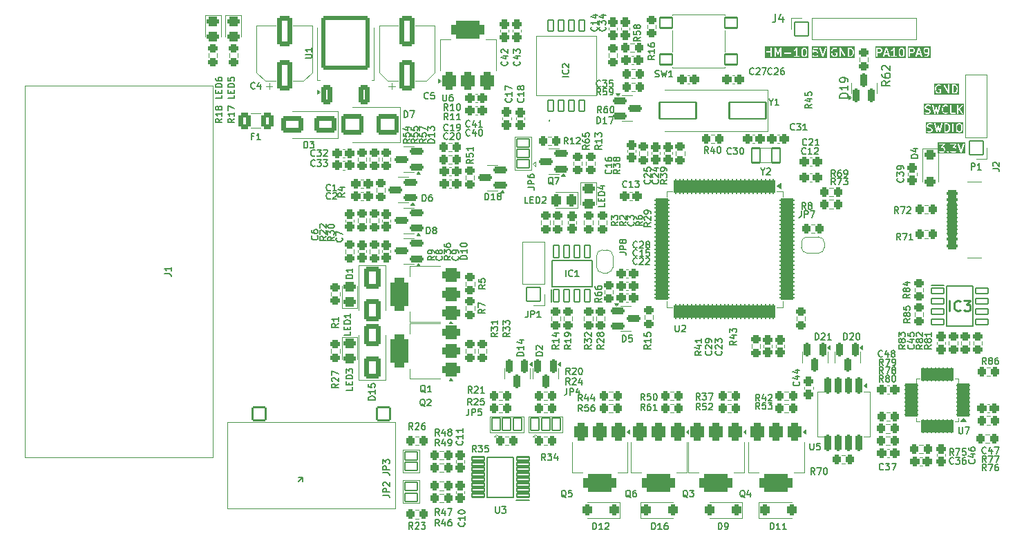
<source format=gbr>
%TF.GenerationSoftware,KiCad,Pcbnew,8.0.6*%
%TF.CreationDate,2025-01-10T15:23:21+07:00*%
%TF.ProjectId,NO2C,4e4f3243-2e6b-4696-9361-645f70636258,vD1*%
%TF.SameCoordinates,Original*%
%TF.FileFunction,Legend,Top*%
%TF.FilePolarity,Positive*%
%FSLAX46Y46*%
G04 Gerber Fmt 4.6, Leading zero omitted, Abs format (unit mm)*
G04 Created by KiCad (PCBNEW 8.0.6) date 2025-01-10 15:23:21*
%MOMM*%
%LPD*%
G01*
G04 APERTURE LIST*
G04 Aperture macros list*
%AMRoundRect*
0 Rectangle with rounded corners*
0 $1 Rounding radius*
0 $2 $3 $4 $5 $6 $7 $8 $9 X,Y pos of 4 corners*
0 Add a 4 corners polygon primitive as box body*
4,1,4,$2,$3,$4,$5,$6,$7,$8,$9,$2,$3,0*
0 Add four circle primitives for the rounded corners*
1,1,$1+$1,$2,$3*
1,1,$1+$1,$4,$5*
1,1,$1+$1,$6,$7*
1,1,$1+$1,$8,$9*
0 Add four rect primitives between the rounded corners*
20,1,$1+$1,$2,$3,$4,$5,0*
20,1,$1+$1,$4,$5,$6,$7,0*
20,1,$1+$1,$6,$7,$8,$9,0*
20,1,$1+$1,$8,$9,$2,$3,0*%
%AMFreePoly0*
4,1,38,0.559719,0.832196,0.596627,0.781396,0.601600,0.750000,0.601600,-0.750000,0.582196,-0.809719,0.531396,-0.846627,0.500000,-0.851600,0.000000,-0.851600,-0.015662,-0.846511,-0.071157,-0.846511,-0.099781,-0.842395,-0.236332,-0.802300,-0.262637,-0.790287,-0.382359,-0.713346,-0.404214,-0.694409,-0.497411,-0.586854,-0.513046,-0.562526,-0.572165,-0.433072,-0.580312,-0.405326,-0.600566,-0.264460,
-0.601600,-0.250000,-0.601600,0.250000,-0.600566,0.264460,-0.580312,0.405326,-0.572165,0.433072,-0.513046,0.562526,-0.497411,0.586854,-0.404214,0.694409,-0.382359,0.713346,-0.262637,0.790287,-0.236332,0.802300,-0.099781,0.842395,-0.071157,0.846511,-0.031556,0.846511,-0.031396,0.846627,0.000000,0.851600,0.500000,0.851600,0.559719,0.832196,0.559719,0.832196,$1*%
%AMFreePoly1*
4,1,38,0.015662,0.846511,0.071157,0.846511,0.099781,0.842395,0.236332,0.802300,0.262637,0.790287,0.382359,0.713346,0.404214,0.694409,0.497411,0.586854,0.513046,0.562526,0.572165,0.433072,0.580312,0.405326,0.600566,0.264460,0.601600,0.250000,0.601600,-0.250000,0.600566,-0.264460,0.580312,-0.405326,0.572165,-0.433072,0.513046,-0.562526,0.497411,-0.586854,0.404214,-0.694409,
0.382359,-0.713346,0.262637,-0.790287,0.236332,-0.802300,0.099781,-0.842395,0.071157,-0.846511,0.031556,-0.846511,0.031396,-0.846627,0.000000,-0.851600,-0.500000,-0.851600,-0.559719,-0.832196,-0.596627,-0.781396,-0.601600,-0.750000,-0.601600,0.750000,-0.582196,0.809719,-0.531396,0.846627,-0.500000,0.851600,0.000000,0.851600,0.015662,0.846511,0.015662,0.846511,$1*%
G04 Aperture macros list end*
%ADD10C,0.150000*%
%ADD11C,0.254000*%
%ADD12C,0.200000*%
%ADD13C,0.120000*%
%ADD14C,0.100000*%
%ADD15RoundRect,0.101600X0.762500X-0.325000X0.762500X0.325000X-0.762500X0.325000X-0.762500X-0.325000X0*%
%ADD16RoundRect,0.250800X0.325800X-0.250800X0.325800X0.250800X-0.325800X0.250800X-0.325800X-0.250800X0*%
%ADD17RoundRect,0.101600X0.850000X-0.850000X0.850000X0.850000X-0.850000X0.850000X-0.850000X-0.850000X0*%
%ADD18O,1.903200X1.903200*%
%ADD19RoundRect,0.200800X0.200800X-0.638300X0.200800X0.638300X-0.200800X0.638300X-0.200800X-0.638300X0*%
%ADD20RoundRect,0.275800X-0.300800X0.275800X-0.300800X-0.275800X0.300800X-0.275800X0.300800X0.275800X0*%
%ADD21RoundRect,0.275800X0.275800X0.300800X-0.275800X0.300800X-0.275800X-0.300800X0.275800X-0.300800X0*%
%ADD22RoundRect,0.275800X-0.275800X-0.300800X0.275800X-0.300800X0.275800X0.300800X-0.275800X0.300800X0*%
%ADD23RoundRect,0.275800X0.300800X-0.275800X0.300800X0.275800X-0.300800X0.275800X-0.300800X-0.275800X0*%
%ADD24RoundRect,0.281750X0.619850X-1.569850X0.619850X1.569850X-0.619850X1.569850X-0.619850X-1.569850X0*%
%ADD25RoundRect,0.200800X-0.200800X0.638300X-0.200800X-0.638300X0.200800X-0.638300X0.200800X0.638300X0*%
%ADD26RoundRect,0.278222X1.073378X0.723378X-1.073378X0.723378X-1.073378X-0.723378X1.073378X-0.723378X0*%
%ADD27RoundRect,0.101600X0.750000X-0.500000X0.750000X0.500000X-0.750000X0.500000X-0.750000X-0.500000X0*%
%ADD28RoundRect,0.101600X-0.750000X0.500000X-0.750000X-0.500000X0.750000X-0.500000X0.750000X0.500000X0*%
%ADD29RoundRect,0.101600X-0.500000X-0.750000X0.500000X-0.750000X0.500000X0.750000X-0.500000X0.750000X0*%
%ADD30RoundRect,0.294550X0.507050X-0.294550X0.507050X0.294550X-0.507050X0.294550X-0.507050X-0.294550X0*%
%ADD31RoundRect,0.294550X-0.507050X0.294550X-0.507050X-0.294550X0.507050X-0.294550X0.507050X0.294550X0*%
%ADD32RoundRect,0.294550X0.294550X0.507050X-0.294550X0.507050X-0.294550X-0.507050X0.294550X-0.507050X0*%
%ADD33RoundRect,0.425800X0.675800X0.425800X-0.675800X0.425800X-0.675800X-0.425800X0.675800X-0.425800X0*%
%ADD34RoundRect,0.550800X0.550800X1.450800X-0.550800X1.450800X-0.550800X-1.450800X0.550800X-1.450800X0*%
%ADD35RoundRect,0.425800X-0.425800X0.675800X-0.425800X-0.675800X0.425800X-0.675800X0.425800X0.675800X0*%
%ADD36RoundRect,0.550800X-1.450800X0.550800X-1.450800X-0.550800X1.450800X-0.550800X1.450800X0.550800X0*%
%ADD37RoundRect,0.292333X0.409267X-0.909267X0.409267X0.909267X-0.409267X0.909267X-0.409267X-0.909267X0*%
%ADD38RoundRect,0.258756X2.742844X-3.042844X2.742844X3.042844X-2.742844X3.042844X-2.742844X-3.042844X0*%
%ADD39RoundRect,0.250800X-0.325800X0.250800X-0.325800X-0.250800X0.325800X-0.250800X0.325800X0.250800X0*%
%ADD40RoundRect,0.250800X-0.250800X-0.325800X0.250800X-0.325800X0.250800X0.325800X-0.250800X0.325800X0*%
%ADD41RoundRect,0.250800X0.250800X0.325800X-0.250800X0.325800X-0.250800X-0.325800X0.250800X-0.325800X0*%
%ADD42O,1.803200X1.803200*%
%ADD43RoundRect,0.101600X0.800000X-0.800000X0.800000X0.800000X-0.800000X0.800000X-0.800000X-0.800000X0*%
%ADD44RoundRect,0.200800X0.638300X0.200800X-0.638300X0.200800X-0.638300X-0.200800X0.638300X-0.200800X0*%
%ADD45RoundRect,0.278222X-0.723378X1.073378X-0.723378X-1.073378X0.723378X-1.073378X0.723378X1.073378X0*%
%ADD46RoundRect,0.101600X0.325000X0.762500X-0.325000X0.762500X-0.325000X-0.762500X0.325000X-0.762500X0*%
%ADD47RoundRect,0.200800X-0.638300X-0.200800X0.638300X-0.200800X0.638300X0.200800X-0.638300X0.200800X0*%
%ADD48RoundRect,0.101600X-0.775000X0.217500X-0.775000X-0.217500X0.775000X-0.217500X0.775000X0.217500X0*%
%ADD49C,2.453200*%
%ADD50C,5.303200*%
%ADD51RoundRect,0.101600X0.850000X0.850000X-0.850000X0.850000X-0.850000X-0.850000X0.850000X-0.850000X0*%
%ADD52RoundRect,0.101600X0.775000X0.650000X-0.775000X0.650000X-0.775000X-0.650000X0.775000X-0.650000X0*%
%ADD53RoundRect,0.275800X0.275800X0.425800X-0.275800X0.425800X-0.275800X-0.425800X0.275800X-0.425800X0*%
%ADD54RoundRect,0.200800X-0.200800X0.850800X-0.200800X-0.850800X0.200800X-0.850800X0.200800X0.850800X0*%
%ADD55FreePoly0,0.000000*%
%ADD56FreePoly1,0.000000*%
%ADD57RoundRect,0.290640X0.435960X0.685960X-0.435960X0.685960X-0.435960X-0.685960X0.435960X-0.685960X0*%
%ADD58RoundRect,0.125800X-0.125800X0.775800X-0.125800X-0.775800X0.125800X-0.775800X0.125800X0.775800X0*%
%ADD59RoundRect,0.125800X-0.775800X0.125800X-0.775800X-0.125800X0.775800X-0.125800X0.775800X0.125800X0*%
%ADD60C,1.003200*%
%ADD61C,6.603200*%
%ADD62RoundRect,0.275800X-0.425800X0.275800X-0.425800X-0.275800X0.425800X-0.275800X0.425800X0.275800X0*%
%ADD63RoundRect,0.275800X-0.275800X-0.425800X0.275800X-0.425800X0.275800X0.425800X-0.275800X0.425800X0*%
%ADD64RoundRect,0.125800X0.725800X0.125800X-0.725800X0.125800X-0.725800X-0.125800X0.725800X-0.125800X0*%
%ADD65RoundRect,0.125800X0.125800X0.725800X-0.125800X0.725800X-0.125800X-0.725800X0.125800X-0.725800X0*%
%ADD66RoundRect,0.101600X2.250000X1.000000X-2.250000X1.000000X-2.250000X-1.000000X2.250000X-1.000000X0*%
%ADD67RoundRect,0.101600X0.500000X0.900000X-0.500000X0.900000X-0.500000X-0.900000X0.500000X-0.900000X0*%
%ADD68C,0.853200*%
%ADD69RoundRect,0.200800X0.475800X-0.200800X0.475800X0.200800X-0.475800X0.200800X-0.475800X-0.200800X0*%
%ADD70RoundRect,0.125800X0.550800X-0.125800X0.550800X0.125800X-0.550800X0.125800X-0.550800X-0.125800X0*%
%ADD71O,2.303200X1.203200*%
%ADD72O,2.003200X1.203200*%
%ADD73RoundRect,0.425800X0.425800X-0.675800X0.425800X0.675800X-0.425800X0.675800X-0.425800X-0.675800X0*%
%ADD74RoundRect,0.550800X1.450800X-0.550800X1.450800X0.550800X-1.450800X0.550800X-1.450800X-0.550800X0*%
%ADD75RoundRect,0.278222X0.723378X-1.073378X0.723378X1.073378X-0.723378X1.073378X-0.723378X-1.073378X0*%
%ADD76FreePoly0,90.000000*%
%ADD77FreePoly1,90.000000*%
%ADD78RoundRect,0.101600X-0.345000X-0.675000X0.345000X-0.675000X0.345000X0.675000X-0.345000X0.675000X0*%
%ADD79RoundRect,0.272087X1.079513X0.979513X-1.079513X0.979513X-1.079513X-0.979513X1.079513X-0.979513X0*%
G04 APERTURE END LIST*
D10*
G36*
X80554256Y59270923D02*
G01*
X80584663Y59240516D01*
X80623156Y59163529D01*
X80666540Y58989995D01*
X80666540Y58770368D01*
X80623156Y58596834D01*
X80584662Y58519847D01*
X80554255Y58489439D01*
X80485740Y58455181D01*
X80425912Y58455181D01*
X80357396Y58489439D01*
X80326989Y58519847D01*
X80288495Y58596834D01*
X80245112Y58770368D01*
X80245112Y58989995D01*
X80288495Y59163529D01*
X80326989Y59240516D01*
X80357396Y59270923D01*
X80425912Y59305181D01*
X80485740Y59305181D01*
X80554256Y59270923D01*
G37*
G36*
X80927651Y58194070D02*
G01*
X75650668Y58194070D01*
X75650668Y59380181D01*
X75761779Y59380181D01*
X75761779Y58380181D01*
X75763220Y58365549D01*
X75774419Y58338513D01*
X75795111Y58317821D01*
X75822147Y58306622D01*
X75851411Y58306622D01*
X75878447Y58317821D01*
X75899139Y58338513D01*
X75910338Y58365549D01*
X75911779Y58380181D01*
X75911779Y58828991D01*
X76333207Y58828991D01*
X76333207Y58380181D01*
X76334648Y58365549D01*
X76345847Y58338513D01*
X76366539Y58317821D01*
X76393575Y58306622D01*
X76422839Y58306622D01*
X76449875Y58317821D01*
X76470567Y58338513D01*
X76481766Y58365549D01*
X76483207Y58380181D01*
X76483207Y59380181D01*
X76809398Y59380181D01*
X76809398Y58380181D01*
X76810839Y58365549D01*
X76822038Y58338513D01*
X76842730Y58317821D01*
X76869766Y58306622D01*
X76899030Y58306622D01*
X76926066Y58317821D01*
X76946758Y58338513D01*
X76957957Y58365549D01*
X76959398Y58380181D01*
X76959398Y59042114D01*
X77149767Y58634179D01*
X77152941Y58628820D01*
X77153601Y58627007D01*
X77154775Y58625725D01*
X77157261Y58621529D01*
X77165670Y58613829D01*
X77173365Y58605426D01*
X77176383Y58604018D01*
X77178842Y58601766D01*
X77189554Y58597871D01*
X77199883Y58593050D01*
X77203211Y58592904D01*
X77206343Y58591765D01*
X77217737Y58592266D01*
X77229119Y58591766D01*
X77232247Y58592904D01*
X77235579Y58593050D01*
X77245914Y58597874D01*
X77256620Y58601766D01*
X77259075Y58604016D01*
X77262097Y58605425D01*
X77269798Y58613836D01*
X77278201Y58621530D01*
X77280684Y58625723D01*
X77281861Y58627007D01*
X77282521Y58628823D01*
X77285695Y58634180D01*
X77476064Y59042114D01*
X77476064Y58380181D01*
X77477505Y58365549D01*
X77488704Y58338513D01*
X77509396Y58317821D01*
X77536432Y58306622D01*
X77565696Y58306622D01*
X77592732Y58317821D01*
X77613424Y58338513D01*
X77624623Y58365549D01*
X77626064Y58380181D01*
X77626064Y58775766D01*
X77953696Y58775766D01*
X77953696Y58746502D01*
X77964895Y58719466D01*
X77985587Y58698774D01*
X78012623Y58687575D01*
X78027255Y58686134D01*
X78789160Y58686134D01*
X78803792Y58687575D01*
X78830828Y58698774D01*
X78851520Y58719466D01*
X78862719Y58746502D01*
X78862719Y58775766D01*
X78851520Y58802802D01*
X78830828Y58823494D01*
X78803792Y58834693D01*
X78789160Y58836134D01*
X78027255Y58836134D01*
X78012623Y58834693D01*
X77985587Y58823494D01*
X77964895Y58802802D01*
X77953696Y58775766D01*
X77626064Y58775766D01*
X77626064Y59103848D01*
X79143320Y59103848D01*
X79145394Y59074658D01*
X79158481Y59048483D01*
X79180589Y59029310D01*
X79208350Y59020056D01*
X79237540Y59022130D01*
X79251272Y59027385D01*
X79346510Y59075004D01*
X79352809Y59078969D01*
X79354637Y59079726D01*
X79356693Y59081415D01*
X79358953Y59082836D01*
X79360252Y59084335D01*
X79366002Y59089053D01*
X79428445Y59151496D01*
X79428445Y58455181D01*
X79217731Y58455181D01*
X79203099Y58453740D01*
X79176063Y58442541D01*
X79155371Y58421849D01*
X79144172Y58394813D01*
X79144172Y58365549D01*
X79155371Y58338513D01*
X79176063Y58317821D01*
X79203099Y58306622D01*
X79217731Y58305181D01*
X79789159Y58305181D01*
X79803791Y58306622D01*
X79830827Y58317821D01*
X79851519Y58338513D01*
X79862718Y58365549D01*
X79862718Y58394813D01*
X79851519Y58421849D01*
X79830827Y58442541D01*
X79803791Y58453740D01*
X79789159Y58455181D01*
X79578445Y58455181D01*
X79578445Y58999229D01*
X80095112Y58999229D01*
X80095112Y58761134D01*
X80095363Y58758581D01*
X80095201Y58757488D01*
X80096010Y58752015D01*
X80096553Y58746502D01*
X80096975Y58745481D01*
X80097351Y58742944D01*
X80144970Y58552468D01*
X80145355Y58551389D01*
X80145394Y58550849D01*
X80147721Y58544768D01*
X80149917Y58538622D01*
X80150239Y58538187D01*
X80150649Y58537117D01*
X80198268Y58441879D01*
X80202231Y58435583D01*
X80202989Y58433753D01*
X80204678Y58431695D01*
X80206100Y58429436D01*
X80207598Y58428137D01*
X80212316Y58422388D01*
X80259935Y58374768D01*
X80265684Y58370050D01*
X80266985Y58368550D01*
X80269244Y58367128D01*
X80271301Y58365440D01*
X80273128Y58364683D01*
X80279428Y58360718D01*
X80374666Y58313099D01*
X80388397Y58307844D01*
X80391086Y58307653D01*
X80393575Y58306622D01*
X80408207Y58305181D01*
X80503445Y58305181D01*
X80518077Y58306622D01*
X80520566Y58307654D01*
X80523254Y58307844D01*
X80536986Y58313099D01*
X80632224Y58360718D01*
X80638523Y58364683D01*
X80640351Y58365440D01*
X80642407Y58367128D01*
X80644667Y58368550D01*
X80645967Y58370050D01*
X80651717Y58374768D01*
X80699335Y58422387D01*
X80704053Y58428137D01*
X80705552Y58429436D01*
X80706973Y58431695D01*
X80708663Y58433753D01*
X80709420Y58435583D01*
X80713384Y58441879D01*
X80761003Y58537117D01*
X80761412Y58538187D01*
X80761735Y58538622D01*
X80763927Y58544759D01*
X80766258Y58550848D01*
X80766296Y58551389D01*
X80766682Y58552468D01*
X80814301Y58742944D01*
X80814676Y58745481D01*
X80815099Y58746502D01*
X80815641Y58752015D01*
X80816451Y58757488D01*
X80816288Y58758581D01*
X80816540Y58761134D01*
X80816540Y58999229D01*
X80816288Y59001783D01*
X80816451Y59002875D01*
X80815641Y59008349D01*
X80815099Y59013861D01*
X80814676Y59014883D01*
X80814301Y59017419D01*
X80766682Y59207895D01*
X80766296Y59208975D01*
X80766258Y59209515D01*
X80763927Y59215605D01*
X80761735Y59221741D01*
X80761412Y59222177D01*
X80761003Y59223246D01*
X80713384Y59318484D01*
X80709419Y59324784D01*
X80708662Y59326611D01*
X80706973Y59328668D01*
X80705552Y59330927D01*
X80704053Y59332227D01*
X80699335Y59337976D01*
X80651716Y59385595D01*
X80645966Y59390314D01*
X80644667Y59391812D01*
X80642407Y59393234D01*
X80640351Y59394922D01*
X80638523Y59395680D01*
X80632224Y59399644D01*
X80536986Y59447263D01*
X80523254Y59452518D01*
X80520566Y59452709D01*
X80518077Y59453740D01*
X80503445Y59455181D01*
X80408207Y59455181D01*
X80393575Y59453740D01*
X80391086Y59452710D01*
X80388397Y59452518D01*
X80374666Y59447263D01*
X80279428Y59399644D01*
X80273128Y59395680D01*
X80271301Y59394922D01*
X80269244Y59393234D01*
X80266985Y59391812D01*
X80265685Y59390314D01*
X80259936Y59385595D01*
X80212317Y59337976D01*
X80207598Y59332227D01*
X80206100Y59330927D01*
X80204678Y59328668D01*
X80202990Y59326611D01*
X80202232Y59324784D01*
X80198268Y59318484D01*
X80150649Y59223246D01*
X80150239Y59222177D01*
X80149917Y59221741D01*
X80147721Y59215596D01*
X80145394Y59209514D01*
X80145355Y59208975D01*
X80144970Y59207895D01*
X80097351Y59017419D01*
X80096975Y59014883D01*
X80096553Y59013861D01*
X80096010Y59008349D01*
X80095201Y59002875D01*
X80095363Y59001783D01*
X80095112Y58999229D01*
X79578445Y58999229D01*
X79578445Y59380181D01*
X79578439Y59380234D01*
X79578445Y59380260D01*
X79578429Y59380337D01*
X79577004Y59394813D01*
X79574162Y59401674D01*
X79572706Y59408955D01*
X79568616Y59415062D01*
X79565805Y59421849D01*
X79560556Y59427098D01*
X79556423Y59433270D01*
X79550306Y59437348D01*
X79545113Y59442541D01*
X79538253Y59445383D01*
X79532074Y59449502D01*
X79524865Y59450928D01*
X79518077Y59453740D01*
X79510650Y59453740D01*
X79503366Y59455181D01*
X79496161Y59453740D01*
X79488813Y59453740D01*
X79481952Y59450899D01*
X79474672Y59449442D01*
X79468566Y59445354D01*
X79461777Y59442541D01*
X79456526Y59437291D01*
X79450357Y59433159D01*
X79441136Y59421901D01*
X79441085Y59421849D01*
X79441075Y59421827D01*
X79441041Y59421784D01*
X79349921Y59285104D01*
X79268542Y59203725D01*
X79184190Y59161549D01*
X79171747Y59153717D01*
X79152574Y59131609D01*
X79143320Y59103848D01*
X77626064Y59103848D01*
X77626064Y59380181D01*
X77625116Y59389803D01*
X77625194Y59391569D01*
X77624849Y59392518D01*
X77624623Y59394813D01*
X77619641Y59406840D01*
X77615194Y59419070D01*
X77614064Y59420304D01*
X77613424Y59421849D01*
X77604224Y59431049D01*
X77595430Y59440652D01*
X77593913Y59441360D01*
X77592732Y59442541D01*
X77580719Y59447518D01*
X77568912Y59453027D01*
X77567239Y59453101D01*
X77565696Y59453740D01*
X77552690Y59453740D01*
X77539676Y59454312D01*
X77538103Y59453740D01*
X77536432Y59453740D01*
X77524413Y59448762D01*
X77512175Y59444311D01*
X77510941Y59443181D01*
X77509396Y59442541D01*
X77500197Y59433343D01*
X77490594Y59424548D01*
X77489418Y59422564D01*
X77488704Y59421849D01*
X77488027Y59420216D01*
X77483100Y59411898D01*
X77217730Y58843250D01*
X76952362Y59411897D01*
X76947436Y59420213D01*
X76946758Y59421849D01*
X76946042Y59422565D01*
X76944868Y59424547D01*
X76935271Y59433336D01*
X76926066Y59442541D01*
X76924520Y59443182D01*
X76923287Y59444311D01*
X76911056Y59448759D01*
X76899030Y59453740D01*
X76897356Y59453740D01*
X76895786Y59454311D01*
X76882785Y59453740D01*
X76869766Y59453740D01*
X76868221Y59453101D01*
X76866550Y59453027D01*
X76854751Y59447521D01*
X76842730Y59442541D01*
X76841547Y59441359D01*
X76840032Y59440651D01*
X76831243Y59431055D01*
X76822038Y59421849D01*
X76821397Y59420304D01*
X76820268Y59419070D01*
X76815820Y59406840D01*
X76810839Y59394813D01*
X76810612Y59392518D01*
X76810268Y59391569D01*
X76810345Y59389803D01*
X76809398Y59380181D01*
X76483207Y59380181D01*
X76481766Y59394813D01*
X76470567Y59421849D01*
X76449875Y59442541D01*
X76422839Y59453740D01*
X76393575Y59453740D01*
X76366539Y59442541D01*
X76345847Y59421849D01*
X76334648Y59394813D01*
X76333207Y59380181D01*
X76333207Y58978991D01*
X75911779Y58978991D01*
X75911779Y59380181D01*
X75910338Y59394813D01*
X75899139Y59421849D01*
X75878447Y59442541D01*
X75851411Y59453740D01*
X75822147Y59453740D01*
X75795111Y59442541D01*
X75774419Y59421849D01*
X75763220Y59394813D01*
X75761779Y59380181D01*
X75650668Y59380181D01*
X75650668Y59566292D01*
X80927651Y59566292D01*
X80927651Y58194070D01*
G37*
X19008000Y6750000D02*
X18500000Y6242000D01*
X19008000Y6750000D02*
X19008000Y6242000D01*
X19008000Y6750000D02*
X18500000Y6750000D01*
G36*
X99998969Y51194070D02*
G01*
X95103049Y51194070D01*
X95103049Y52189705D01*
X95214160Y52189705D01*
X95214160Y52094467D01*
X95215601Y52079835D01*
X95216632Y52077346D01*
X95216823Y52074658D01*
X95222078Y52060926D01*
X95269697Y51965688D01*
X95273661Y51959389D01*
X95274419Y51957561D01*
X95276107Y51955505D01*
X95277529Y51953245D01*
X95279027Y51951946D01*
X95283746Y51946196D01*
X95331365Y51898577D01*
X95337114Y51893859D01*
X95338414Y51892360D01*
X95340673Y51890939D01*
X95342730Y51889250D01*
X95344557Y51888493D01*
X95350857Y51884528D01*
X95446095Y51836909D01*
X95447164Y51836500D01*
X95447600Y51836177D01*
X95453736Y51833985D01*
X95459826Y51831654D01*
X95460366Y51831616D01*
X95461446Y51831230D01*
X95643936Y51785608D01*
X95720923Y51747114D01*
X95751330Y51716707D01*
X95785588Y51648191D01*
X95785588Y51588363D01*
X95751329Y51519847D01*
X95720922Y51489439D01*
X95652407Y51455181D01*
X95444187Y51455181D01*
X95312877Y51498951D01*
X95298540Y51502211D01*
X95269350Y51500136D01*
X95243177Y51487050D01*
X95224003Y51464943D01*
X95214749Y51437180D01*
X95216824Y51407990D01*
X95229910Y51381817D01*
X95252017Y51362643D01*
X95265443Y51356649D01*
X95408299Y51309030D01*
X95415554Y51307381D01*
X95417385Y51306622D01*
X95420038Y51306361D01*
X95422636Y51305770D01*
X95424610Y51305911D01*
X95432017Y51305181D01*
X95670112Y51305181D01*
X95684744Y51306622D01*
X95687233Y51307654D01*
X95689921Y51307844D01*
X95703653Y51313099D01*
X95798891Y51360718D01*
X95805190Y51364683D01*
X95807018Y51365440D01*
X95809074Y51367128D01*
X95811334Y51368550D01*
X95812634Y51370050D01*
X95818384Y51374768D01*
X95866002Y51422387D01*
X95870720Y51428137D01*
X95872219Y51429436D01*
X95873640Y51431695D01*
X95875330Y51433753D01*
X95876087Y51435583D01*
X95880051Y51441879D01*
X95927670Y51537117D01*
X95932925Y51550848D01*
X95933116Y51553538D01*
X95934147Y51556026D01*
X95935588Y51570658D01*
X95935588Y51665896D01*
X95934147Y51680528D01*
X95933116Y51683017D01*
X95932925Y51685706D01*
X95927670Y51699437D01*
X95880051Y51794675D01*
X95876086Y51800975D01*
X95875329Y51802802D01*
X95873640Y51804859D01*
X95872219Y51807118D01*
X95870720Y51808418D01*
X95866002Y51814167D01*
X95818383Y51861786D01*
X95812633Y51866505D01*
X95811334Y51868003D01*
X95809074Y51869425D01*
X95807018Y51871113D01*
X95805190Y51871871D01*
X95798891Y51875835D01*
X95703653Y51923454D01*
X95702583Y51923864D01*
X95702148Y51924186D01*
X95696002Y51926382D01*
X95689921Y51928709D01*
X95689381Y51928748D01*
X95688302Y51929133D01*
X95505812Y51974756D01*
X95428825Y52013249D01*
X95398418Y52043656D01*
X95364160Y52112172D01*
X95364160Y52172000D01*
X95398418Y52240516D01*
X95428825Y52270923D01*
X95497341Y52305181D01*
X95705561Y52305181D01*
X95836870Y52261411D01*
X95851207Y52258151D01*
X95880397Y52260226D01*
X95906571Y52273312D01*
X95925745Y52295420D01*
X95934999Y52323182D01*
X95932924Y52352372D01*
X95920421Y52377377D01*
X96118974Y52377377D01*
X96120962Y52362809D01*
X96359057Y51362809D01*
X96360786Y51357790D01*
X96361026Y51355988D01*
X96361968Y51354360D01*
X96363847Y51348909D01*
X96370233Y51340085D01*
X96375688Y51330663D01*
X96378745Y51328323D01*
X96381004Y51325202D01*
X96390279Y51319495D01*
X96398926Y51312876D01*
X96402646Y51311884D01*
X96405926Y51309866D01*
X96416680Y51308142D01*
X96427202Y51305336D01*
X96431017Y51305843D01*
X96434821Y51305233D01*
X96445419Y51307757D01*
X96456210Y51309190D01*
X96459541Y51311119D01*
X96463289Y51312011D01*
X96472113Y51318398D01*
X96481535Y51323852D01*
X96483875Y51326910D01*
X96486996Y51329168D01*
X96492703Y51338444D01*
X96499322Y51347090D01*
X96501347Y51352490D01*
X96502332Y51354090D01*
X96502619Y51355882D01*
X96504485Y51360856D01*
X96622492Y51803387D01*
X96740501Y51360856D01*
X96742366Y51355881D01*
X96742654Y51354090D01*
X96743638Y51352491D01*
X96745664Y51347089D01*
X96752284Y51338441D01*
X96757990Y51329168D01*
X96761110Y51326910D01*
X96763451Y51323852D01*
X96772872Y51318398D01*
X96781697Y51312011D01*
X96785444Y51311119D01*
X96788776Y51309190D01*
X96799569Y51307756D01*
X96810165Y51305233D01*
X96813966Y51305843D01*
X96817785Y51305335D01*
X96828316Y51308144D01*
X96839060Y51309866D01*
X96842336Y51311882D01*
X96846060Y51312875D01*
X96854710Y51319497D01*
X96863982Y51325202D01*
X96866240Y51328323D01*
X96869298Y51330663D01*
X96874753Y51340086D01*
X96881139Y51348909D01*
X96883016Y51354358D01*
X96883960Y51355987D01*
X96884199Y51357791D01*
X96885929Y51362809D01*
X97026120Y51951610D01*
X97309398Y51951610D01*
X97309398Y51808753D01*
X97309649Y51806200D01*
X97309487Y51805107D01*
X97310296Y51799634D01*
X97310839Y51794121D01*
X97311261Y51793100D01*
X97311637Y51790563D01*
X97359256Y51600087D01*
X97359641Y51599008D01*
X97359680Y51598468D01*
X97362007Y51592387D01*
X97364203Y51586241D01*
X97364525Y51585806D01*
X97364935Y51584736D01*
X97412554Y51489498D01*
X97416517Y51483202D01*
X97417275Y51481372D01*
X97418964Y51479314D01*
X97420386Y51477055D01*
X97421884Y51475756D01*
X97426603Y51470006D01*
X97521841Y51374767D01*
X97533206Y51365439D01*
X97535696Y51364408D01*
X97537731Y51362643D01*
X97551157Y51356649D01*
X97694013Y51309030D01*
X97701268Y51307381D01*
X97703099Y51306622D01*
X97705752Y51306361D01*
X97708350Y51305770D01*
X97710324Y51305911D01*
X97717731Y51305181D01*
X97812969Y51305181D01*
X97820374Y51305911D01*
X97822349Y51305770D01*
X97824946Y51306361D01*
X97827601Y51306622D01*
X97829432Y51307381D01*
X97836686Y51309030D01*
X97979543Y51356649D01*
X97992968Y51362643D01*
X97995003Y51364409D01*
X97997494Y51365440D01*
X98008860Y51374768D01*
X98056478Y51422387D01*
X98065806Y51433753D01*
X98077004Y51460789D01*
X98077004Y51490052D01*
X98065805Y51517088D01*
X98045112Y51537781D01*
X98018076Y51548979D01*
X97988813Y51548979D01*
X97961777Y51537780D01*
X97950411Y51528452D01*
X97915312Y51493353D01*
X97800799Y51455181D01*
X97729901Y51455181D01*
X97615388Y51493352D01*
X97541275Y51567466D01*
X97502781Y51644453D01*
X97459398Y51817987D01*
X97459398Y51942376D01*
X97502781Y52115910D01*
X97541275Y52192897D01*
X97615388Y52267010D01*
X97729901Y52305181D01*
X97800799Y52305181D01*
X97915312Y52267010D01*
X97950412Y52231910D01*
X97961777Y52222583D01*
X97988813Y52211384D01*
X98018076Y52211384D01*
X98045112Y52222583D01*
X98065805Y52243276D01*
X98077004Y52270312D01*
X98077004Y52299575D01*
X98065805Y52326611D01*
X98056478Y52337976D01*
X98014273Y52380181D01*
X98357017Y52380181D01*
X98357017Y51380181D01*
X98358458Y51365549D01*
X98369657Y51338513D01*
X98390349Y51317821D01*
X98417385Y51306622D01*
X98432017Y51305181D01*
X98908207Y51305181D01*
X98922839Y51306622D01*
X98949875Y51317821D01*
X98970567Y51338513D01*
X98981766Y51365549D01*
X98981766Y51394813D01*
X98970567Y51421849D01*
X98949875Y51442541D01*
X98922839Y51453740D01*
X98908207Y51455181D01*
X98507017Y51455181D01*
X98507017Y52380181D01*
X99166541Y52380181D01*
X99166541Y51380181D01*
X99167982Y51365549D01*
X99179181Y51338513D01*
X99199873Y51317821D01*
X99226909Y51306622D01*
X99256173Y51306622D01*
X99283209Y51317821D01*
X99303901Y51338513D01*
X99315100Y51365549D01*
X99316541Y51380181D01*
X99316541Y51777687D01*
X99376283Y51837430D01*
X99752969Y51335181D01*
X99762901Y51324340D01*
X99788082Y51309430D01*
X99817051Y51305292D01*
X99845399Y51312554D01*
X99868810Y51330113D01*
X99883719Y51355294D01*
X99887858Y51384262D01*
X99880596Y51412611D01*
X99872969Y51425181D01*
X99483426Y51944573D01*
X99866002Y52327148D01*
X99875329Y52338513D01*
X99886528Y52365549D01*
X99886528Y52394812D01*
X99875329Y52421849D01*
X99854637Y52442541D01*
X99827600Y52453740D01*
X99798337Y52453740D01*
X99771301Y52442541D01*
X99759936Y52433214D01*
X99316541Y51989819D01*
X99316541Y52380181D01*
X99315100Y52394813D01*
X99303901Y52421849D01*
X99283209Y52442541D01*
X99256173Y52453740D01*
X99226909Y52453740D01*
X99199873Y52442541D01*
X99179181Y52421849D01*
X99167982Y52394813D01*
X99166541Y52380181D01*
X98507017Y52380181D01*
X98505576Y52394813D01*
X98494377Y52421849D01*
X98473685Y52442541D01*
X98446649Y52453740D01*
X98417385Y52453740D01*
X98390349Y52442541D01*
X98369657Y52421849D01*
X98358458Y52394813D01*
X98357017Y52380181D01*
X98014273Y52380181D01*
X98008859Y52385595D01*
X97997494Y52394922D01*
X97995003Y52395954D01*
X97992968Y52397719D01*
X97979543Y52403713D01*
X97836686Y52451332D01*
X97829432Y52452982D01*
X97827601Y52453740D01*
X97824946Y52454002D01*
X97822349Y52454592D01*
X97820374Y52454452D01*
X97812969Y52455181D01*
X97717731Y52455181D01*
X97710324Y52454452D01*
X97708350Y52454592D01*
X97705752Y52454002D01*
X97703099Y52453740D01*
X97701268Y52452982D01*
X97694013Y52451332D01*
X97551157Y52403713D01*
X97537731Y52397719D01*
X97535696Y52395955D01*
X97533206Y52394923D01*
X97521841Y52385595D01*
X97426603Y52290357D01*
X97421884Y52284608D01*
X97420386Y52283308D01*
X97418964Y52281049D01*
X97417276Y52278992D01*
X97416518Y52277165D01*
X97412554Y52270865D01*
X97364935Y52175627D01*
X97364525Y52174558D01*
X97364203Y52174122D01*
X97362007Y52167977D01*
X97359680Y52161895D01*
X97359641Y52161356D01*
X97359256Y52160276D01*
X97311637Y51969800D01*
X97311261Y51967264D01*
X97310839Y51966242D01*
X97310296Y51960730D01*
X97309487Y51955256D01*
X97309649Y51954164D01*
X97309398Y51951610D01*
X97026120Y51951610D01*
X97124025Y52362809D01*
X97126013Y52377377D01*
X97121380Y52406272D01*
X97106044Y52431194D01*
X97082337Y52448350D01*
X97053869Y52455129D01*
X97024974Y52450496D01*
X97000052Y52435160D01*
X96982895Y52411453D01*
X96978105Y52397552D01*
X96808852Y51686697D01*
X96694961Y52113792D01*
X96693675Y52117220D01*
X96693484Y52118661D01*
X96692492Y52120374D01*
X96689798Y52127558D01*
X96683783Y52135417D01*
X96678822Y52143985D01*
X96674963Y52146939D01*
X96672011Y52150796D01*
X96663446Y52155755D01*
X96655584Y52161773D01*
X96650887Y52163026D01*
X96646686Y52165458D01*
X96636879Y52166761D01*
X96627309Y52169313D01*
X96622490Y52168673D01*
X96617678Y52169312D01*
X96608117Y52166763D01*
X96598300Y52165458D01*
X96594094Y52163024D01*
X96589402Y52161772D01*
X96581542Y52155757D01*
X96572975Y52150796D01*
X96570021Y52146938D01*
X96566164Y52143985D01*
X96561205Y52135420D01*
X96555188Y52127559D01*
X96552491Y52120370D01*
X96551502Y52118660D01*
X96551310Y52117221D01*
X96550025Y52113792D01*
X96436133Y51686697D01*
X96266882Y52397553D01*
X96262092Y52411453D01*
X96244935Y52435160D01*
X96220013Y52450496D01*
X96191118Y52455129D01*
X96162650Y52448351D01*
X96138943Y52431194D01*
X96123607Y52406272D01*
X96118974Y52377377D01*
X95920421Y52377377D01*
X95919837Y52378545D01*
X95897730Y52397719D01*
X95884305Y52403713D01*
X95741448Y52451332D01*
X95734194Y52452982D01*
X95732363Y52453740D01*
X95729708Y52454002D01*
X95727111Y52454592D01*
X95725136Y52454452D01*
X95717731Y52455181D01*
X95479636Y52455181D01*
X95465004Y52453740D01*
X95462515Y52452710D01*
X95459826Y52452518D01*
X95446095Y52447263D01*
X95350857Y52399644D01*
X95344557Y52395680D01*
X95342730Y52394922D01*
X95340673Y52393234D01*
X95338414Y52391812D01*
X95337114Y52390314D01*
X95331365Y52385595D01*
X95283746Y52337976D01*
X95279027Y52332227D01*
X95277529Y52330927D01*
X95276107Y52328668D01*
X95274419Y52326611D01*
X95273661Y52324784D01*
X95269697Y52318484D01*
X95222078Y52223246D01*
X95216823Y52209514D01*
X95216632Y52206827D01*
X95215601Y52204337D01*
X95214160Y52189705D01*
X95103049Y52189705D01*
X95103049Y52566292D01*
X99998969Y52566292D01*
X99998969Y51194070D01*
G37*
G36*
X100177062Y46444070D02*
G01*
X96806871Y46444070D01*
X96806871Y47644813D01*
X96917982Y47644813D01*
X96917982Y47615549D01*
X96929181Y47588513D01*
X96949873Y47567821D01*
X96976909Y47556622D01*
X96991541Y47555181D01*
X97445306Y47555181D01*
X97220812Y47298617D01*
X97216290Y47292293D01*
X97214895Y47290897D01*
X97214346Y47289574D01*
X97212261Y47286656D01*
X97208359Y47275119D01*
X97203696Y47263861D01*
X97203696Y47261331D01*
X97202886Y47258935D01*
X97203696Y47246782D01*
X97203696Y47234597D01*
X97204663Y47232261D01*
X97204832Y47229737D01*
X97210234Y47218812D01*
X97214895Y47207561D01*
X97216681Y47205775D01*
X97217804Y47203505D01*
X97226976Y47195480D01*
X97235587Y47186869D01*
X97237923Y47185901D01*
X97239828Y47184235D01*
X97251365Y47180334D01*
X97262623Y47175670D01*
X97266193Y47175319D01*
X97267549Y47174860D01*
X97269516Y47174992D01*
X97277255Y47174229D01*
X97402407Y47174229D01*
X97470923Y47139971D01*
X97501330Y47109564D01*
X97535588Y47041048D01*
X97535588Y46838363D01*
X97501329Y46769847D01*
X97470922Y46739439D01*
X97402407Y46705181D01*
X97152103Y46705181D01*
X97083587Y46739439D01*
X97044575Y46778452D01*
X97033209Y46787780D01*
X97006173Y46798979D01*
X96976910Y46798979D01*
X96949874Y46787781D01*
X96929181Y46767088D01*
X96917982Y46740052D01*
X96917982Y46710789D01*
X96929180Y46683753D01*
X96938507Y46672388D01*
X96986126Y46624768D01*
X96991875Y46620050D01*
X96993176Y46618550D01*
X96995435Y46617128D01*
X96997492Y46615440D01*
X96999319Y46614683D01*
X97005619Y46610718D01*
X97100857Y46563099D01*
X97114588Y46557844D01*
X97117277Y46557653D01*
X97119766Y46556622D01*
X97134398Y46555181D01*
X97420112Y46555181D01*
X97434744Y46556622D01*
X97437233Y46557654D01*
X97439921Y46557844D01*
X97453653Y46563099D01*
X97548891Y46610718D01*
X97555190Y46614683D01*
X97557018Y46615440D01*
X97559074Y46617128D01*
X97561334Y46618550D01*
X97562634Y46620050D01*
X97568384Y46624768D01*
X97616002Y46672387D01*
X97620720Y46678137D01*
X97622219Y46679436D01*
X97623640Y46681695D01*
X97625330Y46683753D01*
X97626087Y46685583D01*
X97630051Y46691879D01*
X97630327Y46692431D01*
X97917982Y46692431D01*
X97917982Y46663168D01*
X97923019Y46651009D01*
X97929181Y46636132D01*
X97938508Y46624767D01*
X97986127Y46577148D01*
X97997492Y46567821D01*
X98024528Y46556622D01*
X98024529Y46556622D01*
X98053791Y46556622D01*
X98053792Y46556622D01*
X98080828Y46567821D01*
X98092193Y46577148D01*
X98139812Y46624767D01*
X98149139Y46636132D01*
X98160338Y46663168D01*
X98160338Y46692431D01*
X98160292Y46692541D01*
X98149140Y46719467D01*
X98139812Y46730833D01*
X98092194Y46778452D01*
X98080828Y46787780D01*
X98080827Y46787781D01*
X98064990Y46794341D01*
X98053792Y46798979D01*
X98053791Y46798979D01*
X98024528Y46798979D01*
X98013330Y46794341D01*
X97997493Y46787781D01*
X97997492Y46787780D01*
X97986126Y46778452D01*
X97938507Y46730832D01*
X97929180Y46719467D01*
X97917982Y46692431D01*
X97630327Y46692431D01*
X97677670Y46787117D01*
X97682925Y46800848D01*
X97683116Y46803538D01*
X97684147Y46806026D01*
X97685588Y46820658D01*
X97685588Y47058753D01*
X97684147Y47073385D01*
X97683116Y47075874D01*
X97682925Y47078563D01*
X97677670Y47092294D01*
X97630051Y47187532D01*
X97626086Y47193832D01*
X97625329Y47195659D01*
X97623640Y47197716D01*
X97622219Y47199975D01*
X97620720Y47201275D01*
X97616002Y47207024D01*
X97568383Y47254643D01*
X97562633Y47259362D01*
X97561334Y47260860D01*
X97559074Y47262282D01*
X97557018Y47263970D01*
X97555190Y47264728D01*
X97548891Y47268692D01*
X97453653Y47316311D01*
X97440135Y47321484D01*
X97667031Y47580793D01*
X97671552Y47587118D01*
X97672948Y47588513D01*
X97673496Y47589837D01*
X97675582Y47592754D01*
X97679483Y47604292D01*
X97684147Y47615549D01*
X97684147Y47618080D01*
X97684957Y47620475D01*
X97684147Y47632629D01*
X97684147Y47644813D01*
X98346553Y47644813D01*
X98346553Y47615549D01*
X98357752Y47588513D01*
X98378444Y47567821D01*
X98405480Y47556622D01*
X98420112Y47555181D01*
X98873877Y47555181D01*
X98649383Y47298617D01*
X98644861Y47292293D01*
X98643466Y47290897D01*
X98642917Y47289574D01*
X98640832Y47286656D01*
X98636930Y47275119D01*
X98632267Y47263861D01*
X98632267Y47261331D01*
X98631457Y47258935D01*
X98632267Y47246782D01*
X98632267Y47234597D01*
X98633234Y47232261D01*
X98633403Y47229737D01*
X98638805Y47218812D01*
X98643466Y47207561D01*
X98645252Y47205775D01*
X98646375Y47203505D01*
X98655547Y47195480D01*
X98664158Y47186869D01*
X98666494Y47185901D01*
X98668399Y47184235D01*
X98679936Y47180334D01*
X98691194Y47175670D01*
X98694764Y47175319D01*
X98696120Y47174860D01*
X98698087Y47174992D01*
X98705826Y47174229D01*
X98830978Y47174229D01*
X98899494Y47139971D01*
X98929901Y47109564D01*
X98964159Y47041048D01*
X98964159Y46838363D01*
X98929900Y46769847D01*
X98899493Y46739439D01*
X98830978Y46705181D01*
X98580674Y46705181D01*
X98512158Y46739439D01*
X98473146Y46778452D01*
X98461780Y46787780D01*
X98434744Y46798979D01*
X98405481Y46798979D01*
X98378445Y46787781D01*
X98357752Y46767088D01*
X98346553Y46740052D01*
X98346553Y46710789D01*
X98357751Y46683753D01*
X98367078Y46672388D01*
X98414697Y46624768D01*
X98420446Y46620050D01*
X98421747Y46618550D01*
X98424006Y46617128D01*
X98426063Y46615440D01*
X98427890Y46614683D01*
X98434190Y46610718D01*
X98529428Y46563099D01*
X98543159Y46557844D01*
X98545848Y46557653D01*
X98548337Y46556622D01*
X98562969Y46555181D01*
X98848683Y46555181D01*
X98863315Y46556622D01*
X98865804Y46557654D01*
X98868492Y46557844D01*
X98882224Y46563099D01*
X98977462Y46610718D01*
X98983761Y46614683D01*
X98985589Y46615440D01*
X98987645Y46617128D01*
X98989905Y46618550D01*
X98991205Y46620050D01*
X98996955Y46624768D01*
X99044573Y46672387D01*
X99049291Y46678137D01*
X99050790Y46679436D01*
X99052211Y46681695D01*
X99053901Y46683753D01*
X99054658Y46685583D01*
X99058622Y46691879D01*
X99106241Y46787117D01*
X99111496Y46800848D01*
X99111687Y46803538D01*
X99112718Y46806026D01*
X99114159Y46820658D01*
X99114159Y47058753D01*
X99112718Y47073385D01*
X99111687Y47075874D01*
X99111496Y47078563D01*
X99106241Y47092294D01*
X99058622Y47187532D01*
X99054657Y47193832D01*
X99053900Y47195659D01*
X99052211Y47197716D01*
X99050790Y47199975D01*
X99049291Y47201275D01*
X99044573Y47207024D01*
X98996954Y47254643D01*
X98991204Y47259362D01*
X98989905Y47260860D01*
X98987645Y47262282D01*
X98985589Y47263970D01*
X98983761Y47264728D01*
X98977462Y47268692D01*
X98882224Y47316311D01*
X98868706Y47321484D01*
X99095602Y47580793D01*
X99100123Y47587118D01*
X99101519Y47588513D01*
X99102067Y47589837D01*
X99104153Y47592754D01*
X99108054Y47604292D01*
X99112718Y47615549D01*
X99112718Y47618080D01*
X99113528Y47620475D01*
X99113506Y47620801D01*
X99250463Y47620801D01*
X99253723Y47606464D01*
X99587056Y46606464D01*
X99593050Y46593039D01*
X99596560Y46588992D01*
X99598957Y46584198D01*
X99606065Y46578033D01*
X99612224Y46570932D01*
X99617013Y46568538D01*
X99621064Y46565024D01*
X99629989Y46562050D01*
X99638397Y46557845D01*
X99643741Y46557466D01*
X99648827Y46555770D01*
X99658207Y46556437D01*
X99667587Y46555770D01*
X99672672Y46557466D01*
X99678017Y46557845D01*
X99686427Y46562051D01*
X99695349Y46565024D01*
X99699396Y46568535D01*
X99704190Y46570931D01*
X99710353Y46578037D01*
X99717457Y46584198D01*
X99719852Y46588990D01*
X99723364Y46593038D01*
X99729358Y46606464D01*
X100062691Y47606464D01*
X100065951Y47620800D01*
X100063876Y47649990D01*
X100050790Y47676164D01*
X100028682Y47695338D01*
X100000920Y47704592D01*
X99971730Y47702517D01*
X99945557Y47689430D01*
X99926383Y47667323D01*
X99920389Y47653898D01*
X99658207Y46867352D01*
X99396025Y47653898D01*
X99390031Y47667324D01*
X99370857Y47689431D01*
X99344684Y47702517D01*
X99315494Y47704592D01*
X99287731Y47695338D01*
X99265624Y47676164D01*
X99252538Y47649991D01*
X99250463Y47620801D01*
X99113506Y47620801D01*
X99112718Y47632629D01*
X99112718Y47644813D01*
X99111750Y47647150D01*
X99111582Y47649673D01*
X99106179Y47660599D01*
X99101519Y47671849D01*
X99099732Y47673636D01*
X99098610Y47675905D01*
X99089437Y47683931D01*
X99080827Y47692541D01*
X99078490Y47693510D01*
X99076586Y47695175D01*
X99065048Y47699077D01*
X99053791Y47703740D01*
X99050220Y47704092D01*
X99048865Y47704550D01*
X99046897Y47704419D01*
X99039159Y47705181D01*
X98420112Y47705181D01*
X98405480Y47703740D01*
X98378444Y47692541D01*
X98357752Y47671849D01*
X98346553Y47644813D01*
X97684147Y47644813D01*
X97683179Y47647150D01*
X97683011Y47649673D01*
X97677608Y47660599D01*
X97672948Y47671849D01*
X97671161Y47673636D01*
X97670039Y47675905D01*
X97660866Y47683931D01*
X97652256Y47692541D01*
X97649919Y47693510D01*
X97648015Y47695175D01*
X97636477Y47699077D01*
X97625220Y47703740D01*
X97621649Y47704092D01*
X97620294Y47704550D01*
X97618326Y47704419D01*
X97610588Y47705181D01*
X96991541Y47705181D01*
X96976909Y47703740D01*
X96949873Y47692541D01*
X96929181Y47671849D01*
X96917982Y47644813D01*
X96806871Y47644813D01*
X96806871Y47816292D01*
X100177062Y47816292D01*
X100177062Y46444070D01*
G37*
G36*
X83248491Y58194070D02*
G01*
X81353399Y58194070D01*
X81353399Y58896751D01*
X81464510Y58896751D01*
X81465601Y58893136D01*
X81465601Y58889360D01*
X81469795Y58879235D01*
X81472963Y58868735D01*
X81475354Y58865812D01*
X81476800Y58862323D01*
X81484553Y58854570D01*
X81491494Y58846087D01*
X81494820Y58844303D01*
X81497492Y58841631D01*
X81507619Y58837436D01*
X81517281Y58832253D01*
X81521040Y58831878D01*
X81524529Y58830432D01*
X81535490Y58830432D01*
X81546400Y58829341D01*
X81550016Y58830432D01*
X81553791Y58830432D01*
X81563916Y58834627D01*
X81574416Y58837794D01*
X81577339Y58840186D01*
X81580828Y58841631D01*
X81592193Y58850958D01*
X81631206Y58889971D01*
X81699722Y58924229D01*
X81902407Y58924229D01*
X81970923Y58889971D01*
X82001330Y58859564D01*
X82035588Y58791048D01*
X82035588Y58588363D01*
X82001329Y58519847D01*
X81970922Y58489439D01*
X81902407Y58455181D01*
X81699722Y58455181D01*
X81631206Y58489439D01*
X81592194Y58528452D01*
X81580828Y58537780D01*
X81553792Y58548979D01*
X81524529Y58548979D01*
X81497493Y58537781D01*
X81476800Y58517088D01*
X81465601Y58490052D01*
X81465601Y58460789D01*
X81476799Y58433753D01*
X81486126Y58422388D01*
X81533745Y58374768D01*
X81539494Y58370050D01*
X81540795Y58368550D01*
X81543054Y58367128D01*
X81545111Y58365440D01*
X81546938Y58364683D01*
X81553238Y58360718D01*
X81648476Y58313099D01*
X81662207Y58307844D01*
X81664896Y58307653D01*
X81667385Y58306622D01*
X81682017Y58305181D01*
X81920112Y58305181D01*
X81934744Y58306622D01*
X81937233Y58307654D01*
X81939921Y58307844D01*
X81953653Y58313099D01*
X82048891Y58360718D01*
X82055190Y58364683D01*
X82057018Y58365440D01*
X82059074Y58367128D01*
X82061334Y58368550D01*
X82062634Y58370050D01*
X82068384Y58374768D01*
X82116002Y58422387D01*
X82120720Y58428137D01*
X82122219Y58429436D01*
X82123640Y58431695D01*
X82125330Y58433753D01*
X82126087Y58435583D01*
X82130051Y58441879D01*
X82177670Y58537117D01*
X82182925Y58550848D01*
X82183116Y58553538D01*
X82184147Y58556026D01*
X82185588Y58570658D01*
X82185588Y58808753D01*
X82184147Y58823385D01*
X82183116Y58825874D01*
X82182925Y58828563D01*
X82177670Y58842294D01*
X82130051Y58937532D01*
X82126086Y58943832D01*
X82125329Y58945659D01*
X82123640Y58947716D01*
X82122219Y58949975D01*
X82120720Y58951275D01*
X82116002Y58957024D01*
X82068383Y59004643D01*
X82062633Y59009362D01*
X82061334Y59010860D01*
X82059074Y59012282D01*
X82057018Y59013970D01*
X82055190Y59014728D01*
X82048891Y59018692D01*
X81953653Y59066311D01*
X81939921Y59071566D01*
X81937233Y59071757D01*
X81934744Y59072788D01*
X81920112Y59074229D01*
X81682017Y59074229D01*
X81667385Y59072788D01*
X81664896Y59071758D01*
X81662207Y59071566D01*
X81648476Y59066311D01*
X81629834Y59056991D01*
X81654653Y59305181D01*
X82062969Y59305181D01*
X82077601Y59306622D01*
X82104637Y59317821D01*
X82125329Y59338513D01*
X82136528Y59365549D01*
X82136528Y59370801D01*
X82321892Y59370801D01*
X82325152Y59356464D01*
X82658485Y58356464D01*
X82664479Y58343039D01*
X82667989Y58338992D01*
X82670386Y58334198D01*
X82677494Y58328033D01*
X82683653Y58320932D01*
X82688442Y58318538D01*
X82692493Y58315024D01*
X82701418Y58312050D01*
X82709826Y58307845D01*
X82715170Y58307466D01*
X82720256Y58305770D01*
X82729636Y58306437D01*
X82739016Y58305770D01*
X82744101Y58307466D01*
X82749446Y58307845D01*
X82757856Y58312051D01*
X82766778Y58315024D01*
X82770825Y58318535D01*
X82775619Y58320931D01*
X82781782Y58328037D01*
X82788886Y58334198D01*
X82791281Y58338990D01*
X82794793Y58343038D01*
X82800787Y58356464D01*
X83134120Y59356464D01*
X83137380Y59370800D01*
X83135305Y59399990D01*
X83122219Y59426164D01*
X83100111Y59445338D01*
X83072349Y59454592D01*
X83043159Y59452517D01*
X83016986Y59439430D01*
X82997812Y59417323D01*
X82991818Y59403898D01*
X82729636Y58617352D01*
X82467454Y59403898D01*
X82461460Y59417324D01*
X82442286Y59439431D01*
X82416113Y59452517D01*
X82386923Y59454592D01*
X82359160Y59445338D01*
X82337053Y59426164D01*
X82323967Y59399991D01*
X82321892Y59370801D01*
X82136528Y59370801D01*
X82136528Y59394813D01*
X82125329Y59421849D01*
X82104637Y59442541D01*
X82077601Y59453740D01*
X82062969Y59455181D01*
X81586779Y59455181D01*
X81581367Y59454649D01*
X81579539Y59454831D01*
X81577752Y59454293D01*
X81572147Y59453740D01*
X81562020Y59449546D01*
X81551523Y59446378D01*
X81548599Y59443987D01*
X81545111Y59442541D01*
X81537357Y59434788D01*
X81528875Y59427847D01*
X81527090Y59424521D01*
X81524419Y59421849D01*
X81520223Y59411720D01*
X81515041Y59402060D01*
X81513933Y59396536D01*
X81513220Y59394813D01*
X81513220Y59392977D01*
X81512151Y59387644D01*
X81464532Y58911454D01*
X81464510Y58896751D01*
X81353399Y58896751D01*
X81353399Y59566292D01*
X83248491Y59566292D01*
X83248491Y58194070D01*
G37*
G36*
X98022455Y50017010D02*
G01*
X98096568Y49942897D01*
X98135061Y49865910D01*
X98178445Y49692376D01*
X98178445Y49567987D01*
X98135061Y49394453D01*
X98096567Y49317466D01*
X98022455Y49243353D01*
X97907942Y49205181D01*
X97757017Y49205181D01*
X97757017Y50055181D01*
X97907942Y50055181D01*
X98022455Y50017010D01*
G37*
G36*
X99589970Y50020923D02*
G01*
X99661912Y49948981D01*
X99702254Y49787614D01*
X99702254Y49472749D01*
X99661912Y49311383D01*
X99589969Y49239439D01*
X99521454Y49205181D01*
X99366388Y49205181D01*
X99297872Y49239439D01*
X99225929Y49311383D01*
X99185588Y49472749D01*
X99185588Y49787614D01*
X99225929Y49948981D01*
X99297872Y50020923D01*
X99366388Y50055181D01*
X99521454Y50055181D01*
X99589970Y50020923D01*
G37*
G36*
X99963365Y48944070D02*
G01*
X95353049Y48944070D01*
X95353049Y49939705D01*
X95464160Y49939705D01*
X95464160Y49844467D01*
X95465601Y49829835D01*
X95466632Y49827346D01*
X95466823Y49824658D01*
X95472078Y49810926D01*
X95519697Y49715688D01*
X95523661Y49709389D01*
X95524419Y49707561D01*
X95526107Y49705505D01*
X95527529Y49703245D01*
X95529027Y49701946D01*
X95533746Y49696196D01*
X95581365Y49648577D01*
X95587114Y49643859D01*
X95588414Y49642360D01*
X95590673Y49640939D01*
X95592730Y49639250D01*
X95594557Y49638493D01*
X95600857Y49634528D01*
X95696095Y49586909D01*
X95697164Y49586500D01*
X95697600Y49586177D01*
X95703736Y49583985D01*
X95709826Y49581654D01*
X95710366Y49581616D01*
X95711446Y49581230D01*
X95893936Y49535608D01*
X95970923Y49497114D01*
X96001330Y49466707D01*
X96035588Y49398191D01*
X96035588Y49338363D01*
X96001329Y49269847D01*
X95970922Y49239439D01*
X95902407Y49205181D01*
X95694187Y49205181D01*
X95562877Y49248951D01*
X95548540Y49252211D01*
X95519350Y49250136D01*
X95493177Y49237050D01*
X95474003Y49214943D01*
X95464749Y49187180D01*
X95466824Y49157990D01*
X95479910Y49131817D01*
X95502017Y49112643D01*
X95515443Y49106649D01*
X95658299Y49059030D01*
X95665554Y49057381D01*
X95667385Y49056622D01*
X95670038Y49056361D01*
X95672636Y49055770D01*
X95674610Y49055911D01*
X95682017Y49055181D01*
X95920112Y49055181D01*
X95934744Y49056622D01*
X95937233Y49057654D01*
X95939921Y49057844D01*
X95953653Y49063099D01*
X96048891Y49110718D01*
X96055190Y49114683D01*
X96057018Y49115440D01*
X96059074Y49117128D01*
X96061334Y49118550D01*
X96062634Y49120050D01*
X96068384Y49124768D01*
X96116002Y49172387D01*
X96120720Y49178137D01*
X96122219Y49179436D01*
X96123640Y49181695D01*
X96125330Y49183753D01*
X96126087Y49185583D01*
X96130051Y49191879D01*
X96177670Y49287117D01*
X96182925Y49300848D01*
X96183116Y49303538D01*
X96184147Y49306026D01*
X96185588Y49320658D01*
X96185588Y49415896D01*
X96184147Y49430528D01*
X96183116Y49433017D01*
X96182925Y49435706D01*
X96177670Y49449437D01*
X96130051Y49544675D01*
X96126086Y49550975D01*
X96125329Y49552802D01*
X96123640Y49554859D01*
X96122219Y49557118D01*
X96120720Y49558418D01*
X96116002Y49564167D01*
X96068383Y49611786D01*
X96062633Y49616505D01*
X96061334Y49618003D01*
X96059074Y49619425D01*
X96057018Y49621113D01*
X96055190Y49621871D01*
X96048891Y49625835D01*
X95953653Y49673454D01*
X95952583Y49673864D01*
X95952148Y49674186D01*
X95946002Y49676382D01*
X95939921Y49678709D01*
X95939381Y49678748D01*
X95938302Y49679133D01*
X95755812Y49724756D01*
X95678825Y49763249D01*
X95648418Y49793656D01*
X95614160Y49862172D01*
X95614160Y49922000D01*
X95648418Y49990516D01*
X95678825Y50020923D01*
X95747341Y50055181D01*
X95955561Y50055181D01*
X96086870Y50011411D01*
X96101207Y50008151D01*
X96130397Y50010226D01*
X96156571Y50023312D01*
X96175745Y50045420D01*
X96184999Y50073182D01*
X96182924Y50102372D01*
X96170421Y50127377D01*
X96368974Y50127377D01*
X96370962Y50112809D01*
X96609057Y49112809D01*
X96610786Y49107790D01*
X96611026Y49105988D01*
X96611968Y49104360D01*
X96613847Y49098909D01*
X96620233Y49090085D01*
X96625688Y49080663D01*
X96628745Y49078323D01*
X96631004Y49075202D01*
X96640279Y49069495D01*
X96648926Y49062876D01*
X96652646Y49061884D01*
X96655926Y49059866D01*
X96666680Y49058142D01*
X96677202Y49055336D01*
X96681017Y49055843D01*
X96684821Y49055233D01*
X96695419Y49057757D01*
X96706210Y49059190D01*
X96709541Y49061119D01*
X96713289Y49062011D01*
X96722113Y49068398D01*
X96731535Y49073852D01*
X96733875Y49076910D01*
X96736996Y49079168D01*
X96742703Y49088444D01*
X96749322Y49097090D01*
X96751347Y49102490D01*
X96752332Y49104090D01*
X96752619Y49105882D01*
X96754485Y49110856D01*
X96872492Y49553387D01*
X96990501Y49110856D01*
X96992366Y49105881D01*
X96992654Y49104090D01*
X96993638Y49102491D01*
X96995664Y49097089D01*
X97002284Y49088441D01*
X97007990Y49079168D01*
X97011110Y49076910D01*
X97013451Y49073852D01*
X97022872Y49068398D01*
X97031697Y49062011D01*
X97035444Y49061119D01*
X97038776Y49059190D01*
X97049569Y49057756D01*
X97060165Y49055233D01*
X97063966Y49055843D01*
X97067785Y49055335D01*
X97078316Y49058144D01*
X97089060Y49059866D01*
X97092336Y49061882D01*
X97096060Y49062875D01*
X97104710Y49069497D01*
X97113982Y49075202D01*
X97116240Y49078323D01*
X97119298Y49080663D01*
X97124753Y49090086D01*
X97131139Y49098909D01*
X97133016Y49104358D01*
X97133960Y49105987D01*
X97134199Y49107791D01*
X97135929Y49112809D01*
X97374025Y50112809D01*
X97376013Y50127377D01*
X97375563Y50130181D01*
X97607017Y50130181D01*
X97607017Y49130181D01*
X97608458Y49115549D01*
X97619657Y49088513D01*
X97640349Y49067821D01*
X97667385Y49056622D01*
X97682017Y49055181D01*
X97920112Y49055181D01*
X97927517Y49055911D01*
X97929492Y49055770D01*
X97932089Y49056361D01*
X97934744Y49056622D01*
X97936575Y49057381D01*
X97943829Y49059030D01*
X98086686Y49106649D01*
X98100111Y49112643D01*
X98102146Y49114409D01*
X98104637Y49115440D01*
X98116002Y49124767D01*
X98211241Y49220007D01*
X98215958Y49225756D01*
X98217457Y49227055D01*
X98218878Y49229314D01*
X98220568Y49231372D01*
X98221325Y49233202D01*
X98225289Y49239498D01*
X98272908Y49334736D01*
X98273317Y49335806D01*
X98273640Y49336241D01*
X98275832Y49342378D01*
X98278163Y49348467D01*
X98278201Y49349008D01*
X98278587Y49350087D01*
X98326206Y49540563D01*
X98326581Y49543100D01*
X98327004Y49544121D01*
X98327546Y49549634D01*
X98328356Y49555107D01*
X98328193Y49556200D01*
X98328445Y49558753D01*
X98328445Y49701610D01*
X98328193Y49704164D01*
X98328356Y49705256D01*
X98327546Y49710730D01*
X98327004Y49716242D01*
X98326581Y49717264D01*
X98326206Y49719800D01*
X98278587Y49910276D01*
X98278201Y49911356D01*
X98278163Y49911896D01*
X98275832Y49917986D01*
X98273640Y49924122D01*
X98273317Y49924558D01*
X98272908Y49925627D01*
X98225289Y50020865D01*
X98221326Y50027160D01*
X98220568Y50028992D01*
X98218876Y50031054D01*
X98217457Y50033308D01*
X98215960Y50034607D01*
X98211240Y50040357D01*
X98121416Y50130181D01*
X98607017Y50130181D01*
X98607017Y49130181D01*
X98608458Y49115549D01*
X98619657Y49088513D01*
X98640349Y49067821D01*
X98667385Y49056622D01*
X98696649Y49056622D01*
X98723685Y49067821D01*
X98744377Y49088513D01*
X98755576Y49115549D01*
X98757017Y49130181D01*
X98757017Y49796848D01*
X99035588Y49796848D01*
X99035588Y49463515D01*
X99035839Y49460962D01*
X99035677Y49459869D01*
X99036486Y49454396D01*
X99037029Y49448883D01*
X99037451Y49447862D01*
X99037827Y49445325D01*
X99085446Y49254849D01*
X99090393Y49241003D01*
X99093712Y49236524D01*
X99095846Y49231372D01*
X99105174Y49220006D01*
X99200412Y49124767D01*
X99206162Y49120047D01*
X99207461Y49118550D01*
X99209715Y49117131D01*
X99211777Y49115439D01*
X99213609Y49114681D01*
X99219904Y49110718D01*
X99315142Y49063099D01*
X99328873Y49057844D01*
X99331562Y49057653D01*
X99334051Y49056622D01*
X99348683Y49055181D01*
X99539159Y49055181D01*
X99553791Y49056622D01*
X99556280Y49057654D01*
X99558968Y49057844D01*
X99572700Y49063099D01*
X99667938Y49110718D01*
X99674237Y49114683D01*
X99676065Y49115440D01*
X99678121Y49117129D01*
X99680381Y49118550D01*
X99681680Y49120049D01*
X99687430Y49124767D01*
X99782669Y49220007D01*
X99791996Y49231372D01*
X99794129Y49236524D01*
X99797449Y49241003D01*
X99802396Y49254849D01*
X99850015Y49445325D01*
X99850390Y49447862D01*
X99850813Y49448883D01*
X99851355Y49454396D01*
X99852165Y49459869D01*
X99852002Y49460962D01*
X99852254Y49463515D01*
X99852254Y49796848D01*
X99852002Y49799402D01*
X99852165Y49800494D01*
X99851355Y49805968D01*
X99850813Y49811480D01*
X99850390Y49812502D01*
X99850015Y49815038D01*
X99802396Y50005514D01*
X99797449Y50019360D01*
X99794130Y50023839D01*
X99791996Y50028992D01*
X99782668Y50040357D01*
X99687430Y50135595D01*
X99681680Y50140314D01*
X99680381Y50141812D01*
X99678121Y50143234D01*
X99676065Y50144922D01*
X99674237Y50145680D01*
X99667938Y50149644D01*
X99572700Y50197263D01*
X99558968Y50202518D01*
X99556280Y50202709D01*
X99553791Y50203740D01*
X99539159Y50205181D01*
X99348683Y50205181D01*
X99334051Y50203740D01*
X99331562Y50202710D01*
X99328873Y50202518D01*
X99315142Y50197263D01*
X99219904Y50149644D01*
X99213609Y50145682D01*
X99211777Y50144923D01*
X99209715Y50143232D01*
X99207461Y50141812D01*
X99206162Y50140316D01*
X99200412Y50135595D01*
X99105174Y50040357D01*
X99095847Y50028992D01*
X99093713Y50023842D01*
X99090393Y50019360D01*
X99085446Y50005514D01*
X99037827Y49815038D01*
X99037451Y49812502D01*
X99037029Y49811480D01*
X99036486Y49805968D01*
X99035677Y49800494D01*
X99035839Y49799402D01*
X99035588Y49796848D01*
X98757017Y49796848D01*
X98757017Y50130181D01*
X98755576Y50144813D01*
X98744377Y50171849D01*
X98723685Y50192541D01*
X98696649Y50203740D01*
X98667385Y50203740D01*
X98640349Y50192541D01*
X98619657Y50171849D01*
X98608458Y50144813D01*
X98607017Y50130181D01*
X98121416Y50130181D01*
X98116002Y50135595D01*
X98104637Y50144922D01*
X98102146Y50145954D01*
X98100111Y50147719D01*
X98086686Y50153713D01*
X97943829Y50201332D01*
X97936575Y50202982D01*
X97934744Y50203740D01*
X97932089Y50204002D01*
X97929492Y50204592D01*
X97927517Y50204452D01*
X97920112Y50205181D01*
X97682017Y50205181D01*
X97667385Y50203740D01*
X97640349Y50192541D01*
X97619657Y50171849D01*
X97608458Y50144813D01*
X97607017Y50130181D01*
X97375563Y50130181D01*
X97371380Y50156272D01*
X97356044Y50181194D01*
X97332337Y50198350D01*
X97303869Y50205129D01*
X97274974Y50200496D01*
X97250052Y50185160D01*
X97232895Y50161453D01*
X97228105Y50147552D01*
X97058852Y49436697D01*
X96944961Y49863792D01*
X96943675Y49867220D01*
X96943484Y49868661D01*
X96942492Y49870374D01*
X96939798Y49877558D01*
X96933783Y49885417D01*
X96928822Y49893985D01*
X96924963Y49896939D01*
X96922011Y49900796D01*
X96913446Y49905755D01*
X96905584Y49911773D01*
X96900887Y49913026D01*
X96896686Y49915458D01*
X96886879Y49916761D01*
X96877309Y49919313D01*
X96872490Y49918673D01*
X96867678Y49919312D01*
X96858117Y49916763D01*
X96848300Y49915458D01*
X96844094Y49913024D01*
X96839402Y49911772D01*
X96831542Y49905757D01*
X96822975Y49900796D01*
X96820021Y49896938D01*
X96816164Y49893985D01*
X96811205Y49885420D01*
X96805188Y49877559D01*
X96802491Y49870370D01*
X96801502Y49868660D01*
X96801310Y49867221D01*
X96800025Y49863792D01*
X96686133Y49436697D01*
X96516882Y50147553D01*
X96512092Y50161453D01*
X96494935Y50185160D01*
X96470013Y50200496D01*
X96441118Y50205129D01*
X96412650Y50198351D01*
X96388943Y50181194D01*
X96373607Y50156272D01*
X96368974Y50127377D01*
X96170421Y50127377D01*
X96169837Y50128545D01*
X96147730Y50147719D01*
X96134305Y50153713D01*
X95991448Y50201332D01*
X95984194Y50202982D01*
X95982363Y50203740D01*
X95979708Y50204002D01*
X95977111Y50204592D01*
X95975136Y50204452D01*
X95967731Y50205181D01*
X95729636Y50205181D01*
X95715004Y50203740D01*
X95712515Y50202710D01*
X95709826Y50202518D01*
X95696095Y50197263D01*
X95600857Y50149644D01*
X95594557Y50145680D01*
X95592730Y50144922D01*
X95590673Y50143234D01*
X95588414Y50141812D01*
X95587114Y50140314D01*
X95581365Y50135595D01*
X95533746Y50087976D01*
X95529027Y50082227D01*
X95527529Y50080927D01*
X95526107Y50078668D01*
X95524419Y50076611D01*
X95523661Y50074784D01*
X95519697Y50068484D01*
X95472078Y49973246D01*
X95466823Y49959514D01*
X95466632Y49956827D01*
X95465601Y49954337D01*
X95464160Y49939705D01*
X95353049Y49939705D01*
X95353049Y50316292D01*
X99963365Y50316292D01*
X99963365Y48944070D01*
G37*
G36*
X98974836Y54767010D02*
G01*
X99048949Y54692897D01*
X99087442Y54615910D01*
X99130826Y54442376D01*
X99130826Y54317987D01*
X99087442Y54144453D01*
X99048948Y54067466D01*
X98974836Y53993353D01*
X98860323Y53955181D01*
X98709398Y53955181D01*
X98709398Y54805181D01*
X98860323Y54805181D01*
X98974836Y54767010D01*
G37*
G36*
X99391937Y53694070D02*
G01*
X96353049Y53694070D01*
X96353049Y54451610D01*
X96464160Y54451610D01*
X96464160Y54308753D01*
X96464411Y54306200D01*
X96464249Y54305107D01*
X96465058Y54299634D01*
X96465601Y54294121D01*
X96466023Y54293100D01*
X96466399Y54290563D01*
X96514018Y54100087D01*
X96514403Y54099008D01*
X96514442Y54098468D01*
X96516769Y54092387D01*
X96518965Y54086241D01*
X96519287Y54085806D01*
X96519697Y54084736D01*
X96567316Y53989498D01*
X96571279Y53983202D01*
X96572037Y53981372D01*
X96573726Y53979314D01*
X96575148Y53977055D01*
X96576646Y53975756D01*
X96581365Y53970006D01*
X96676603Y53874767D01*
X96687968Y53865439D01*
X96690458Y53864408D01*
X96692493Y53862643D01*
X96705919Y53856649D01*
X96848775Y53809030D01*
X96856030Y53807381D01*
X96857861Y53806622D01*
X96860514Y53806361D01*
X96863112Y53805770D01*
X96865086Y53805911D01*
X96872493Y53805181D01*
X96967731Y53805181D01*
X96975136Y53805911D01*
X96977111Y53805770D01*
X96979708Y53806361D01*
X96982363Y53806622D01*
X96984194Y53807381D01*
X96991448Y53809030D01*
X97134305Y53856649D01*
X97147730Y53862643D01*
X97149765Y53864409D01*
X97152256Y53865440D01*
X97163622Y53874768D01*
X97211240Y53922387D01*
X97220568Y53933753D01*
X97227849Y53951332D01*
X97231766Y53960788D01*
X97233207Y53975420D01*
X97233207Y54308753D01*
X97231766Y54323385D01*
X97220567Y54350421D01*
X97199875Y54371113D01*
X97172839Y54382312D01*
X97158207Y54383753D01*
X96967731Y54383753D01*
X96953099Y54382312D01*
X96926063Y54371113D01*
X96905371Y54350421D01*
X96894172Y54323385D01*
X96894172Y54294121D01*
X96905371Y54267085D01*
X96926063Y54246393D01*
X96953099Y54235194D01*
X96967731Y54233753D01*
X97083207Y54233753D01*
X97083207Y54006486D01*
X97070074Y53993353D01*
X96955561Y53955181D01*
X96884663Y53955181D01*
X96770150Y53993352D01*
X96696037Y54067466D01*
X96657543Y54144453D01*
X96614160Y54317987D01*
X96614160Y54442376D01*
X96657543Y54615910D01*
X96696037Y54692897D01*
X96770150Y54767010D01*
X96884663Y54805181D01*
X96997645Y54805181D01*
X97077047Y54765480D01*
X97090778Y54760225D01*
X97119968Y54758151D01*
X97147730Y54767405D01*
X97169837Y54786578D01*
X97182925Y54812753D01*
X97184999Y54841943D01*
X97175745Y54869704D01*
X97166659Y54880181D01*
X97511779Y54880181D01*
X97511779Y53880181D01*
X97513220Y53865549D01*
X97524419Y53838513D01*
X97545111Y53817821D01*
X97572147Y53806622D01*
X97601411Y53806622D01*
X97628447Y53817821D01*
X97649139Y53838513D01*
X97660338Y53865549D01*
X97661779Y53880181D01*
X97661779Y54597765D01*
X98093089Y53842970D01*
X98095278Y53839886D01*
X98095847Y53838513D01*
X98097244Y53837116D01*
X98101599Y53830981D01*
X98109487Y53824873D01*
X98116539Y53817821D01*
X98120957Y53815991D01*
X98124737Y53813064D01*
X98134358Y53810440D01*
X98143575Y53806622D01*
X98148356Y53806622D01*
X98152968Y53805364D01*
X98162865Y53806622D01*
X98172839Y53806622D01*
X98177254Y53808452D01*
X98181998Y53809054D01*
X98190662Y53814005D01*
X98199875Y53817821D01*
X98203253Y53821200D01*
X98207407Y53823573D01*
X98213516Y53831463D01*
X98220567Y53838513D01*
X98222396Y53842930D01*
X98225324Y53846710D01*
X98227948Y53856334D01*
X98231766Y53865549D01*
X98232502Y53873032D01*
X98233024Y53874942D01*
X98232836Y53876418D01*
X98233207Y53880181D01*
X98233207Y54880181D01*
X98559398Y54880181D01*
X98559398Y53880181D01*
X98560839Y53865549D01*
X98572038Y53838513D01*
X98592730Y53817821D01*
X98619766Y53806622D01*
X98634398Y53805181D01*
X98872493Y53805181D01*
X98879898Y53805911D01*
X98881873Y53805770D01*
X98884470Y53806361D01*
X98887125Y53806622D01*
X98888956Y53807381D01*
X98896210Y53809030D01*
X99039067Y53856649D01*
X99052492Y53862643D01*
X99054527Y53864409D01*
X99057018Y53865440D01*
X99068383Y53874767D01*
X99163622Y53970007D01*
X99168339Y53975756D01*
X99169838Y53977055D01*
X99171259Y53979314D01*
X99172949Y53981372D01*
X99173706Y53983202D01*
X99177670Y53989498D01*
X99225289Y54084736D01*
X99225698Y54085806D01*
X99226021Y54086241D01*
X99228213Y54092378D01*
X99230544Y54098467D01*
X99230582Y54099008D01*
X99230968Y54100087D01*
X99278587Y54290563D01*
X99278962Y54293100D01*
X99279385Y54294121D01*
X99279927Y54299634D01*
X99280737Y54305107D01*
X99280574Y54306200D01*
X99280826Y54308753D01*
X99280826Y54451610D01*
X99280574Y54454164D01*
X99280737Y54455256D01*
X99279927Y54460730D01*
X99279385Y54466242D01*
X99278962Y54467264D01*
X99278587Y54469800D01*
X99230968Y54660276D01*
X99230582Y54661356D01*
X99230544Y54661896D01*
X99228213Y54667986D01*
X99226021Y54674122D01*
X99225698Y54674558D01*
X99225289Y54675627D01*
X99177670Y54770865D01*
X99173707Y54777160D01*
X99172949Y54778992D01*
X99171257Y54781054D01*
X99169838Y54783308D01*
X99168341Y54784607D01*
X99163621Y54790357D01*
X99068383Y54885595D01*
X99057018Y54894922D01*
X99054527Y54895954D01*
X99052492Y54897719D01*
X99039067Y54903713D01*
X98896210Y54951332D01*
X98888956Y54952982D01*
X98887125Y54953740D01*
X98884470Y54954002D01*
X98881873Y54954592D01*
X98879898Y54954452D01*
X98872493Y54955181D01*
X98634398Y54955181D01*
X98619766Y54953740D01*
X98592730Y54942541D01*
X98572038Y54921849D01*
X98560839Y54894813D01*
X98559398Y54880181D01*
X98233207Y54880181D01*
X98231766Y54894813D01*
X98220567Y54921849D01*
X98199875Y54942541D01*
X98172839Y54953740D01*
X98143575Y54953740D01*
X98116539Y54942541D01*
X98095847Y54921849D01*
X98084648Y54894813D01*
X98083207Y54880181D01*
X98083207Y54162598D01*
X97651897Y54917391D01*
X97649708Y54920475D01*
X97649139Y54921849D01*
X97647739Y54923249D01*
X97643387Y54929381D01*
X97635497Y54935491D01*
X97628447Y54942541D01*
X97624030Y54944371D01*
X97620250Y54947298D01*
X97610626Y54949923D01*
X97601411Y54953740D01*
X97596630Y54953740D01*
X97592018Y54954998D01*
X97582121Y54953740D01*
X97572147Y54953740D01*
X97567731Y54951911D01*
X97562988Y54951308D01*
X97554323Y54946358D01*
X97545111Y54942541D01*
X97541732Y54939163D01*
X97537579Y54936789D01*
X97531469Y54928900D01*
X97524419Y54921849D01*
X97522589Y54917433D01*
X97519662Y54913652D01*
X97517037Y54904029D01*
X97513220Y54894813D01*
X97512483Y54887331D01*
X97511962Y54885420D01*
X97512149Y54883945D01*
X97511779Y54880181D01*
X97166659Y54880181D01*
X97156572Y54891812D01*
X97144129Y54899644D01*
X97048891Y54947263D01*
X97035159Y54952518D01*
X97032471Y54952709D01*
X97029982Y54953740D01*
X97015350Y54955181D01*
X96872493Y54955181D01*
X96865086Y54954452D01*
X96863112Y54954592D01*
X96860514Y54954002D01*
X96857861Y54953740D01*
X96856030Y54952982D01*
X96848775Y54951332D01*
X96705919Y54903713D01*
X96692493Y54897719D01*
X96690458Y54895955D01*
X96687968Y54894923D01*
X96676603Y54885595D01*
X96581365Y54790357D01*
X96576646Y54784608D01*
X96575148Y54783308D01*
X96573726Y54781049D01*
X96572038Y54778992D01*
X96571280Y54777165D01*
X96567316Y54770865D01*
X96519697Y54675627D01*
X96519287Y54674558D01*
X96518965Y54674122D01*
X96516769Y54667977D01*
X96514442Y54661895D01*
X96514403Y54661356D01*
X96514018Y54660276D01*
X96466399Y54469800D01*
X96466023Y54467264D01*
X96465601Y54466242D01*
X96465058Y54460730D01*
X96464249Y54455256D01*
X96464411Y54454164D01*
X96464160Y54451610D01*
X96353049Y54451610D01*
X96353049Y55066292D01*
X99391937Y55066292D01*
X99391937Y53694070D01*
G37*
G36*
X86224836Y59267010D02*
G01*
X86298949Y59192897D01*
X86337442Y59115910D01*
X86380826Y58942376D01*
X86380826Y58817987D01*
X86337442Y58644453D01*
X86298948Y58567466D01*
X86224836Y58493353D01*
X86110323Y58455181D01*
X85959398Y58455181D01*
X85959398Y59305181D01*
X86110323Y59305181D01*
X86224836Y59267010D01*
G37*
G36*
X86641937Y58194070D02*
G01*
X83603049Y58194070D01*
X83603049Y58951610D01*
X83714160Y58951610D01*
X83714160Y58808753D01*
X83714411Y58806200D01*
X83714249Y58805107D01*
X83715058Y58799634D01*
X83715601Y58794121D01*
X83716023Y58793100D01*
X83716399Y58790563D01*
X83764018Y58600087D01*
X83764403Y58599008D01*
X83764442Y58598468D01*
X83766769Y58592387D01*
X83768965Y58586241D01*
X83769287Y58585806D01*
X83769697Y58584736D01*
X83817316Y58489498D01*
X83821279Y58483202D01*
X83822037Y58481372D01*
X83823726Y58479314D01*
X83825148Y58477055D01*
X83826646Y58475756D01*
X83831365Y58470006D01*
X83926603Y58374767D01*
X83937968Y58365439D01*
X83940458Y58364408D01*
X83942493Y58362643D01*
X83955919Y58356649D01*
X84098775Y58309030D01*
X84106030Y58307381D01*
X84107861Y58306622D01*
X84110514Y58306361D01*
X84113112Y58305770D01*
X84115086Y58305911D01*
X84122493Y58305181D01*
X84217731Y58305181D01*
X84225136Y58305911D01*
X84227111Y58305770D01*
X84229708Y58306361D01*
X84232363Y58306622D01*
X84234194Y58307381D01*
X84241448Y58309030D01*
X84384305Y58356649D01*
X84397730Y58362643D01*
X84399765Y58364409D01*
X84402256Y58365440D01*
X84413622Y58374768D01*
X84461240Y58422387D01*
X84470568Y58433753D01*
X84477849Y58451332D01*
X84481766Y58460788D01*
X84483207Y58475420D01*
X84483207Y58808753D01*
X84481766Y58823385D01*
X84470567Y58850421D01*
X84449875Y58871113D01*
X84422839Y58882312D01*
X84408207Y58883753D01*
X84217731Y58883753D01*
X84203099Y58882312D01*
X84176063Y58871113D01*
X84155371Y58850421D01*
X84144172Y58823385D01*
X84144172Y58794121D01*
X84155371Y58767085D01*
X84176063Y58746393D01*
X84203099Y58735194D01*
X84217731Y58733753D01*
X84333207Y58733753D01*
X84333207Y58506486D01*
X84320074Y58493353D01*
X84205561Y58455181D01*
X84134663Y58455181D01*
X84020150Y58493352D01*
X83946037Y58567466D01*
X83907543Y58644453D01*
X83864160Y58817987D01*
X83864160Y58942376D01*
X83907543Y59115910D01*
X83946037Y59192897D01*
X84020150Y59267010D01*
X84134663Y59305181D01*
X84247645Y59305181D01*
X84327047Y59265480D01*
X84340778Y59260225D01*
X84369968Y59258151D01*
X84397730Y59267405D01*
X84419837Y59286578D01*
X84432925Y59312753D01*
X84434999Y59341943D01*
X84425745Y59369704D01*
X84416659Y59380181D01*
X84761779Y59380181D01*
X84761779Y58380181D01*
X84763220Y58365549D01*
X84774419Y58338513D01*
X84795111Y58317821D01*
X84822147Y58306622D01*
X84851411Y58306622D01*
X84878447Y58317821D01*
X84899139Y58338513D01*
X84910338Y58365549D01*
X84911779Y58380181D01*
X84911779Y59097765D01*
X85343089Y58342970D01*
X85345278Y58339886D01*
X85345847Y58338513D01*
X85347244Y58337116D01*
X85351599Y58330981D01*
X85359487Y58324873D01*
X85366539Y58317821D01*
X85370957Y58315991D01*
X85374737Y58313064D01*
X85384358Y58310440D01*
X85393575Y58306622D01*
X85398356Y58306622D01*
X85402968Y58305364D01*
X85412865Y58306622D01*
X85422839Y58306622D01*
X85427254Y58308452D01*
X85431998Y58309054D01*
X85440662Y58314005D01*
X85449875Y58317821D01*
X85453253Y58321200D01*
X85457407Y58323573D01*
X85463516Y58331463D01*
X85470567Y58338513D01*
X85472396Y58342930D01*
X85475324Y58346710D01*
X85477948Y58356334D01*
X85481766Y58365549D01*
X85482502Y58373032D01*
X85483024Y58374942D01*
X85482836Y58376418D01*
X85483207Y58380181D01*
X85483207Y59380181D01*
X85809398Y59380181D01*
X85809398Y58380181D01*
X85810839Y58365549D01*
X85822038Y58338513D01*
X85842730Y58317821D01*
X85869766Y58306622D01*
X85884398Y58305181D01*
X86122493Y58305181D01*
X86129898Y58305911D01*
X86131873Y58305770D01*
X86134470Y58306361D01*
X86137125Y58306622D01*
X86138956Y58307381D01*
X86146210Y58309030D01*
X86289067Y58356649D01*
X86302492Y58362643D01*
X86304527Y58364409D01*
X86307018Y58365440D01*
X86318383Y58374767D01*
X86413622Y58470007D01*
X86418339Y58475756D01*
X86419838Y58477055D01*
X86421259Y58479314D01*
X86422949Y58481372D01*
X86423706Y58483202D01*
X86427670Y58489498D01*
X86475289Y58584736D01*
X86475698Y58585806D01*
X86476021Y58586241D01*
X86478213Y58592378D01*
X86480544Y58598467D01*
X86480582Y58599008D01*
X86480968Y58600087D01*
X86528587Y58790563D01*
X86528962Y58793100D01*
X86529385Y58794121D01*
X86529927Y58799634D01*
X86530737Y58805107D01*
X86530574Y58806200D01*
X86530826Y58808753D01*
X86530826Y58951610D01*
X86530574Y58954164D01*
X86530737Y58955256D01*
X86529927Y58960730D01*
X86529385Y58966242D01*
X86528962Y58967264D01*
X86528587Y58969800D01*
X86480968Y59160276D01*
X86480582Y59161356D01*
X86480544Y59161896D01*
X86478213Y59167986D01*
X86476021Y59174122D01*
X86475698Y59174558D01*
X86475289Y59175627D01*
X86427670Y59270865D01*
X86423707Y59277160D01*
X86422949Y59278992D01*
X86421257Y59281054D01*
X86419838Y59283308D01*
X86418341Y59284607D01*
X86413621Y59290357D01*
X86318383Y59385595D01*
X86307018Y59394922D01*
X86304527Y59395954D01*
X86302492Y59397719D01*
X86289067Y59403713D01*
X86146210Y59451332D01*
X86138956Y59452982D01*
X86137125Y59453740D01*
X86134470Y59454002D01*
X86131873Y59454592D01*
X86129898Y59454452D01*
X86122493Y59455181D01*
X85884398Y59455181D01*
X85869766Y59453740D01*
X85842730Y59442541D01*
X85822038Y59421849D01*
X85810839Y59394813D01*
X85809398Y59380181D01*
X85483207Y59380181D01*
X85481766Y59394813D01*
X85470567Y59421849D01*
X85449875Y59442541D01*
X85422839Y59453740D01*
X85393575Y59453740D01*
X85366539Y59442541D01*
X85345847Y59421849D01*
X85334648Y59394813D01*
X85333207Y59380181D01*
X85333207Y58662598D01*
X84901897Y59417391D01*
X84899708Y59420475D01*
X84899139Y59421849D01*
X84897739Y59423249D01*
X84893387Y59429381D01*
X84885497Y59435491D01*
X84878447Y59442541D01*
X84874030Y59444371D01*
X84870250Y59447298D01*
X84860626Y59449923D01*
X84851411Y59453740D01*
X84846630Y59453740D01*
X84842018Y59454998D01*
X84832121Y59453740D01*
X84822147Y59453740D01*
X84817731Y59451911D01*
X84812988Y59451308D01*
X84804323Y59446358D01*
X84795111Y59442541D01*
X84791732Y59439163D01*
X84787579Y59436789D01*
X84781469Y59428900D01*
X84774419Y59421849D01*
X84772589Y59417433D01*
X84769662Y59413652D01*
X84767037Y59404029D01*
X84763220Y59394813D01*
X84762483Y59387331D01*
X84761962Y59385420D01*
X84762149Y59383945D01*
X84761779Y59380181D01*
X84416659Y59380181D01*
X84406572Y59391812D01*
X84394129Y59399644D01*
X84298891Y59447263D01*
X84285159Y59452518D01*
X84282471Y59452709D01*
X84279982Y59453740D01*
X84265350Y59455181D01*
X84122493Y59455181D01*
X84115086Y59454452D01*
X84113112Y59454592D01*
X84110514Y59454002D01*
X84107861Y59453740D01*
X84106030Y59452982D01*
X84098775Y59451332D01*
X83955919Y59403713D01*
X83942493Y59397719D01*
X83940458Y59395955D01*
X83937968Y59394923D01*
X83926603Y59385595D01*
X83831365Y59290357D01*
X83826646Y59284608D01*
X83825148Y59283308D01*
X83823726Y59281049D01*
X83822038Y59278992D01*
X83821280Y59277165D01*
X83817316Y59270865D01*
X83769697Y59175627D01*
X83769287Y59174558D01*
X83768965Y59174122D01*
X83766769Y59167977D01*
X83764442Y59161895D01*
X83764403Y59161356D01*
X83764018Y59160276D01*
X83716399Y58969800D01*
X83716023Y58967264D01*
X83715601Y58966242D01*
X83715058Y58960730D01*
X83714249Y58955256D01*
X83714411Y58954164D01*
X83714160Y58951610D01*
X83603049Y58951610D01*
X83603049Y59566292D01*
X86641937Y59566292D01*
X86641937Y58194070D01*
G37*
G36*
X95578066Y59270923D02*
G01*
X95608473Y59240516D01*
X95642731Y59172000D01*
X95642731Y58969315D01*
X95608473Y58900799D01*
X95578066Y58870392D01*
X95509550Y58836134D01*
X95354484Y58836134D01*
X95285968Y58870392D01*
X95255561Y58900799D01*
X95221303Y58969315D01*
X95221303Y59172000D01*
X95255561Y59240516D01*
X95285968Y59270923D01*
X95354484Y59305181D01*
X95509550Y59305181D01*
X95578066Y59270923D01*
G37*
G36*
X94661293Y58740896D02*
G01*
X94393217Y58740896D01*
X94527255Y59143011D01*
X94661293Y58740896D01*
G37*
G36*
X93768542Y59270923D02*
G01*
X93798949Y59240516D01*
X93833207Y59172000D01*
X93833207Y59064553D01*
X93798949Y58996037D01*
X93768542Y58965630D01*
X93700026Y58931372D01*
X93411779Y58931372D01*
X93411779Y59305181D01*
X93700026Y59305181D01*
X93768542Y59270923D01*
G37*
G36*
X95903842Y58194070D02*
G01*
X93150668Y58194070D01*
X93150668Y59380181D01*
X93261779Y59380181D01*
X93261779Y58380181D01*
X93263220Y58365549D01*
X93274419Y58338513D01*
X93295111Y58317821D01*
X93322147Y58306622D01*
X93351411Y58306622D01*
X93378447Y58317821D01*
X93399139Y58338513D01*
X93410338Y58365549D01*
X93411779Y58380181D01*
X93411779Y58389561D01*
X94119511Y58389561D01*
X94121586Y58360371D01*
X94134672Y58334198D01*
X94156779Y58315024D01*
X94184542Y58305770D01*
X94213732Y58307845D01*
X94239905Y58320931D01*
X94259079Y58343038D01*
X94265073Y58356464D01*
X94343217Y58590896D01*
X94711293Y58590896D01*
X94789437Y58356464D01*
X94795431Y58343039D01*
X94814605Y58320932D01*
X94840778Y58307845D01*
X94869968Y58305770D01*
X94897730Y58315024D01*
X94919838Y58334198D01*
X94932924Y58360372D01*
X94934999Y58389562D01*
X94931739Y58403898D01*
X94669804Y59189705D01*
X95071303Y59189705D01*
X95071303Y58951610D01*
X95072744Y58936978D01*
X95073775Y58934489D01*
X95073966Y58931801D01*
X95079221Y58918069D01*
X95126840Y58822831D01*
X95130804Y58816532D01*
X95131562Y58814704D01*
X95133250Y58812648D01*
X95134672Y58810388D01*
X95136170Y58809089D01*
X95140889Y58803339D01*
X95188508Y58755720D01*
X95194257Y58751002D01*
X95195557Y58749503D01*
X95197816Y58748082D01*
X95199873Y58746393D01*
X95201700Y58745636D01*
X95208000Y58741671D01*
X95303238Y58694052D01*
X95316969Y58688797D01*
X95319658Y58688606D01*
X95322147Y58687575D01*
X95336779Y58686134D01*
X95527255Y58686134D01*
X95541887Y58687575D01*
X95544376Y58688607D01*
X95547064Y58688797D01*
X95560796Y58694052D01*
X95619026Y58723167D01*
X95600502Y58649071D01*
X95516587Y58523200D01*
X95482827Y58489439D01*
X95414312Y58455181D01*
X95241541Y58455181D01*
X95226909Y58453740D01*
X95199873Y58442541D01*
X95179181Y58421849D01*
X95167982Y58394813D01*
X95167982Y58365549D01*
X95179181Y58338513D01*
X95199873Y58317821D01*
X95226909Y58306622D01*
X95241541Y58305181D01*
X95432017Y58305181D01*
X95446649Y58306622D01*
X95449138Y58307654D01*
X95451826Y58307844D01*
X95465558Y58313099D01*
X95560796Y58360718D01*
X95567095Y58364683D01*
X95568923Y58365440D01*
X95570979Y58367128D01*
X95573239Y58368550D01*
X95574539Y58370050D01*
X95580289Y58374768D01*
X95627907Y58422387D01*
X95627940Y58422428D01*
X95627962Y58422442D01*
X95632701Y58428229D01*
X95637235Y58433753D01*
X95637244Y58433777D01*
X95637278Y58433817D01*
X95732516Y58576675D01*
X95736820Y58584750D01*
X95737926Y58586241D01*
X95738555Y58588004D01*
X95739433Y58589649D01*
X95739791Y58591464D01*
X95742873Y58600087D01*
X95790492Y58790563D01*
X95790867Y58793100D01*
X95791290Y58794121D01*
X95791832Y58799634D01*
X95792642Y58805107D01*
X95792479Y58806200D01*
X95792731Y58808753D01*
X95792731Y59189705D01*
X95791290Y59204337D01*
X95790259Y59206826D01*
X95790068Y59209515D01*
X95784813Y59223246D01*
X95737194Y59318484D01*
X95733229Y59324784D01*
X95732472Y59326611D01*
X95730783Y59328668D01*
X95729362Y59330927D01*
X95727863Y59332227D01*
X95723145Y59337976D01*
X95675526Y59385595D01*
X95669776Y59390314D01*
X95668477Y59391812D01*
X95666217Y59393234D01*
X95664161Y59394922D01*
X95662333Y59395680D01*
X95656034Y59399644D01*
X95560796Y59447263D01*
X95547064Y59452518D01*
X95544376Y59452709D01*
X95541887Y59453740D01*
X95527255Y59455181D01*
X95336779Y59455181D01*
X95322147Y59453740D01*
X95319658Y59452710D01*
X95316969Y59452518D01*
X95303238Y59447263D01*
X95208000Y59399644D01*
X95201700Y59395680D01*
X95199873Y59394922D01*
X95197816Y59393234D01*
X95195557Y59391812D01*
X95194257Y59390314D01*
X95188508Y59385595D01*
X95140889Y59337976D01*
X95136170Y59332227D01*
X95134672Y59330927D01*
X95133250Y59328668D01*
X95131562Y59326611D01*
X95130804Y59324784D01*
X95126840Y59318484D01*
X95079221Y59223246D01*
X95073966Y59209514D01*
X95073775Y59206827D01*
X95072744Y59204337D01*
X95071303Y59189705D01*
X94669804Y59189705D01*
X94598406Y59403898D01*
X94592412Y59417324D01*
X94588900Y59421373D01*
X94586505Y59426164D01*
X94579401Y59432326D01*
X94573238Y59439431D01*
X94568444Y59441828D01*
X94564397Y59445338D01*
X94555475Y59448312D01*
X94547065Y59452517D01*
X94541720Y59452897D01*
X94536635Y59454592D01*
X94527255Y59453926D01*
X94517875Y59454592D01*
X94512789Y59452897D01*
X94507445Y59452517D01*
X94499037Y59448313D01*
X94490112Y59445338D01*
X94486061Y59441825D01*
X94481272Y59439430D01*
X94475113Y59432330D01*
X94468005Y59426164D01*
X94465608Y59421371D01*
X94462098Y59417323D01*
X94456104Y59403898D01*
X94122771Y58403898D01*
X94119511Y58389561D01*
X93411779Y58389561D01*
X93411779Y58781372D01*
X93717731Y58781372D01*
X93732363Y58782813D01*
X93734852Y58783845D01*
X93737540Y58784035D01*
X93751272Y58789290D01*
X93846510Y58836909D01*
X93852809Y58840874D01*
X93854637Y58841631D01*
X93856693Y58843320D01*
X93858953Y58844741D01*
X93860252Y58846240D01*
X93866002Y58850958D01*
X93913621Y58898577D01*
X93918339Y58904327D01*
X93919838Y58905626D01*
X93921259Y58907886D01*
X93922948Y58909942D01*
X93923705Y58911770D01*
X93927670Y58918069D01*
X93975289Y59013307D01*
X93980544Y59027038D01*
X93980735Y59029728D01*
X93981766Y59032216D01*
X93983207Y59046848D01*
X93983207Y59189705D01*
X93981766Y59204337D01*
X93980735Y59206826D01*
X93980544Y59209515D01*
X93975289Y59223246D01*
X93927670Y59318484D01*
X93923705Y59324784D01*
X93922948Y59326611D01*
X93921259Y59328668D01*
X93919838Y59330927D01*
X93918339Y59332227D01*
X93913621Y59337976D01*
X93866002Y59385595D01*
X93860252Y59390314D01*
X93858953Y59391812D01*
X93856693Y59393234D01*
X93854637Y59394922D01*
X93852809Y59395680D01*
X93846510Y59399644D01*
X93751272Y59447263D01*
X93737540Y59452518D01*
X93734852Y59452709D01*
X93732363Y59453740D01*
X93717731Y59455181D01*
X93336779Y59455181D01*
X93322147Y59453740D01*
X93295111Y59442541D01*
X93274419Y59421849D01*
X93263220Y59394813D01*
X93261779Y59380181D01*
X93150668Y59380181D01*
X93150668Y59566292D01*
X95903842Y59566292D01*
X95903842Y58194070D01*
G37*
G36*
X92482828Y59270923D02*
G01*
X92513235Y59240516D01*
X92551728Y59163529D01*
X92595112Y58989995D01*
X92595112Y58770368D01*
X92551728Y58596834D01*
X92513234Y58519847D01*
X92482827Y58489439D01*
X92414312Y58455181D01*
X92354484Y58455181D01*
X92285968Y58489439D01*
X92255561Y58519847D01*
X92217067Y58596834D01*
X92173684Y58770368D01*
X92173684Y58989995D01*
X92217067Y59163529D01*
X92255561Y59240516D01*
X92285968Y59270923D01*
X92354484Y59305181D01*
X92414312Y59305181D01*
X92482828Y59270923D01*
G37*
G36*
X90661293Y58740896D02*
G01*
X90393217Y58740896D01*
X90527255Y59143011D01*
X90661293Y58740896D01*
G37*
G36*
X89768542Y59270923D02*
G01*
X89798949Y59240516D01*
X89833207Y59172000D01*
X89833207Y59064553D01*
X89798949Y58996037D01*
X89768542Y58965630D01*
X89700026Y58931372D01*
X89411779Y58931372D01*
X89411779Y59305181D01*
X89700026Y59305181D01*
X89768542Y59270923D01*
G37*
G36*
X92856223Y58194070D02*
G01*
X89150668Y58194070D01*
X89150668Y59380181D01*
X89261779Y59380181D01*
X89261779Y58380181D01*
X89263220Y58365549D01*
X89274419Y58338513D01*
X89295111Y58317821D01*
X89322147Y58306622D01*
X89351411Y58306622D01*
X89378447Y58317821D01*
X89399139Y58338513D01*
X89410338Y58365549D01*
X89411779Y58380181D01*
X89411779Y58389561D01*
X90119511Y58389561D01*
X90121586Y58360371D01*
X90134672Y58334198D01*
X90156779Y58315024D01*
X90184542Y58305770D01*
X90213732Y58307845D01*
X90239905Y58320931D01*
X90259079Y58343038D01*
X90265073Y58356464D01*
X90343217Y58590896D01*
X90711293Y58590896D01*
X90789437Y58356464D01*
X90795431Y58343039D01*
X90814605Y58320932D01*
X90840778Y58307845D01*
X90869968Y58305770D01*
X90897730Y58315024D01*
X90919838Y58334198D01*
X90932924Y58360372D01*
X90934999Y58389562D01*
X90931739Y58403898D01*
X90698423Y59103848D01*
X91071892Y59103848D01*
X91073966Y59074658D01*
X91087053Y59048483D01*
X91109161Y59029310D01*
X91136922Y59020056D01*
X91166112Y59022130D01*
X91179844Y59027385D01*
X91275082Y59075004D01*
X91281381Y59078969D01*
X91283209Y59079726D01*
X91285265Y59081415D01*
X91287525Y59082836D01*
X91288824Y59084335D01*
X91294574Y59089053D01*
X91357017Y59151496D01*
X91357017Y58455181D01*
X91146303Y58455181D01*
X91131671Y58453740D01*
X91104635Y58442541D01*
X91083943Y58421849D01*
X91072744Y58394813D01*
X91072744Y58365549D01*
X91083943Y58338513D01*
X91104635Y58317821D01*
X91131671Y58306622D01*
X91146303Y58305181D01*
X91717731Y58305181D01*
X91732363Y58306622D01*
X91759399Y58317821D01*
X91780091Y58338513D01*
X91791290Y58365549D01*
X91791290Y58394813D01*
X91780091Y58421849D01*
X91759399Y58442541D01*
X91732363Y58453740D01*
X91717731Y58455181D01*
X91507017Y58455181D01*
X91507017Y58999229D01*
X92023684Y58999229D01*
X92023684Y58761134D01*
X92023935Y58758581D01*
X92023773Y58757488D01*
X92024582Y58752015D01*
X92025125Y58746502D01*
X92025547Y58745481D01*
X92025923Y58742944D01*
X92073542Y58552468D01*
X92073927Y58551389D01*
X92073966Y58550849D01*
X92076293Y58544768D01*
X92078489Y58538622D01*
X92078811Y58538187D01*
X92079221Y58537117D01*
X92126840Y58441879D01*
X92130803Y58435583D01*
X92131561Y58433753D01*
X92133250Y58431695D01*
X92134672Y58429436D01*
X92136170Y58428137D01*
X92140888Y58422388D01*
X92188507Y58374768D01*
X92194256Y58370050D01*
X92195557Y58368550D01*
X92197816Y58367128D01*
X92199873Y58365440D01*
X92201700Y58364683D01*
X92208000Y58360718D01*
X92303238Y58313099D01*
X92316969Y58307844D01*
X92319658Y58307653D01*
X92322147Y58306622D01*
X92336779Y58305181D01*
X92432017Y58305181D01*
X92446649Y58306622D01*
X92449138Y58307654D01*
X92451826Y58307844D01*
X92465558Y58313099D01*
X92560796Y58360718D01*
X92567095Y58364683D01*
X92568923Y58365440D01*
X92570979Y58367128D01*
X92573239Y58368550D01*
X92574539Y58370050D01*
X92580289Y58374768D01*
X92627907Y58422387D01*
X92632625Y58428137D01*
X92634124Y58429436D01*
X92635545Y58431695D01*
X92637235Y58433753D01*
X92637992Y58435583D01*
X92641956Y58441879D01*
X92689575Y58537117D01*
X92689984Y58538187D01*
X92690307Y58538622D01*
X92692499Y58544759D01*
X92694830Y58550848D01*
X92694868Y58551389D01*
X92695254Y58552468D01*
X92742873Y58742944D01*
X92743248Y58745481D01*
X92743671Y58746502D01*
X92744213Y58752015D01*
X92745023Y58757488D01*
X92744860Y58758581D01*
X92745112Y58761134D01*
X92745112Y58999229D01*
X92744860Y59001783D01*
X92745023Y59002875D01*
X92744213Y59008349D01*
X92743671Y59013861D01*
X92743248Y59014883D01*
X92742873Y59017419D01*
X92695254Y59207895D01*
X92694868Y59208975D01*
X92694830Y59209515D01*
X92692499Y59215605D01*
X92690307Y59221741D01*
X92689984Y59222177D01*
X92689575Y59223246D01*
X92641956Y59318484D01*
X92637991Y59324784D01*
X92637234Y59326611D01*
X92635545Y59328668D01*
X92634124Y59330927D01*
X92632625Y59332227D01*
X92627907Y59337976D01*
X92580288Y59385595D01*
X92574538Y59390314D01*
X92573239Y59391812D01*
X92570979Y59393234D01*
X92568923Y59394922D01*
X92567095Y59395680D01*
X92560796Y59399644D01*
X92465558Y59447263D01*
X92451826Y59452518D01*
X92449138Y59452709D01*
X92446649Y59453740D01*
X92432017Y59455181D01*
X92336779Y59455181D01*
X92322147Y59453740D01*
X92319658Y59452710D01*
X92316969Y59452518D01*
X92303238Y59447263D01*
X92208000Y59399644D01*
X92201700Y59395680D01*
X92199873Y59394922D01*
X92197816Y59393234D01*
X92195557Y59391812D01*
X92194257Y59390314D01*
X92188508Y59385595D01*
X92140889Y59337976D01*
X92136170Y59332227D01*
X92134672Y59330927D01*
X92133250Y59328668D01*
X92131562Y59326611D01*
X92130804Y59324784D01*
X92126840Y59318484D01*
X92079221Y59223246D01*
X92078811Y59222177D01*
X92078489Y59221741D01*
X92076293Y59215596D01*
X92073966Y59209514D01*
X92073927Y59208975D01*
X92073542Y59207895D01*
X92025923Y59017419D01*
X92025547Y59014883D01*
X92025125Y59013861D01*
X92024582Y59008349D01*
X92023773Y59002875D01*
X92023935Y59001783D01*
X92023684Y58999229D01*
X91507017Y58999229D01*
X91507017Y59380181D01*
X91507011Y59380234D01*
X91507017Y59380260D01*
X91507001Y59380337D01*
X91505576Y59394813D01*
X91502734Y59401674D01*
X91501278Y59408955D01*
X91497188Y59415062D01*
X91494377Y59421849D01*
X91489128Y59427098D01*
X91484995Y59433270D01*
X91478878Y59437348D01*
X91473685Y59442541D01*
X91466825Y59445383D01*
X91460646Y59449502D01*
X91453437Y59450928D01*
X91446649Y59453740D01*
X91439222Y59453740D01*
X91431938Y59455181D01*
X91424733Y59453740D01*
X91417385Y59453740D01*
X91410524Y59450899D01*
X91403244Y59449442D01*
X91397138Y59445354D01*
X91390349Y59442541D01*
X91385098Y59437291D01*
X91378929Y59433159D01*
X91369708Y59421901D01*
X91369657Y59421849D01*
X91369647Y59421827D01*
X91369613Y59421784D01*
X91278493Y59285104D01*
X91197114Y59203725D01*
X91112762Y59161549D01*
X91100319Y59153717D01*
X91081146Y59131609D01*
X91071892Y59103848D01*
X90698423Y59103848D01*
X90598406Y59403898D01*
X90592412Y59417324D01*
X90588900Y59421373D01*
X90586505Y59426164D01*
X90579401Y59432326D01*
X90573238Y59439431D01*
X90568444Y59441828D01*
X90564397Y59445338D01*
X90555475Y59448312D01*
X90547065Y59452517D01*
X90541720Y59452897D01*
X90536635Y59454592D01*
X90527255Y59453926D01*
X90517875Y59454592D01*
X90512789Y59452897D01*
X90507445Y59452517D01*
X90499037Y59448313D01*
X90490112Y59445338D01*
X90486061Y59441825D01*
X90481272Y59439430D01*
X90475113Y59432330D01*
X90468005Y59426164D01*
X90465608Y59421371D01*
X90462098Y59417323D01*
X90456104Y59403898D01*
X90122771Y58403898D01*
X90119511Y58389561D01*
X89411779Y58389561D01*
X89411779Y58781372D01*
X89717731Y58781372D01*
X89732363Y58782813D01*
X89734852Y58783845D01*
X89737540Y58784035D01*
X89751272Y58789290D01*
X89846510Y58836909D01*
X89852809Y58840874D01*
X89854637Y58841631D01*
X89856693Y58843320D01*
X89858953Y58844741D01*
X89860252Y58846240D01*
X89866002Y58850958D01*
X89913621Y58898577D01*
X89918339Y58904327D01*
X89919838Y58905626D01*
X89921259Y58907886D01*
X89922948Y58909942D01*
X89923705Y58911770D01*
X89927670Y58918069D01*
X89975289Y59013307D01*
X89980544Y59027038D01*
X89980735Y59029728D01*
X89981766Y59032216D01*
X89983207Y59046848D01*
X89983207Y59189705D01*
X89981766Y59204337D01*
X89980735Y59206826D01*
X89980544Y59209515D01*
X89975289Y59223246D01*
X89927670Y59318484D01*
X89923705Y59324784D01*
X89922948Y59326611D01*
X89921259Y59328668D01*
X89919838Y59330927D01*
X89918339Y59332227D01*
X89913621Y59337976D01*
X89866002Y59385595D01*
X89860252Y59390314D01*
X89858953Y59391812D01*
X89856693Y59393234D01*
X89854637Y59394922D01*
X89852809Y59395680D01*
X89846510Y59399644D01*
X89751272Y59447263D01*
X89737540Y59452518D01*
X89734852Y59452709D01*
X89732363Y59453740D01*
X89717731Y59455181D01*
X89336779Y59455181D01*
X89322147Y59453740D01*
X89295111Y59442541D01*
X89274419Y59421849D01*
X89263220Y59394813D01*
X89261779Y59380181D01*
X89150668Y59380181D01*
X89150668Y59566292D01*
X92856223Y59566292D01*
X92856223Y58194070D01*
G37*
D11*
X98260237Y27175682D02*
X98260237Y28445682D01*
X99590714Y27296635D02*
X99530238Y27236158D01*
X99530238Y27236158D02*
X99348809Y27175682D01*
X99348809Y27175682D02*
X99227857Y27175682D01*
X99227857Y27175682D02*
X99046428Y27236158D01*
X99046428Y27236158D02*
X98925476Y27357111D01*
X98925476Y27357111D02*
X98864999Y27478063D01*
X98864999Y27478063D02*
X98804523Y27719968D01*
X98804523Y27719968D02*
X98804523Y27901397D01*
X98804523Y27901397D02*
X98864999Y28143301D01*
X98864999Y28143301D02*
X98925476Y28264254D01*
X98925476Y28264254D02*
X99046428Y28385206D01*
X99046428Y28385206D02*
X99227857Y28445682D01*
X99227857Y28445682D02*
X99348809Y28445682D01*
X99348809Y28445682D02*
X99530238Y28385206D01*
X99530238Y28385206D02*
X99590714Y28324730D01*
X100014047Y28445682D02*
X100800238Y28445682D01*
X100800238Y28445682D02*
X100376904Y27961873D01*
X100376904Y27961873D02*
X100558333Y27961873D01*
X100558333Y27961873D02*
X100679285Y27901397D01*
X100679285Y27901397D02*
X100739761Y27840920D01*
X100739761Y27840920D02*
X100800238Y27719968D01*
X100800238Y27719968D02*
X100800238Y27417587D01*
X100800238Y27417587D02*
X100739761Y27296635D01*
X100739761Y27296635D02*
X100679285Y27236158D01*
X100679285Y27236158D02*
X100558333Y27175682D01*
X100558333Y27175682D02*
X100195476Y27175682D01*
X100195476Y27175682D02*
X100074523Y27236158D01*
X100074523Y27236158D02*
X100014047Y27296635D01*
D10*
X90954819Y55357143D02*
X90478628Y55023810D01*
X90954819Y54785715D02*
X89954819Y54785715D01*
X89954819Y54785715D02*
X89954819Y55166667D01*
X89954819Y55166667D02*
X90002438Y55261905D01*
X90002438Y55261905D02*
X90050057Y55309524D01*
X90050057Y55309524D02*
X90145295Y55357143D01*
X90145295Y55357143D02*
X90288152Y55357143D01*
X90288152Y55357143D02*
X90383390Y55309524D01*
X90383390Y55309524D02*
X90431009Y55261905D01*
X90431009Y55261905D02*
X90478628Y55166667D01*
X90478628Y55166667D02*
X90478628Y54785715D01*
X89954819Y56214286D02*
X89954819Y56023810D01*
X89954819Y56023810D02*
X90002438Y55928572D01*
X90002438Y55928572D02*
X90050057Y55880953D01*
X90050057Y55880953D02*
X90192914Y55785715D01*
X90192914Y55785715D02*
X90383390Y55738096D01*
X90383390Y55738096D02*
X90764342Y55738096D01*
X90764342Y55738096D02*
X90859580Y55785715D01*
X90859580Y55785715D02*
X90907200Y55833334D01*
X90907200Y55833334D02*
X90954819Y55928572D01*
X90954819Y55928572D02*
X90954819Y56119048D01*
X90954819Y56119048D02*
X90907200Y56214286D01*
X90907200Y56214286D02*
X90859580Y56261905D01*
X90859580Y56261905D02*
X90764342Y56309524D01*
X90764342Y56309524D02*
X90526247Y56309524D01*
X90526247Y56309524D02*
X90431009Y56261905D01*
X90431009Y56261905D02*
X90383390Y56214286D01*
X90383390Y56214286D02*
X90335771Y56119048D01*
X90335771Y56119048D02*
X90335771Y55928572D01*
X90335771Y55928572D02*
X90383390Y55833334D01*
X90383390Y55833334D02*
X90431009Y55785715D01*
X90431009Y55785715D02*
X90526247Y55738096D01*
X90050057Y56690477D02*
X90002438Y56738096D01*
X90002438Y56738096D02*
X89954819Y56833334D01*
X89954819Y56833334D02*
X89954819Y57071429D01*
X89954819Y57071429D02*
X90002438Y57166667D01*
X90002438Y57166667D02*
X90050057Y57214286D01*
X90050057Y57214286D02*
X90145295Y57261905D01*
X90145295Y57261905D02*
X90240533Y57261905D01*
X90240533Y57261905D02*
X90383390Y57214286D01*
X90383390Y57214286D02*
X90954819Y56642858D01*
X90954819Y56642858D02*
X90954819Y57261905D01*
X76916666Y63545181D02*
X76916666Y62830896D01*
X76916666Y62830896D02*
X76869047Y62688039D01*
X76869047Y62688039D02*
X76773809Y62592800D01*
X76773809Y62592800D02*
X76630952Y62545181D01*
X76630952Y62545181D02*
X76535714Y62545181D01*
X77821428Y63211848D02*
X77821428Y62545181D01*
X77583333Y63592800D02*
X77345238Y62878515D01*
X77345238Y62878515D02*
X77964285Y62878515D01*
X85804819Y53285715D02*
X84804819Y53285715D01*
X84804819Y53285715D02*
X84804819Y53523810D01*
X84804819Y53523810D02*
X84852438Y53666667D01*
X84852438Y53666667D02*
X84947676Y53761905D01*
X84947676Y53761905D02*
X85042914Y53809524D01*
X85042914Y53809524D02*
X85233390Y53857143D01*
X85233390Y53857143D02*
X85376247Y53857143D01*
X85376247Y53857143D02*
X85566723Y53809524D01*
X85566723Y53809524D02*
X85661961Y53761905D01*
X85661961Y53761905D02*
X85757200Y53666667D01*
X85757200Y53666667D02*
X85804819Y53523810D01*
X85804819Y53523810D02*
X85804819Y53285715D01*
X85804819Y54809524D02*
X85804819Y54238096D01*
X85804819Y54523810D02*
X84804819Y54523810D01*
X84804819Y54523810D02*
X84947676Y54428572D01*
X84947676Y54428572D02*
X85042914Y54333334D01*
X85042914Y54333334D02*
X85090533Y54238096D01*
X85804819Y55285715D02*
X85804819Y55476191D01*
X85804819Y55476191D02*
X85757200Y55571429D01*
X85757200Y55571429D02*
X85709580Y55619048D01*
X85709580Y55619048D02*
X85566723Y55714286D01*
X85566723Y55714286D02*
X85376247Y55761905D01*
X85376247Y55761905D02*
X84995295Y55761905D01*
X84995295Y55761905D02*
X84900057Y55714286D01*
X84900057Y55714286D02*
X84852438Y55666667D01*
X84852438Y55666667D02*
X84804819Y55571429D01*
X84804819Y55571429D02*
X84804819Y55380953D01*
X84804819Y55380953D02*
X84852438Y55285715D01*
X84852438Y55285715D02*
X84900057Y55238096D01*
X84900057Y55238096D02*
X84995295Y55190477D01*
X84995295Y55190477D02*
X85233390Y55190477D01*
X85233390Y55190477D02*
X85328628Y55238096D01*
X85328628Y55238096D02*
X85376247Y55285715D01*
X85376247Y55285715D02*
X85423866Y55380953D01*
X85423866Y55380953D02*
X85423866Y55571429D01*
X85423866Y55571429D02*
X85376247Y55666667D01*
X85376247Y55666667D02*
X85328628Y55714286D01*
X85328628Y55714286D02*
X85233390Y55761905D01*
X38036104Y33866668D02*
X38074200Y33828572D01*
X38074200Y33828572D02*
X38112295Y33714287D01*
X38112295Y33714287D02*
X38112295Y33638096D01*
X38112295Y33638096D02*
X38074200Y33523810D01*
X38074200Y33523810D02*
X37998009Y33447620D01*
X37998009Y33447620D02*
X37921819Y33409525D01*
X37921819Y33409525D02*
X37769438Y33371429D01*
X37769438Y33371429D02*
X37655152Y33371429D01*
X37655152Y33371429D02*
X37502771Y33409525D01*
X37502771Y33409525D02*
X37426580Y33447620D01*
X37426580Y33447620D02*
X37350390Y33523810D01*
X37350390Y33523810D02*
X37312295Y33638096D01*
X37312295Y33638096D02*
X37312295Y33714287D01*
X37312295Y33714287D02*
X37350390Y33828572D01*
X37350390Y33828572D02*
X37388485Y33866668D01*
X38112295Y34247620D02*
X38112295Y34400001D01*
X38112295Y34400001D02*
X38074200Y34476191D01*
X38074200Y34476191D02*
X38036104Y34514287D01*
X38036104Y34514287D02*
X37921819Y34590477D01*
X37921819Y34590477D02*
X37769438Y34628572D01*
X37769438Y34628572D02*
X37464676Y34628572D01*
X37464676Y34628572D02*
X37388485Y34590477D01*
X37388485Y34590477D02*
X37350390Y34552382D01*
X37350390Y34552382D02*
X37312295Y34476191D01*
X37312295Y34476191D02*
X37312295Y34323810D01*
X37312295Y34323810D02*
X37350390Y34247620D01*
X37350390Y34247620D02*
X37388485Y34209525D01*
X37388485Y34209525D02*
X37464676Y34171429D01*
X37464676Y34171429D02*
X37655152Y34171429D01*
X37655152Y34171429D02*
X37731342Y34209525D01*
X37731342Y34209525D02*
X37769438Y34247620D01*
X37769438Y34247620D02*
X37807533Y34323810D01*
X37807533Y34323810D02*
X37807533Y34476191D01*
X37807533Y34476191D02*
X37769438Y34552382D01*
X37769438Y34552382D02*
X37731342Y34590477D01*
X37731342Y34590477D02*
X37655152Y34628572D01*
X80635714Y46463896D02*
X80597618Y46425800D01*
X80597618Y46425800D02*
X80483333Y46387705D01*
X80483333Y46387705D02*
X80407142Y46387705D01*
X80407142Y46387705D02*
X80292856Y46425800D01*
X80292856Y46425800D02*
X80216666Y46501991D01*
X80216666Y46501991D02*
X80178571Y46578181D01*
X80178571Y46578181D02*
X80140475Y46730562D01*
X80140475Y46730562D02*
X80140475Y46844848D01*
X80140475Y46844848D02*
X80178571Y46997229D01*
X80178571Y46997229D02*
X80216666Y47073420D01*
X80216666Y47073420D02*
X80292856Y47149610D01*
X80292856Y47149610D02*
X80407142Y47187705D01*
X80407142Y47187705D02*
X80483333Y47187705D01*
X80483333Y47187705D02*
X80597618Y47149610D01*
X80597618Y47149610D02*
X80635714Y47111515D01*
X81397618Y46387705D02*
X80940475Y46387705D01*
X81169047Y46387705D02*
X81169047Y47187705D01*
X81169047Y47187705D02*
X81092856Y47073420D01*
X81092856Y47073420D02*
X81016666Y46997229D01*
X81016666Y46997229D02*
X80940475Y46959134D01*
X81702380Y47111515D02*
X81740476Y47149610D01*
X81740476Y47149610D02*
X81816666Y47187705D01*
X81816666Y47187705D02*
X82007142Y47187705D01*
X82007142Y47187705D02*
X82083333Y47149610D01*
X82083333Y47149610D02*
X82121428Y47111515D01*
X82121428Y47111515D02*
X82159523Y47035324D01*
X82159523Y47035324D02*
X82159523Y46959134D01*
X82159523Y46959134D02*
X82121428Y46844848D01*
X82121428Y46844848D02*
X81664285Y46387705D01*
X81664285Y46387705D02*
X82159523Y46387705D01*
X58685714Y42393896D02*
X58647618Y42355800D01*
X58647618Y42355800D02*
X58533333Y42317705D01*
X58533333Y42317705D02*
X58457142Y42317705D01*
X58457142Y42317705D02*
X58342856Y42355800D01*
X58342856Y42355800D02*
X58266666Y42431991D01*
X58266666Y42431991D02*
X58228571Y42508181D01*
X58228571Y42508181D02*
X58190475Y42660562D01*
X58190475Y42660562D02*
X58190475Y42774848D01*
X58190475Y42774848D02*
X58228571Y42927229D01*
X58228571Y42927229D02*
X58266666Y43003420D01*
X58266666Y43003420D02*
X58342856Y43079610D01*
X58342856Y43079610D02*
X58457142Y43117705D01*
X58457142Y43117705D02*
X58533333Y43117705D01*
X58533333Y43117705D02*
X58647618Y43079610D01*
X58647618Y43079610D02*
X58685714Y43041515D01*
X59447618Y42317705D02*
X58990475Y42317705D01*
X59219047Y42317705D02*
X59219047Y43117705D01*
X59219047Y43117705D02*
X59142856Y43003420D01*
X59142856Y43003420D02*
X59066666Y42927229D01*
X59066666Y42927229D02*
X58990475Y42889134D01*
X59714285Y43117705D02*
X60209523Y43117705D01*
X60209523Y43117705D02*
X59942857Y42812943D01*
X59942857Y42812943D02*
X60057142Y42812943D01*
X60057142Y42812943D02*
X60133333Y42774848D01*
X60133333Y42774848D02*
X60171428Y42736753D01*
X60171428Y42736753D02*
X60209523Y42660562D01*
X60209523Y42660562D02*
X60209523Y42470086D01*
X60209523Y42470086D02*
X60171428Y42393896D01*
X60171428Y42393896D02*
X60133333Y42355800D01*
X60133333Y42355800D02*
X60057142Y42317705D01*
X60057142Y42317705D02*
X59828571Y42317705D01*
X59828571Y42317705D02*
X59752380Y42355800D01*
X59752380Y42355800D02*
X59714285Y42393896D01*
X22366667Y40963896D02*
X22328571Y40925800D01*
X22328571Y40925800D02*
X22214286Y40887705D01*
X22214286Y40887705D02*
X22138095Y40887705D01*
X22138095Y40887705D02*
X22023809Y40925800D01*
X22023809Y40925800D02*
X21947619Y41001991D01*
X21947619Y41001991D02*
X21909524Y41078181D01*
X21909524Y41078181D02*
X21871428Y41230562D01*
X21871428Y41230562D02*
X21871428Y41344848D01*
X21871428Y41344848D02*
X21909524Y41497229D01*
X21909524Y41497229D02*
X21947619Y41573420D01*
X21947619Y41573420D02*
X22023809Y41649610D01*
X22023809Y41649610D02*
X22138095Y41687705D01*
X22138095Y41687705D02*
X22214286Y41687705D01*
X22214286Y41687705D02*
X22328571Y41649610D01*
X22328571Y41649610D02*
X22366667Y41611515D01*
X22671428Y41611515D02*
X22709524Y41649610D01*
X22709524Y41649610D02*
X22785714Y41687705D01*
X22785714Y41687705D02*
X22976190Y41687705D01*
X22976190Y41687705D02*
X23052381Y41649610D01*
X23052381Y41649610D02*
X23090476Y41611515D01*
X23090476Y41611515D02*
X23128571Y41535324D01*
X23128571Y41535324D02*
X23128571Y41459134D01*
X23128571Y41459134D02*
X23090476Y41344848D01*
X23090476Y41344848D02*
X22633333Y40887705D01*
X22633333Y40887705D02*
X23128571Y40887705D01*
X59536104Y38116668D02*
X59574200Y38078572D01*
X59574200Y38078572D02*
X59612295Y37964287D01*
X59612295Y37964287D02*
X59612295Y37888096D01*
X59612295Y37888096D02*
X59574200Y37773810D01*
X59574200Y37773810D02*
X59498009Y37697620D01*
X59498009Y37697620D02*
X59421819Y37659525D01*
X59421819Y37659525D02*
X59269438Y37621429D01*
X59269438Y37621429D02*
X59155152Y37621429D01*
X59155152Y37621429D02*
X59002771Y37659525D01*
X59002771Y37659525D02*
X58926580Y37697620D01*
X58926580Y37697620D02*
X58850390Y37773810D01*
X58850390Y37773810D02*
X58812295Y37888096D01*
X58812295Y37888096D02*
X58812295Y37964287D01*
X58812295Y37964287D02*
X58850390Y38078572D01*
X58850390Y38078572D02*
X58888485Y38116668D01*
X58812295Y38383334D02*
X58812295Y38878572D01*
X58812295Y38878572D02*
X59117057Y38611906D01*
X59117057Y38611906D02*
X59117057Y38726191D01*
X59117057Y38726191D02*
X59155152Y38802382D01*
X59155152Y38802382D02*
X59193247Y38840477D01*
X59193247Y38840477D02*
X59269438Y38878572D01*
X59269438Y38878572D02*
X59459914Y38878572D01*
X59459914Y38878572D02*
X59536104Y38840477D01*
X59536104Y38840477D02*
X59574200Y38802382D01*
X59574200Y38802382D02*
X59612295Y38726191D01*
X59612295Y38726191D02*
X59612295Y38497620D01*
X59612295Y38497620D02*
X59574200Y38421429D01*
X59574200Y38421429D02*
X59536104Y38383334D01*
X36785714Y49343896D02*
X36747618Y49305800D01*
X36747618Y49305800D02*
X36633333Y49267705D01*
X36633333Y49267705D02*
X36557142Y49267705D01*
X36557142Y49267705D02*
X36442856Y49305800D01*
X36442856Y49305800D02*
X36366666Y49381991D01*
X36366666Y49381991D02*
X36328571Y49458181D01*
X36328571Y49458181D02*
X36290475Y49610562D01*
X36290475Y49610562D02*
X36290475Y49724848D01*
X36290475Y49724848D02*
X36328571Y49877229D01*
X36328571Y49877229D02*
X36366666Y49953420D01*
X36366666Y49953420D02*
X36442856Y50029610D01*
X36442856Y50029610D02*
X36557142Y50067705D01*
X36557142Y50067705D02*
X36633333Y50067705D01*
X36633333Y50067705D02*
X36747618Y50029610D01*
X36747618Y50029610D02*
X36785714Y49991515D01*
X37547618Y49267705D02*
X37090475Y49267705D01*
X37319047Y49267705D02*
X37319047Y50067705D01*
X37319047Y50067705D02*
X37242856Y49953420D01*
X37242856Y49953420D02*
X37166666Y49877229D01*
X37166666Y49877229D02*
X37090475Y49839134D01*
X37928571Y49267705D02*
X38080952Y49267705D01*
X38080952Y49267705D02*
X38157142Y49305800D01*
X38157142Y49305800D02*
X38195238Y49343896D01*
X38195238Y49343896D02*
X38271428Y49458181D01*
X38271428Y49458181D02*
X38309523Y49610562D01*
X38309523Y49610562D02*
X38309523Y49915324D01*
X38309523Y49915324D02*
X38271428Y49991515D01*
X38271428Y49991515D02*
X38233333Y50029610D01*
X38233333Y50029610D02*
X38157142Y50067705D01*
X38157142Y50067705D02*
X38004761Y50067705D01*
X38004761Y50067705D02*
X37928571Y50029610D01*
X37928571Y50029610D02*
X37890476Y49991515D01*
X37890476Y49991515D02*
X37852380Y49915324D01*
X37852380Y49915324D02*
X37852380Y49724848D01*
X37852380Y49724848D02*
X37890476Y49648658D01*
X37890476Y49648658D02*
X37928571Y49610562D01*
X37928571Y49610562D02*
X38004761Y49572467D01*
X38004761Y49572467D02*
X38157142Y49572467D01*
X38157142Y49572467D02*
X38233333Y49610562D01*
X38233333Y49610562D02*
X38271428Y49648658D01*
X38271428Y49648658D02*
X38309523Y49724848D01*
X59985714Y33963896D02*
X59947618Y33925800D01*
X59947618Y33925800D02*
X59833333Y33887705D01*
X59833333Y33887705D02*
X59757142Y33887705D01*
X59757142Y33887705D02*
X59642856Y33925800D01*
X59642856Y33925800D02*
X59566666Y34001991D01*
X59566666Y34001991D02*
X59528571Y34078181D01*
X59528571Y34078181D02*
X59490475Y34230562D01*
X59490475Y34230562D02*
X59490475Y34344848D01*
X59490475Y34344848D02*
X59528571Y34497229D01*
X59528571Y34497229D02*
X59566666Y34573420D01*
X59566666Y34573420D02*
X59642856Y34649610D01*
X59642856Y34649610D02*
X59757142Y34687705D01*
X59757142Y34687705D02*
X59833333Y34687705D01*
X59833333Y34687705D02*
X59947618Y34649610D01*
X59947618Y34649610D02*
X59985714Y34611515D01*
X60747618Y33887705D02*
X60290475Y33887705D01*
X60519047Y33887705D02*
X60519047Y34687705D01*
X60519047Y34687705D02*
X60442856Y34573420D01*
X60442856Y34573420D02*
X60366666Y34497229D01*
X60366666Y34497229D02*
X60290475Y34459134D01*
X61471428Y34687705D02*
X61090476Y34687705D01*
X61090476Y34687705D02*
X61052380Y34306753D01*
X61052380Y34306753D02*
X61090476Y34344848D01*
X61090476Y34344848D02*
X61166666Y34382943D01*
X61166666Y34382943D02*
X61357142Y34382943D01*
X61357142Y34382943D02*
X61433333Y34344848D01*
X61433333Y34344848D02*
X61471428Y34306753D01*
X61471428Y34306753D02*
X61509523Y34230562D01*
X61509523Y34230562D02*
X61509523Y34040086D01*
X61509523Y34040086D02*
X61471428Y33963896D01*
X61471428Y33963896D02*
X61433333Y33925800D01*
X61433333Y33925800D02*
X61357142Y33887705D01*
X61357142Y33887705D02*
X61166666Y33887705D01*
X61166666Y33887705D02*
X61090476Y33925800D01*
X61090476Y33925800D02*
X61052380Y33963896D01*
X56786104Y44485715D02*
X56824200Y44447619D01*
X56824200Y44447619D02*
X56862295Y44333334D01*
X56862295Y44333334D02*
X56862295Y44257143D01*
X56862295Y44257143D02*
X56824200Y44142857D01*
X56824200Y44142857D02*
X56748009Y44066667D01*
X56748009Y44066667D02*
X56671819Y44028572D01*
X56671819Y44028572D02*
X56519438Y43990476D01*
X56519438Y43990476D02*
X56405152Y43990476D01*
X56405152Y43990476D02*
X56252771Y44028572D01*
X56252771Y44028572D02*
X56176580Y44066667D01*
X56176580Y44066667D02*
X56100390Y44142857D01*
X56100390Y44142857D02*
X56062295Y44257143D01*
X56062295Y44257143D02*
X56062295Y44333334D01*
X56062295Y44333334D02*
X56100390Y44447619D01*
X56100390Y44447619D02*
X56138485Y44485715D01*
X56862295Y45247619D02*
X56862295Y44790476D01*
X56862295Y45019048D02*
X56062295Y45019048D01*
X56062295Y45019048D02*
X56176580Y44942857D01*
X56176580Y44942857D02*
X56252771Y44866667D01*
X56252771Y44866667D02*
X56290866Y44790476D01*
X56062295Y45933334D02*
X56062295Y45780953D01*
X56062295Y45780953D02*
X56100390Y45704762D01*
X56100390Y45704762D02*
X56138485Y45666667D01*
X56138485Y45666667D02*
X56252771Y45590477D01*
X56252771Y45590477D02*
X56405152Y45552381D01*
X56405152Y45552381D02*
X56709914Y45552381D01*
X56709914Y45552381D02*
X56786104Y45590477D01*
X56786104Y45590477D02*
X56824200Y45628572D01*
X56824200Y45628572D02*
X56862295Y45704762D01*
X56862295Y45704762D02*
X56862295Y45857143D01*
X56862295Y45857143D02*
X56824200Y45933334D01*
X56824200Y45933334D02*
X56786104Y45971429D01*
X56786104Y45971429D02*
X56709914Y46009524D01*
X56709914Y46009524D02*
X56519438Y46009524D01*
X56519438Y46009524D02*
X56443247Y45971429D01*
X56443247Y45971429D02*
X56405152Y45933334D01*
X56405152Y45933334D02*
X56367057Y45857143D01*
X56367057Y45857143D02*
X56367057Y45704762D01*
X56367057Y45704762D02*
X56405152Y45628572D01*
X56405152Y45628572D02*
X56443247Y45590477D01*
X56443247Y45590477D02*
X56519438Y45552381D01*
X34366667Y53213896D02*
X34328571Y53175800D01*
X34328571Y53175800D02*
X34214286Y53137705D01*
X34214286Y53137705D02*
X34138095Y53137705D01*
X34138095Y53137705D02*
X34023809Y53175800D01*
X34023809Y53175800D02*
X33947619Y53251991D01*
X33947619Y53251991D02*
X33909524Y53328181D01*
X33909524Y53328181D02*
X33871428Y53480562D01*
X33871428Y53480562D02*
X33871428Y53594848D01*
X33871428Y53594848D02*
X33909524Y53747229D01*
X33909524Y53747229D02*
X33947619Y53823420D01*
X33947619Y53823420D02*
X34023809Y53899610D01*
X34023809Y53899610D02*
X34138095Y53937705D01*
X34138095Y53937705D02*
X34214286Y53937705D01*
X34214286Y53937705D02*
X34328571Y53899610D01*
X34328571Y53899610D02*
X34366667Y53861515D01*
X35090476Y53937705D02*
X34709524Y53937705D01*
X34709524Y53937705D02*
X34671428Y53556753D01*
X34671428Y53556753D02*
X34709524Y53594848D01*
X34709524Y53594848D02*
X34785714Y53632943D01*
X34785714Y53632943D02*
X34976190Y53632943D01*
X34976190Y53632943D02*
X35052381Y53594848D01*
X35052381Y53594848D02*
X35090476Y53556753D01*
X35090476Y53556753D02*
X35128571Y53480562D01*
X35128571Y53480562D02*
X35128571Y53290086D01*
X35128571Y53290086D02*
X35090476Y53213896D01*
X35090476Y53213896D02*
X35052381Y53175800D01*
X35052381Y53175800D02*
X34976190Y53137705D01*
X34976190Y53137705D02*
X34785714Y53137705D01*
X34785714Y53137705D02*
X34709524Y53175800D01*
X34709524Y53175800D02*
X34671428Y53213896D01*
X55036104Y61985715D02*
X55074200Y61947619D01*
X55074200Y61947619D02*
X55112295Y61833334D01*
X55112295Y61833334D02*
X55112295Y61757143D01*
X55112295Y61757143D02*
X55074200Y61642857D01*
X55074200Y61642857D02*
X54998009Y61566667D01*
X54998009Y61566667D02*
X54921819Y61528572D01*
X54921819Y61528572D02*
X54769438Y61490476D01*
X54769438Y61490476D02*
X54655152Y61490476D01*
X54655152Y61490476D02*
X54502771Y61528572D01*
X54502771Y61528572D02*
X54426580Y61566667D01*
X54426580Y61566667D02*
X54350390Y61642857D01*
X54350390Y61642857D02*
X54312295Y61757143D01*
X54312295Y61757143D02*
X54312295Y61833334D01*
X54312295Y61833334D02*
X54350390Y61947619D01*
X54350390Y61947619D02*
X54388485Y61985715D01*
X55112295Y62747619D02*
X55112295Y62290476D01*
X55112295Y62519048D02*
X54312295Y62519048D01*
X54312295Y62519048D02*
X54426580Y62442857D01*
X54426580Y62442857D02*
X54502771Y62366667D01*
X54502771Y62366667D02*
X54540866Y62290476D01*
X54578961Y63433334D02*
X55112295Y63433334D01*
X54274200Y63242858D02*
X54845628Y63052381D01*
X54845628Y63052381D02*
X54845628Y63547620D01*
X38536104Y11235715D02*
X38574200Y11197619D01*
X38574200Y11197619D02*
X38612295Y11083334D01*
X38612295Y11083334D02*
X38612295Y11007143D01*
X38612295Y11007143D02*
X38574200Y10892857D01*
X38574200Y10892857D02*
X38498009Y10816667D01*
X38498009Y10816667D02*
X38421819Y10778572D01*
X38421819Y10778572D02*
X38269438Y10740476D01*
X38269438Y10740476D02*
X38155152Y10740476D01*
X38155152Y10740476D02*
X38002771Y10778572D01*
X38002771Y10778572D02*
X37926580Y10816667D01*
X37926580Y10816667D02*
X37850390Y10892857D01*
X37850390Y10892857D02*
X37812295Y11007143D01*
X37812295Y11007143D02*
X37812295Y11083334D01*
X37812295Y11083334D02*
X37850390Y11197619D01*
X37850390Y11197619D02*
X37888485Y11235715D01*
X38612295Y11997619D02*
X38612295Y11540476D01*
X38612295Y11769048D02*
X37812295Y11769048D01*
X37812295Y11769048D02*
X37926580Y11692857D01*
X37926580Y11692857D02*
X38002771Y11616667D01*
X38002771Y11616667D02*
X38040866Y11540476D01*
X38612295Y12759524D02*
X38612295Y12302381D01*
X38612295Y12530953D02*
X37812295Y12530953D01*
X37812295Y12530953D02*
X37926580Y12454762D01*
X37926580Y12454762D02*
X38002771Y12378572D01*
X38002771Y12378572D02*
X38040866Y12302381D01*
X48362295Y21709525D02*
X47562295Y21709525D01*
X47562295Y21709525D02*
X47562295Y21900001D01*
X47562295Y21900001D02*
X47600390Y22014287D01*
X47600390Y22014287D02*
X47676580Y22090477D01*
X47676580Y22090477D02*
X47752771Y22128572D01*
X47752771Y22128572D02*
X47905152Y22166668D01*
X47905152Y22166668D02*
X48019438Y22166668D01*
X48019438Y22166668D02*
X48171819Y22128572D01*
X48171819Y22128572D02*
X48248009Y22090477D01*
X48248009Y22090477D02*
X48324200Y22014287D01*
X48324200Y22014287D02*
X48362295Y21900001D01*
X48362295Y21900001D02*
X48362295Y21709525D01*
X47638485Y22471429D02*
X47600390Y22509525D01*
X47600390Y22509525D02*
X47562295Y22585715D01*
X47562295Y22585715D02*
X47562295Y22776191D01*
X47562295Y22776191D02*
X47600390Y22852382D01*
X47600390Y22852382D02*
X47638485Y22890477D01*
X47638485Y22890477D02*
X47714676Y22928572D01*
X47714676Y22928572D02*
X47790866Y22928572D01*
X47790866Y22928572D02*
X47905152Y22890477D01*
X47905152Y22890477D02*
X48362295Y22433334D01*
X48362295Y22433334D02*
X48362295Y22928572D01*
X19159524Y47137705D02*
X19159524Y47937705D01*
X19159524Y47937705D02*
X19350000Y47937705D01*
X19350000Y47937705D02*
X19464286Y47899610D01*
X19464286Y47899610D02*
X19540476Y47823420D01*
X19540476Y47823420D02*
X19578571Y47747229D01*
X19578571Y47747229D02*
X19616667Y47594848D01*
X19616667Y47594848D02*
X19616667Y47480562D01*
X19616667Y47480562D02*
X19578571Y47328181D01*
X19578571Y47328181D02*
X19540476Y47251991D01*
X19540476Y47251991D02*
X19464286Y47175800D01*
X19464286Y47175800D02*
X19350000Y47137705D01*
X19350000Y47137705D02*
X19159524Y47137705D01*
X19883333Y47937705D02*
X20378571Y47937705D01*
X20378571Y47937705D02*
X20111905Y47632943D01*
X20111905Y47632943D02*
X20226190Y47632943D01*
X20226190Y47632943D02*
X20302381Y47594848D01*
X20302381Y47594848D02*
X20340476Y47556753D01*
X20340476Y47556753D02*
X20378571Y47480562D01*
X20378571Y47480562D02*
X20378571Y47290086D01*
X20378571Y47290086D02*
X20340476Y47213896D01*
X20340476Y47213896D02*
X20302381Y47175800D01*
X20302381Y47175800D02*
X20226190Y47137705D01*
X20226190Y47137705D02*
X19997619Y47137705D01*
X19997619Y47137705D02*
X19921428Y47175800D01*
X19921428Y47175800D02*
X19883333Y47213896D01*
X28812295Y4583334D02*
X29383723Y4583334D01*
X29383723Y4583334D02*
X29498009Y4545239D01*
X29498009Y4545239D02*
X29574200Y4469048D01*
X29574200Y4469048D02*
X29612295Y4354763D01*
X29612295Y4354763D02*
X29612295Y4278572D01*
X29612295Y4964287D02*
X28812295Y4964287D01*
X28812295Y4964287D02*
X28812295Y5269049D01*
X28812295Y5269049D02*
X28850390Y5345239D01*
X28850390Y5345239D02*
X28888485Y5383334D01*
X28888485Y5383334D02*
X28964676Y5421430D01*
X28964676Y5421430D02*
X29078961Y5421430D01*
X29078961Y5421430D02*
X29155152Y5383334D01*
X29155152Y5383334D02*
X29193247Y5345239D01*
X29193247Y5345239D02*
X29231342Y5269049D01*
X29231342Y5269049D02*
X29231342Y4964287D01*
X28888485Y5726191D02*
X28850390Y5764287D01*
X28850390Y5764287D02*
X28812295Y5840477D01*
X28812295Y5840477D02*
X28812295Y6030953D01*
X28812295Y6030953D02*
X28850390Y6107144D01*
X28850390Y6107144D02*
X28888485Y6145239D01*
X28888485Y6145239D02*
X28964676Y6183334D01*
X28964676Y6183334D02*
X29040866Y6183334D01*
X29040866Y6183334D02*
X29155152Y6145239D01*
X29155152Y6145239D02*
X29612295Y5688096D01*
X29612295Y5688096D02*
X29612295Y6183334D01*
X28812295Y7333334D02*
X29383723Y7333334D01*
X29383723Y7333334D02*
X29498009Y7295239D01*
X29498009Y7295239D02*
X29574200Y7219048D01*
X29574200Y7219048D02*
X29612295Y7104763D01*
X29612295Y7104763D02*
X29612295Y7028572D01*
X29612295Y7714287D02*
X28812295Y7714287D01*
X28812295Y7714287D02*
X28812295Y8019049D01*
X28812295Y8019049D02*
X28850390Y8095239D01*
X28850390Y8095239D02*
X28888485Y8133334D01*
X28888485Y8133334D02*
X28964676Y8171430D01*
X28964676Y8171430D02*
X29078961Y8171430D01*
X29078961Y8171430D02*
X29155152Y8133334D01*
X29155152Y8133334D02*
X29193247Y8095239D01*
X29193247Y8095239D02*
X29231342Y8019049D01*
X29231342Y8019049D02*
X29231342Y7714287D01*
X28812295Y8438096D02*
X28812295Y8933334D01*
X28812295Y8933334D02*
X29117057Y8666668D01*
X29117057Y8666668D02*
X29117057Y8780953D01*
X29117057Y8780953D02*
X29155152Y8857144D01*
X29155152Y8857144D02*
X29193247Y8895239D01*
X29193247Y8895239D02*
X29269438Y8933334D01*
X29269438Y8933334D02*
X29459914Y8933334D01*
X29459914Y8933334D02*
X29536104Y8895239D01*
X29536104Y8895239D02*
X29574200Y8857144D01*
X29574200Y8857144D02*
X29612295Y8780953D01*
X29612295Y8780953D02*
X29612295Y8552382D01*
X29612295Y8552382D02*
X29574200Y8476191D01*
X29574200Y8476191D02*
X29536104Y8438096D01*
X51333333Y17687705D02*
X51333333Y17116277D01*
X51333333Y17116277D02*
X51295238Y17001991D01*
X51295238Y17001991D02*
X51219047Y16925800D01*
X51219047Y16925800D02*
X51104762Y16887705D01*
X51104762Y16887705D02*
X51028571Y16887705D01*
X51714286Y16887705D02*
X51714286Y17687705D01*
X51714286Y17687705D02*
X52019048Y17687705D01*
X52019048Y17687705D02*
X52095238Y17649610D01*
X52095238Y17649610D02*
X52133333Y17611515D01*
X52133333Y17611515D02*
X52171429Y17535324D01*
X52171429Y17535324D02*
X52171429Y17421039D01*
X52171429Y17421039D02*
X52133333Y17344848D01*
X52133333Y17344848D02*
X52095238Y17306753D01*
X52095238Y17306753D02*
X52019048Y17268658D01*
X52019048Y17268658D02*
X51714286Y17268658D01*
X52857143Y17421039D02*
X52857143Y16887705D01*
X52666667Y17725800D02*
X52476190Y17154372D01*
X52476190Y17154372D02*
X52971429Y17154372D01*
X39333333Y15187705D02*
X39333333Y14616277D01*
X39333333Y14616277D02*
X39295238Y14501991D01*
X39295238Y14501991D02*
X39219047Y14425800D01*
X39219047Y14425800D02*
X39104762Y14387705D01*
X39104762Y14387705D02*
X39028571Y14387705D01*
X39714286Y14387705D02*
X39714286Y15187705D01*
X39714286Y15187705D02*
X40019048Y15187705D01*
X40019048Y15187705D02*
X40095238Y15149610D01*
X40095238Y15149610D02*
X40133333Y15111515D01*
X40133333Y15111515D02*
X40171429Y15035324D01*
X40171429Y15035324D02*
X40171429Y14921039D01*
X40171429Y14921039D02*
X40133333Y14844848D01*
X40133333Y14844848D02*
X40095238Y14806753D01*
X40095238Y14806753D02*
X40019048Y14768658D01*
X40019048Y14768658D02*
X39714286Y14768658D01*
X40895238Y15187705D02*
X40514286Y15187705D01*
X40514286Y15187705D02*
X40476190Y14806753D01*
X40476190Y14806753D02*
X40514286Y14844848D01*
X40514286Y14844848D02*
X40590476Y14882943D01*
X40590476Y14882943D02*
X40780952Y14882943D01*
X40780952Y14882943D02*
X40857143Y14844848D01*
X40857143Y14844848D02*
X40895238Y14806753D01*
X40895238Y14806753D02*
X40933333Y14730562D01*
X40933333Y14730562D02*
X40933333Y14540086D01*
X40933333Y14540086D02*
X40895238Y14463896D01*
X40895238Y14463896D02*
X40857143Y14425800D01*
X40857143Y14425800D02*
X40780952Y14387705D01*
X40780952Y14387705D02*
X40590476Y14387705D01*
X40590476Y14387705D02*
X40514286Y14425800D01*
X40514286Y14425800D02*
X40476190Y14463896D01*
X24862295Y24604762D02*
X24862295Y24223810D01*
X24862295Y24223810D02*
X24062295Y24223810D01*
X24443247Y24871429D02*
X24443247Y25138095D01*
X24862295Y25252381D02*
X24862295Y24871429D01*
X24862295Y24871429D02*
X24062295Y24871429D01*
X24062295Y24871429D02*
X24062295Y25252381D01*
X24862295Y25595239D02*
X24062295Y25595239D01*
X24062295Y25595239D02*
X24062295Y25785715D01*
X24062295Y25785715D02*
X24100390Y25900001D01*
X24100390Y25900001D02*
X24176580Y25976191D01*
X24176580Y25976191D02*
X24252771Y26014286D01*
X24252771Y26014286D02*
X24405152Y26052382D01*
X24405152Y26052382D02*
X24519438Y26052382D01*
X24519438Y26052382D02*
X24671819Y26014286D01*
X24671819Y26014286D02*
X24748009Y25976191D01*
X24748009Y25976191D02*
X24824200Y25900001D01*
X24824200Y25900001D02*
X24862295Y25785715D01*
X24862295Y25785715D02*
X24862295Y25595239D01*
X24862295Y26814286D02*
X24862295Y26357143D01*
X24862295Y26585715D02*
X24062295Y26585715D01*
X24062295Y26585715D02*
X24176580Y26509524D01*
X24176580Y26509524D02*
X24252771Y26433334D01*
X24252771Y26433334D02*
X24290866Y26357143D01*
X25112295Y17854762D02*
X25112295Y17473810D01*
X25112295Y17473810D02*
X24312295Y17473810D01*
X24693247Y18121429D02*
X24693247Y18388095D01*
X25112295Y18502381D02*
X25112295Y18121429D01*
X25112295Y18121429D02*
X24312295Y18121429D01*
X24312295Y18121429D02*
X24312295Y18502381D01*
X25112295Y18845239D02*
X24312295Y18845239D01*
X24312295Y18845239D02*
X24312295Y19035715D01*
X24312295Y19035715D02*
X24350390Y19150001D01*
X24350390Y19150001D02*
X24426580Y19226191D01*
X24426580Y19226191D02*
X24502771Y19264286D01*
X24502771Y19264286D02*
X24655152Y19302382D01*
X24655152Y19302382D02*
X24769438Y19302382D01*
X24769438Y19302382D02*
X24921819Y19264286D01*
X24921819Y19264286D02*
X24998009Y19226191D01*
X24998009Y19226191D02*
X25074200Y19150001D01*
X25074200Y19150001D02*
X25112295Y19035715D01*
X25112295Y19035715D02*
X25112295Y18845239D01*
X24312295Y19569048D02*
X24312295Y20064286D01*
X24312295Y20064286D02*
X24617057Y19797620D01*
X24617057Y19797620D02*
X24617057Y19911905D01*
X24617057Y19911905D02*
X24655152Y19988096D01*
X24655152Y19988096D02*
X24693247Y20026191D01*
X24693247Y20026191D02*
X24769438Y20064286D01*
X24769438Y20064286D02*
X24959914Y20064286D01*
X24959914Y20064286D02*
X25036104Y20026191D01*
X25036104Y20026191D02*
X25074200Y19988096D01*
X25074200Y19988096D02*
X25112295Y19911905D01*
X25112295Y19911905D02*
X25112295Y19683334D01*
X25112295Y19683334D02*
X25074200Y19607143D01*
X25074200Y19607143D02*
X25036104Y19569048D01*
X46604761Y40387705D02*
X46223809Y40387705D01*
X46223809Y40387705D02*
X46223809Y41187705D01*
X46871428Y40806753D02*
X47138094Y40806753D01*
X47252380Y40387705D02*
X46871428Y40387705D01*
X46871428Y40387705D02*
X46871428Y41187705D01*
X46871428Y41187705D02*
X47252380Y41187705D01*
X47595238Y40387705D02*
X47595238Y41187705D01*
X47595238Y41187705D02*
X47785714Y41187705D01*
X47785714Y41187705D02*
X47900000Y41149610D01*
X47900000Y41149610D02*
X47976190Y41073420D01*
X47976190Y41073420D02*
X48014285Y40997229D01*
X48014285Y40997229D02*
X48052381Y40844848D01*
X48052381Y40844848D02*
X48052381Y40730562D01*
X48052381Y40730562D02*
X48014285Y40578181D01*
X48014285Y40578181D02*
X47976190Y40501991D01*
X47976190Y40501991D02*
X47900000Y40425800D01*
X47900000Y40425800D02*
X47785714Y40387705D01*
X47785714Y40387705D02*
X47595238Y40387705D01*
X48357142Y41111515D02*
X48395238Y41149610D01*
X48395238Y41149610D02*
X48471428Y41187705D01*
X48471428Y41187705D02*
X48661904Y41187705D01*
X48661904Y41187705D02*
X48738095Y41149610D01*
X48738095Y41149610D02*
X48776190Y41111515D01*
X48776190Y41111515D02*
X48814285Y41035324D01*
X48814285Y41035324D02*
X48814285Y40959134D01*
X48814285Y40959134D02*
X48776190Y40844848D01*
X48776190Y40844848D02*
X48319047Y40387705D01*
X48319047Y40387705D02*
X48814285Y40387705D01*
X56012295Y40354762D02*
X56012295Y39973810D01*
X56012295Y39973810D02*
X55212295Y39973810D01*
X55593247Y40621429D02*
X55593247Y40888095D01*
X56012295Y41002381D02*
X56012295Y40621429D01*
X56012295Y40621429D02*
X55212295Y40621429D01*
X55212295Y40621429D02*
X55212295Y41002381D01*
X56012295Y41345239D02*
X55212295Y41345239D01*
X55212295Y41345239D02*
X55212295Y41535715D01*
X55212295Y41535715D02*
X55250390Y41650001D01*
X55250390Y41650001D02*
X55326580Y41726191D01*
X55326580Y41726191D02*
X55402771Y41764286D01*
X55402771Y41764286D02*
X55555152Y41802382D01*
X55555152Y41802382D02*
X55669438Y41802382D01*
X55669438Y41802382D02*
X55821819Y41764286D01*
X55821819Y41764286D02*
X55898009Y41726191D01*
X55898009Y41726191D02*
X55974200Y41650001D01*
X55974200Y41650001D02*
X56012295Y41535715D01*
X56012295Y41535715D02*
X56012295Y41345239D01*
X55478961Y42488096D02*
X56012295Y42488096D01*
X55174200Y42297620D02*
X55745628Y42107143D01*
X55745628Y42107143D02*
X55745628Y42602382D01*
X34023809Y17161515D02*
X33947619Y17199610D01*
X33947619Y17199610D02*
X33871428Y17275800D01*
X33871428Y17275800D02*
X33757142Y17390086D01*
X33757142Y17390086D02*
X33680952Y17428181D01*
X33680952Y17428181D02*
X33604761Y17428181D01*
X33642857Y17237705D02*
X33566666Y17275800D01*
X33566666Y17275800D02*
X33490476Y17351991D01*
X33490476Y17351991D02*
X33452380Y17504372D01*
X33452380Y17504372D02*
X33452380Y17771039D01*
X33452380Y17771039D02*
X33490476Y17923420D01*
X33490476Y17923420D02*
X33566666Y17999610D01*
X33566666Y17999610D02*
X33642857Y18037705D01*
X33642857Y18037705D02*
X33795238Y18037705D01*
X33795238Y18037705D02*
X33871428Y17999610D01*
X33871428Y17999610D02*
X33947619Y17923420D01*
X33947619Y17923420D02*
X33985714Y17771039D01*
X33985714Y17771039D02*
X33985714Y17504372D01*
X33985714Y17504372D02*
X33947619Y17351991D01*
X33947619Y17351991D02*
X33871428Y17275800D01*
X33871428Y17275800D02*
X33795238Y17237705D01*
X33795238Y17237705D02*
X33642857Y17237705D01*
X34747618Y17237705D02*
X34290475Y17237705D01*
X34519047Y17237705D02*
X34519047Y18037705D01*
X34519047Y18037705D02*
X34442856Y17923420D01*
X34442856Y17923420D02*
X34366666Y17847229D01*
X34366666Y17847229D02*
X34290475Y17809134D01*
X33973809Y15461515D02*
X33897619Y15499610D01*
X33897619Y15499610D02*
X33821428Y15575800D01*
X33821428Y15575800D02*
X33707142Y15690086D01*
X33707142Y15690086D02*
X33630952Y15728181D01*
X33630952Y15728181D02*
X33554761Y15728181D01*
X33592857Y15537705D02*
X33516666Y15575800D01*
X33516666Y15575800D02*
X33440476Y15651991D01*
X33440476Y15651991D02*
X33402380Y15804372D01*
X33402380Y15804372D02*
X33402380Y16071039D01*
X33402380Y16071039D02*
X33440476Y16223420D01*
X33440476Y16223420D02*
X33516666Y16299610D01*
X33516666Y16299610D02*
X33592857Y16337705D01*
X33592857Y16337705D02*
X33745238Y16337705D01*
X33745238Y16337705D02*
X33821428Y16299610D01*
X33821428Y16299610D02*
X33897619Y16223420D01*
X33897619Y16223420D02*
X33935714Y16071039D01*
X33935714Y16071039D02*
X33935714Y15804372D01*
X33935714Y15804372D02*
X33897619Y15651991D01*
X33897619Y15651991D02*
X33821428Y15575800D01*
X33821428Y15575800D02*
X33745238Y15537705D01*
X33745238Y15537705D02*
X33592857Y15537705D01*
X34240475Y16261515D02*
X34278571Y16299610D01*
X34278571Y16299610D02*
X34354761Y16337705D01*
X34354761Y16337705D02*
X34545237Y16337705D01*
X34545237Y16337705D02*
X34621428Y16299610D01*
X34621428Y16299610D02*
X34659523Y16261515D01*
X34659523Y16261515D02*
X34697618Y16185324D01*
X34697618Y16185324D02*
X34697618Y16109134D01*
X34697618Y16109134D02*
X34659523Y15994848D01*
X34659523Y15994848D02*
X34202380Y15537705D01*
X34202380Y15537705D02*
X34697618Y15537705D01*
X51273809Y4311515D02*
X51197619Y4349610D01*
X51197619Y4349610D02*
X51121428Y4425800D01*
X51121428Y4425800D02*
X51007142Y4540086D01*
X51007142Y4540086D02*
X50930952Y4578181D01*
X50930952Y4578181D02*
X50854761Y4578181D01*
X50892857Y4387705D02*
X50816666Y4425800D01*
X50816666Y4425800D02*
X50740476Y4501991D01*
X50740476Y4501991D02*
X50702380Y4654372D01*
X50702380Y4654372D02*
X50702380Y4921039D01*
X50702380Y4921039D02*
X50740476Y5073420D01*
X50740476Y5073420D02*
X50816666Y5149610D01*
X50816666Y5149610D02*
X50892857Y5187705D01*
X50892857Y5187705D02*
X51045238Y5187705D01*
X51045238Y5187705D02*
X51121428Y5149610D01*
X51121428Y5149610D02*
X51197619Y5073420D01*
X51197619Y5073420D02*
X51235714Y4921039D01*
X51235714Y4921039D02*
X51235714Y4654372D01*
X51235714Y4654372D02*
X51197619Y4501991D01*
X51197619Y4501991D02*
X51121428Y4425800D01*
X51121428Y4425800D02*
X51045238Y4387705D01*
X51045238Y4387705D02*
X50892857Y4387705D01*
X51959523Y5187705D02*
X51578571Y5187705D01*
X51578571Y5187705D02*
X51540475Y4806753D01*
X51540475Y4806753D02*
X51578571Y4844848D01*
X51578571Y4844848D02*
X51654761Y4882943D01*
X51654761Y4882943D02*
X51845237Y4882943D01*
X51845237Y4882943D02*
X51921428Y4844848D01*
X51921428Y4844848D02*
X51959523Y4806753D01*
X51959523Y4806753D02*
X51997618Y4730562D01*
X51997618Y4730562D02*
X51997618Y4540086D01*
X51997618Y4540086D02*
X51959523Y4463896D01*
X51959523Y4463896D02*
X51921428Y4425800D01*
X51921428Y4425800D02*
X51845237Y4387705D01*
X51845237Y4387705D02*
X51654761Y4387705D01*
X51654761Y4387705D02*
X51578571Y4425800D01*
X51578571Y4425800D02*
X51540475Y4463896D01*
X59173809Y4311515D02*
X59097619Y4349610D01*
X59097619Y4349610D02*
X59021428Y4425800D01*
X59021428Y4425800D02*
X58907142Y4540086D01*
X58907142Y4540086D02*
X58830952Y4578181D01*
X58830952Y4578181D02*
X58754761Y4578181D01*
X58792857Y4387705D02*
X58716666Y4425800D01*
X58716666Y4425800D02*
X58640476Y4501991D01*
X58640476Y4501991D02*
X58602380Y4654372D01*
X58602380Y4654372D02*
X58602380Y4921039D01*
X58602380Y4921039D02*
X58640476Y5073420D01*
X58640476Y5073420D02*
X58716666Y5149610D01*
X58716666Y5149610D02*
X58792857Y5187705D01*
X58792857Y5187705D02*
X58945238Y5187705D01*
X58945238Y5187705D02*
X59021428Y5149610D01*
X59021428Y5149610D02*
X59097619Y5073420D01*
X59097619Y5073420D02*
X59135714Y4921039D01*
X59135714Y4921039D02*
X59135714Y4654372D01*
X59135714Y4654372D02*
X59097619Y4501991D01*
X59097619Y4501991D02*
X59021428Y4425800D01*
X59021428Y4425800D02*
X58945238Y4387705D01*
X58945238Y4387705D02*
X58792857Y4387705D01*
X59821428Y5187705D02*
X59669047Y5187705D01*
X59669047Y5187705D02*
X59592856Y5149610D01*
X59592856Y5149610D02*
X59554761Y5111515D01*
X59554761Y5111515D02*
X59478571Y4997229D01*
X59478571Y4997229D02*
X59440475Y4844848D01*
X59440475Y4844848D02*
X59440475Y4540086D01*
X59440475Y4540086D02*
X59478571Y4463896D01*
X59478571Y4463896D02*
X59516666Y4425800D01*
X59516666Y4425800D02*
X59592856Y4387705D01*
X59592856Y4387705D02*
X59745237Y4387705D01*
X59745237Y4387705D02*
X59821428Y4425800D01*
X59821428Y4425800D02*
X59859523Y4463896D01*
X59859523Y4463896D02*
X59897618Y4540086D01*
X59897618Y4540086D02*
X59897618Y4730562D01*
X59897618Y4730562D02*
X59859523Y4806753D01*
X59859523Y4806753D02*
X59821428Y4844848D01*
X59821428Y4844848D02*
X59745237Y4882943D01*
X59745237Y4882943D02*
X59592856Y4882943D01*
X59592856Y4882943D02*
X59516666Y4844848D01*
X59516666Y4844848D02*
X59478571Y4806753D01*
X59478571Y4806753D02*
X59440475Y4730562D01*
X66173809Y4311515D02*
X66097619Y4349610D01*
X66097619Y4349610D02*
X66021428Y4425800D01*
X66021428Y4425800D02*
X65907142Y4540086D01*
X65907142Y4540086D02*
X65830952Y4578181D01*
X65830952Y4578181D02*
X65754761Y4578181D01*
X65792857Y4387705D02*
X65716666Y4425800D01*
X65716666Y4425800D02*
X65640476Y4501991D01*
X65640476Y4501991D02*
X65602380Y4654372D01*
X65602380Y4654372D02*
X65602380Y4921039D01*
X65602380Y4921039D02*
X65640476Y5073420D01*
X65640476Y5073420D02*
X65716666Y5149610D01*
X65716666Y5149610D02*
X65792857Y5187705D01*
X65792857Y5187705D02*
X65945238Y5187705D01*
X65945238Y5187705D02*
X66021428Y5149610D01*
X66021428Y5149610D02*
X66097619Y5073420D01*
X66097619Y5073420D02*
X66135714Y4921039D01*
X66135714Y4921039D02*
X66135714Y4654372D01*
X66135714Y4654372D02*
X66097619Y4501991D01*
X66097619Y4501991D02*
X66021428Y4425800D01*
X66021428Y4425800D02*
X65945238Y4387705D01*
X65945238Y4387705D02*
X65792857Y4387705D01*
X66402380Y5187705D02*
X66897618Y5187705D01*
X66897618Y5187705D02*
X66630952Y4882943D01*
X66630952Y4882943D02*
X66745237Y4882943D01*
X66745237Y4882943D02*
X66821428Y4844848D01*
X66821428Y4844848D02*
X66859523Y4806753D01*
X66859523Y4806753D02*
X66897618Y4730562D01*
X66897618Y4730562D02*
X66897618Y4540086D01*
X66897618Y4540086D02*
X66859523Y4463896D01*
X66859523Y4463896D02*
X66821428Y4425800D01*
X66821428Y4425800D02*
X66745237Y4387705D01*
X66745237Y4387705D02*
X66516666Y4387705D01*
X66516666Y4387705D02*
X66440475Y4425800D01*
X66440475Y4425800D02*
X66402380Y4463896D01*
X73173809Y4311515D02*
X73097619Y4349610D01*
X73097619Y4349610D02*
X73021428Y4425800D01*
X73021428Y4425800D02*
X72907142Y4540086D01*
X72907142Y4540086D02*
X72830952Y4578181D01*
X72830952Y4578181D02*
X72754761Y4578181D01*
X72792857Y4387705D02*
X72716666Y4425800D01*
X72716666Y4425800D02*
X72640476Y4501991D01*
X72640476Y4501991D02*
X72602380Y4654372D01*
X72602380Y4654372D02*
X72602380Y4921039D01*
X72602380Y4921039D02*
X72640476Y5073420D01*
X72640476Y5073420D02*
X72716666Y5149610D01*
X72716666Y5149610D02*
X72792857Y5187705D01*
X72792857Y5187705D02*
X72945238Y5187705D01*
X72945238Y5187705D02*
X73021428Y5149610D01*
X73021428Y5149610D02*
X73097619Y5073420D01*
X73097619Y5073420D02*
X73135714Y4921039D01*
X73135714Y4921039D02*
X73135714Y4654372D01*
X73135714Y4654372D02*
X73097619Y4501991D01*
X73097619Y4501991D02*
X73021428Y4425800D01*
X73021428Y4425800D02*
X72945238Y4387705D01*
X72945238Y4387705D02*
X72792857Y4387705D01*
X73821428Y4921039D02*
X73821428Y4387705D01*
X73630952Y5225800D02*
X73440475Y4654372D01*
X73440475Y4654372D02*
X73935714Y4654372D01*
X19312295Y58140477D02*
X19959914Y58140477D01*
X19959914Y58140477D02*
X20036104Y58178572D01*
X20036104Y58178572D02*
X20074200Y58216667D01*
X20074200Y58216667D02*
X20112295Y58292858D01*
X20112295Y58292858D02*
X20112295Y58445239D01*
X20112295Y58445239D02*
X20074200Y58521429D01*
X20074200Y58521429D02*
X20036104Y58559524D01*
X20036104Y58559524D02*
X19959914Y58597620D01*
X19959914Y58597620D02*
X19312295Y58597620D01*
X20112295Y59397619D02*
X20112295Y58940476D01*
X20112295Y59169048D02*
X19312295Y59169048D01*
X19312295Y59169048D02*
X19426580Y59092857D01*
X19426580Y59092857D02*
X19502771Y59016667D01*
X19502771Y59016667D02*
X19540866Y58940476D01*
X13116667Y54463896D02*
X13078571Y54425800D01*
X13078571Y54425800D02*
X12964286Y54387705D01*
X12964286Y54387705D02*
X12888095Y54387705D01*
X12888095Y54387705D02*
X12773809Y54425800D01*
X12773809Y54425800D02*
X12697619Y54501991D01*
X12697619Y54501991D02*
X12659524Y54578181D01*
X12659524Y54578181D02*
X12621428Y54730562D01*
X12621428Y54730562D02*
X12621428Y54844848D01*
X12621428Y54844848D02*
X12659524Y54997229D01*
X12659524Y54997229D02*
X12697619Y55073420D01*
X12697619Y55073420D02*
X12773809Y55149610D01*
X12773809Y55149610D02*
X12888095Y55187705D01*
X12888095Y55187705D02*
X12964286Y55187705D01*
X12964286Y55187705D02*
X13078571Y55149610D01*
X13078571Y55149610D02*
X13116667Y55111515D01*
X13802381Y54921039D02*
X13802381Y54387705D01*
X13611905Y55225800D02*
X13421428Y54654372D01*
X13421428Y54654372D02*
X13916667Y54654372D01*
X41292295Y27366668D02*
X40911342Y27100001D01*
X41292295Y26909525D02*
X40492295Y26909525D01*
X40492295Y26909525D02*
X40492295Y27214287D01*
X40492295Y27214287D02*
X40530390Y27290477D01*
X40530390Y27290477D02*
X40568485Y27328572D01*
X40568485Y27328572D02*
X40644676Y27366668D01*
X40644676Y27366668D02*
X40758961Y27366668D01*
X40758961Y27366668D02*
X40835152Y27328572D01*
X40835152Y27328572D02*
X40873247Y27290477D01*
X40873247Y27290477D02*
X40911342Y27214287D01*
X40911342Y27214287D02*
X40911342Y26909525D01*
X40492295Y27633334D02*
X40492295Y28166668D01*
X40492295Y28166668D02*
X41292295Y27823810D01*
X35112295Y33866668D02*
X34731342Y33600001D01*
X35112295Y33409525D02*
X34312295Y33409525D01*
X34312295Y33409525D02*
X34312295Y33714287D01*
X34312295Y33714287D02*
X34350390Y33790477D01*
X34350390Y33790477D02*
X34388485Y33828572D01*
X34388485Y33828572D02*
X34464676Y33866668D01*
X34464676Y33866668D02*
X34578961Y33866668D01*
X34578961Y33866668D02*
X34655152Y33828572D01*
X34655152Y33828572D02*
X34693247Y33790477D01*
X34693247Y33790477D02*
X34731342Y33714287D01*
X34731342Y33714287D02*
X34731342Y33409525D01*
X35112295Y34247620D02*
X35112295Y34400001D01*
X35112295Y34400001D02*
X35074200Y34476191D01*
X35074200Y34476191D02*
X35036104Y34514287D01*
X35036104Y34514287D02*
X34921819Y34590477D01*
X34921819Y34590477D02*
X34769438Y34628572D01*
X34769438Y34628572D02*
X34464676Y34628572D01*
X34464676Y34628572D02*
X34388485Y34590477D01*
X34388485Y34590477D02*
X34350390Y34552382D01*
X34350390Y34552382D02*
X34312295Y34476191D01*
X34312295Y34476191D02*
X34312295Y34323810D01*
X34312295Y34323810D02*
X34350390Y34247620D01*
X34350390Y34247620D02*
X34388485Y34209525D01*
X34388485Y34209525D02*
X34464676Y34171429D01*
X34464676Y34171429D02*
X34655152Y34171429D01*
X34655152Y34171429D02*
X34731342Y34209525D01*
X34731342Y34209525D02*
X34769438Y34247620D01*
X34769438Y34247620D02*
X34807533Y34323810D01*
X34807533Y34323810D02*
X34807533Y34476191D01*
X34807533Y34476191D02*
X34769438Y34552382D01*
X34769438Y34552382D02*
X34731342Y34590477D01*
X34731342Y34590477D02*
X34655152Y34628572D01*
X36785714Y51767705D02*
X36519047Y52148658D01*
X36328571Y51767705D02*
X36328571Y52567705D01*
X36328571Y52567705D02*
X36633333Y52567705D01*
X36633333Y52567705D02*
X36709523Y52529610D01*
X36709523Y52529610D02*
X36747618Y52491515D01*
X36747618Y52491515D02*
X36785714Y52415324D01*
X36785714Y52415324D02*
X36785714Y52301039D01*
X36785714Y52301039D02*
X36747618Y52224848D01*
X36747618Y52224848D02*
X36709523Y52186753D01*
X36709523Y52186753D02*
X36633333Y52148658D01*
X36633333Y52148658D02*
X36328571Y52148658D01*
X37547618Y51767705D02*
X37090475Y51767705D01*
X37319047Y51767705D02*
X37319047Y52567705D01*
X37319047Y52567705D02*
X37242856Y52453420D01*
X37242856Y52453420D02*
X37166666Y52377229D01*
X37166666Y52377229D02*
X37090475Y52339134D01*
X38042857Y52567705D02*
X38119047Y52567705D01*
X38119047Y52567705D02*
X38195238Y52529610D01*
X38195238Y52529610D02*
X38233333Y52491515D01*
X38233333Y52491515D02*
X38271428Y52415324D01*
X38271428Y52415324D02*
X38309523Y52262943D01*
X38309523Y52262943D02*
X38309523Y52072467D01*
X38309523Y52072467D02*
X38271428Y51920086D01*
X38271428Y51920086D02*
X38233333Y51843896D01*
X38233333Y51843896D02*
X38195238Y51805800D01*
X38195238Y51805800D02*
X38119047Y51767705D01*
X38119047Y51767705D02*
X38042857Y51767705D01*
X38042857Y51767705D02*
X37966666Y51805800D01*
X37966666Y51805800D02*
X37928571Y51843896D01*
X37928571Y51843896D02*
X37890476Y51920086D01*
X37890476Y51920086D02*
X37852380Y52072467D01*
X37852380Y52072467D02*
X37852380Y52262943D01*
X37852380Y52262943D02*
X37890476Y52415324D01*
X37890476Y52415324D02*
X37928571Y52491515D01*
X37928571Y52491515D02*
X37966666Y52529610D01*
X37966666Y52529610D02*
X38042857Y52567705D01*
X60612295Y38116668D02*
X60231342Y37850001D01*
X60612295Y37659525D02*
X59812295Y37659525D01*
X59812295Y37659525D02*
X59812295Y37964287D01*
X59812295Y37964287D02*
X59850390Y38040477D01*
X59850390Y38040477D02*
X59888485Y38078572D01*
X59888485Y38078572D02*
X59964676Y38116668D01*
X59964676Y38116668D02*
X60078961Y38116668D01*
X60078961Y38116668D02*
X60155152Y38078572D01*
X60155152Y38078572D02*
X60193247Y38040477D01*
X60193247Y38040477D02*
X60231342Y37964287D01*
X60231342Y37964287D02*
X60231342Y37659525D01*
X59812295Y38802382D02*
X59812295Y38650001D01*
X59812295Y38650001D02*
X59850390Y38573810D01*
X59850390Y38573810D02*
X59888485Y38535715D01*
X59888485Y38535715D02*
X60002771Y38459525D01*
X60002771Y38459525D02*
X60155152Y38421429D01*
X60155152Y38421429D02*
X60459914Y38421429D01*
X60459914Y38421429D02*
X60536104Y38459525D01*
X60536104Y38459525D02*
X60574200Y38497620D01*
X60574200Y38497620D02*
X60612295Y38573810D01*
X60612295Y38573810D02*
X60612295Y38726191D01*
X60612295Y38726191D02*
X60574200Y38802382D01*
X60574200Y38802382D02*
X60536104Y38840477D01*
X60536104Y38840477D02*
X60459914Y38878572D01*
X60459914Y38878572D02*
X60269438Y38878572D01*
X60269438Y38878572D02*
X60193247Y38840477D01*
X60193247Y38840477D02*
X60155152Y38802382D01*
X60155152Y38802382D02*
X60117057Y38726191D01*
X60117057Y38726191D02*
X60117057Y38573810D01*
X60117057Y38573810D02*
X60155152Y38497620D01*
X60155152Y38497620D02*
X60193247Y38459525D01*
X60193247Y38459525D02*
X60269438Y38421429D01*
X57612295Y38116668D02*
X57231342Y37850001D01*
X57612295Y37659525D02*
X56812295Y37659525D01*
X56812295Y37659525D02*
X56812295Y37964287D01*
X56812295Y37964287D02*
X56850390Y38040477D01*
X56850390Y38040477D02*
X56888485Y38078572D01*
X56888485Y38078572D02*
X56964676Y38116668D01*
X56964676Y38116668D02*
X57078961Y38116668D01*
X57078961Y38116668D02*
X57155152Y38078572D01*
X57155152Y38078572D02*
X57193247Y38040477D01*
X57193247Y38040477D02*
X57231342Y37964287D01*
X57231342Y37964287D02*
X57231342Y37659525D01*
X56812295Y38383334D02*
X56812295Y38878572D01*
X56812295Y38878572D02*
X57117057Y38611906D01*
X57117057Y38611906D02*
X57117057Y38726191D01*
X57117057Y38726191D02*
X57155152Y38802382D01*
X57155152Y38802382D02*
X57193247Y38840477D01*
X57193247Y38840477D02*
X57269438Y38878572D01*
X57269438Y38878572D02*
X57459914Y38878572D01*
X57459914Y38878572D02*
X57536104Y38840477D01*
X57536104Y38840477D02*
X57574200Y38802382D01*
X57574200Y38802382D02*
X57612295Y38726191D01*
X57612295Y38726191D02*
X57612295Y38497620D01*
X57612295Y38497620D02*
X57574200Y38421429D01*
X57574200Y38421429D02*
X57536104Y38383334D01*
X58612295Y38116668D02*
X58231342Y37850001D01*
X58612295Y37659525D02*
X57812295Y37659525D01*
X57812295Y37659525D02*
X57812295Y37964287D01*
X57812295Y37964287D02*
X57850390Y38040477D01*
X57850390Y38040477D02*
X57888485Y38078572D01*
X57888485Y38078572D02*
X57964676Y38116668D01*
X57964676Y38116668D02*
X58078961Y38116668D01*
X58078961Y38116668D02*
X58155152Y38078572D01*
X58155152Y38078572D02*
X58193247Y38040477D01*
X58193247Y38040477D02*
X58231342Y37964287D01*
X58231342Y37964287D02*
X58231342Y37659525D01*
X57888485Y38421429D02*
X57850390Y38459525D01*
X57850390Y38459525D02*
X57812295Y38535715D01*
X57812295Y38535715D02*
X57812295Y38726191D01*
X57812295Y38726191D02*
X57850390Y38802382D01*
X57850390Y38802382D02*
X57888485Y38840477D01*
X57888485Y38840477D02*
X57964676Y38878572D01*
X57964676Y38878572D02*
X58040866Y38878572D01*
X58040866Y38878572D02*
X58155152Y38840477D01*
X58155152Y38840477D02*
X58612295Y38383334D01*
X58612295Y38383334D02*
X58612295Y38878572D01*
X80616667Y39637705D02*
X80350000Y40018658D01*
X80159524Y39637705D02*
X80159524Y40437705D01*
X80159524Y40437705D02*
X80464286Y40437705D01*
X80464286Y40437705D02*
X80540476Y40399610D01*
X80540476Y40399610D02*
X80578571Y40361515D01*
X80578571Y40361515D02*
X80616667Y40285324D01*
X80616667Y40285324D02*
X80616667Y40171039D01*
X80616667Y40171039D02*
X80578571Y40094848D01*
X80578571Y40094848D02*
X80540476Y40056753D01*
X80540476Y40056753D02*
X80464286Y40018658D01*
X80464286Y40018658D02*
X80159524Y40018658D01*
X81073809Y40094848D02*
X80997619Y40132943D01*
X80997619Y40132943D02*
X80959524Y40171039D01*
X80959524Y40171039D02*
X80921428Y40247229D01*
X80921428Y40247229D02*
X80921428Y40285324D01*
X80921428Y40285324D02*
X80959524Y40361515D01*
X80959524Y40361515D02*
X80997619Y40399610D01*
X80997619Y40399610D02*
X81073809Y40437705D01*
X81073809Y40437705D02*
X81226190Y40437705D01*
X81226190Y40437705D02*
X81302381Y40399610D01*
X81302381Y40399610D02*
X81340476Y40361515D01*
X81340476Y40361515D02*
X81378571Y40285324D01*
X81378571Y40285324D02*
X81378571Y40247229D01*
X81378571Y40247229D02*
X81340476Y40171039D01*
X81340476Y40171039D02*
X81302381Y40132943D01*
X81302381Y40132943D02*
X81226190Y40094848D01*
X81226190Y40094848D02*
X81073809Y40094848D01*
X81073809Y40094848D02*
X80997619Y40056753D01*
X80997619Y40056753D02*
X80959524Y40018658D01*
X80959524Y40018658D02*
X80921428Y39942467D01*
X80921428Y39942467D02*
X80921428Y39790086D01*
X80921428Y39790086D02*
X80959524Y39713896D01*
X80959524Y39713896D02*
X80997619Y39675800D01*
X80997619Y39675800D02*
X81073809Y39637705D01*
X81073809Y39637705D02*
X81226190Y39637705D01*
X81226190Y39637705D02*
X81302381Y39675800D01*
X81302381Y39675800D02*
X81340476Y39713896D01*
X81340476Y39713896D02*
X81378571Y39790086D01*
X81378571Y39790086D02*
X81378571Y39942467D01*
X81378571Y39942467D02*
X81340476Y40018658D01*
X81340476Y40018658D02*
X81302381Y40056753D01*
X81302381Y40056753D02*
X81226190Y40094848D01*
X36785714Y50587705D02*
X36519047Y50968658D01*
X36328571Y50587705D02*
X36328571Y51387705D01*
X36328571Y51387705D02*
X36633333Y51387705D01*
X36633333Y51387705D02*
X36709523Y51349610D01*
X36709523Y51349610D02*
X36747618Y51311515D01*
X36747618Y51311515D02*
X36785714Y51235324D01*
X36785714Y51235324D02*
X36785714Y51121039D01*
X36785714Y51121039D02*
X36747618Y51044848D01*
X36747618Y51044848D02*
X36709523Y51006753D01*
X36709523Y51006753D02*
X36633333Y50968658D01*
X36633333Y50968658D02*
X36328571Y50968658D01*
X37547618Y50587705D02*
X37090475Y50587705D01*
X37319047Y50587705D02*
X37319047Y51387705D01*
X37319047Y51387705D02*
X37242856Y51273420D01*
X37242856Y51273420D02*
X37166666Y51197229D01*
X37166666Y51197229D02*
X37090475Y51159134D01*
X38309523Y50587705D02*
X37852380Y50587705D01*
X38080952Y50587705D02*
X38080952Y51387705D01*
X38080952Y51387705D02*
X38004761Y51273420D01*
X38004761Y51273420D02*
X37928571Y51197229D01*
X37928571Y51197229D02*
X37852380Y51159134D01*
X6014295Y3574049D02*
X5214295Y3574049D01*
X5938104Y4412144D02*
X5976200Y4374048D01*
X5976200Y4374048D02*
X6014295Y4259763D01*
X6014295Y4259763D02*
X6014295Y4183572D01*
X6014295Y4183572D02*
X5976200Y4069286D01*
X5976200Y4069286D02*
X5900009Y3993096D01*
X5900009Y3993096D02*
X5823819Y3955001D01*
X5823819Y3955001D02*
X5671438Y3916905D01*
X5671438Y3916905D02*
X5557152Y3916905D01*
X5557152Y3916905D02*
X5404771Y3955001D01*
X5404771Y3955001D02*
X5328580Y3993096D01*
X5328580Y3993096D02*
X5252390Y4069286D01*
X5252390Y4069286D02*
X5214295Y4183572D01*
X5214295Y4183572D02*
X5214295Y4259763D01*
X5214295Y4259763D02*
X5252390Y4374048D01*
X5252390Y4374048D02*
X5290485Y4412144D01*
X5480961Y5097858D02*
X6014295Y5097858D01*
X5176200Y4907382D02*
X5747628Y4716905D01*
X5747628Y4716905D02*
X5747628Y5212144D01*
X22366667Y41963896D02*
X22328571Y41925800D01*
X22328571Y41925800D02*
X22214286Y41887705D01*
X22214286Y41887705D02*
X22138095Y41887705D01*
X22138095Y41887705D02*
X22023809Y41925800D01*
X22023809Y41925800D02*
X21947619Y42001991D01*
X21947619Y42001991D02*
X21909524Y42078181D01*
X21909524Y42078181D02*
X21871428Y42230562D01*
X21871428Y42230562D02*
X21871428Y42344848D01*
X21871428Y42344848D02*
X21909524Y42497229D01*
X21909524Y42497229D02*
X21947619Y42573420D01*
X21947619Y42573420D02*
X22023809Y42649610D01*
X22023809Y42649610D02*
X22138095Y42687705D01*
X22138095Y42687705D02*
X22214286Y42687705D01*
X22214286Y42687705D02*
X22328571Y42649610D01*
X22328571Y42649610D02*
X22366667Y42611515D01*
X23128571Y41887705D02*
X22671428Y41887705D01*
X22900000Y41887705D02*
X22900000Y42687705D01*
X22900000Y42687705D02*
X22823809Y42573420D01*
X22823809Y42573420D02*
X22747619Y42497229D01*
X22747619Y42497229D02*
X22671428Y42459134D01*
X23362295Y25616668D02*
X22981342Y25350001D01*
X23362295Y25159525D02*
X22562295Y25159525D01*
X22562295Y25159525D02*
X22562295Y25464287D01*
X22562295Y25464287D02*
X22600390Y25540477D01*
X22600390Y25540477D02*
X22638485Y25578572D01*
X22638485Y25578572D02*
X22714676Y25616668D01*
X22714676Y25616668D02*
X22828961Y25616668D01*
X22828961Y25616668D02*
X22905152Y25578572D01*
X22905152Y25578572D02*
X22943247Y25540477D01*
X22943247Y25540477D02*
X22981342Y25464287D01*
X22981342Y25464287D02*
X22981342Y25159525D01*
X23362295Y26378572D02*
X23362295Y25921429D01*
X23362295Y26150001D02*
X22562295Y26150001D01*
X22562295Y26150001D02*
X22676580Y26073810D01*
X22676580Y26073810D02*
X22752771Y25997620D01*
X22752771Y25997620D02*
X22790866Y25921429D01*
X24112295Y41616668D02*
X23731342Y41350001D01*
X24112295Y41159525D02*
X23312295Y41159525D01*
X23312295Y41159525D02*
X23312295Y41464287D01*
X23312295Y41464287D02*
X23350390Y41540477D01*
X23350390Y41540477D02*
X23388485Y41578572D01*
X23388485Y41578572D02*
X23464676Y41616668D01*
X23464676Y41616668D02*
X23578961Y41616668D01*
X23578961Y41616668D02*
X23655152Y41578572D01*
X23655152Y41578572D02*
X23693247Y41540477D01*
X23693247Y41540477D02*
X23731342Y41464287D01*
X23731342Y41464287D02*
X23731342Y41159525D01*
X23578961Y42302382D02*
X24112295Y42302382D01*
X23274200Y42111906D02*
X23845628Y41921429D01*
X23845628Y41921429D02*
X23845628Y42416668D01*
X51485714Y47637705D02*
X51219047Y48018658D01*
X51028571Y47637705D02*
X51028571Y48437705D01*
X51028571Y48437705D02*
X51333333Y48437705D01*
X51333333Y48437705D02*
X51409523Y48399610D01*
X51409523Y48399610D02*
X51447618Y48361515D01*
X51447618Y48361515D02*
X51485714Y48285324D01*
X51485714Y48285324D02*
X51485714Y48171039D01*
X51485714Y48171039D02*
X51447618Y48094848D01*
X51447618Y48094848D02*
X51409523Y48056753D01*
X51409523Y48056753D02*
X51333333Y48018658D01*
X51333333Y48018658D02*
X51028571Y48018658D01*
X52247618Y47637705D02*
X51790475Y47637705D01*
X52019047Y47637705D02*
X52019047Y48437705D01*
X52019047Y48437705D02*
X51942856Y48323420D01*
X51942856Y48323420D02*
X51866666Y48247229D01*
X51866666Y48247229D02*
X51790475Y48209134D01*
X52552380Y48361515D02*
X52590476Y48399610D01*
X52590476Y48399610D02*
X52666666Y48437705D01*
X52666666Y48437705D02*
X52857142Y48437705D01*
X52857142Y48437705D02*
X52933333Y48399610D01*
X52933333Y48399610D02*
X52971428Y48361515D01*
X52971428Y48361515D02*
X53009523Y48285324D01*
X53009523Y48285324D02*
X53009523Y48209134D01*
X53009523Y48209134D02*
X52971428Y48094848D01*
X52971428Y48094848D02*
X52514285Y47637705D01*
X52514285Y47637705D02*
X53009523Y47637705D01*
X55612295Y47485715D02*
X55231342Y47219048D01*
X55612295Y47028572D02*
X54812295Y47028572D01*
X54812295Y47028572D02*
X54812295Y47333334D01*
X54812295Y47333334D02*
X54850390Y47409524D01*
X54850390Y47409524D02*
X54888485Y47447619D01*
X54888485Y47447619D02*
X54964676Y47485715D01*
X54964676Y47485715D02*
X55078961Y47485715D01*
X55078961Y47485715D02*
X55155152Y47447619D01*
X55155152Y47447619D02*
X55193247Y47409524D01*
X55193247Y47409524D02*
X55231342Y47333334D01*
X55231342Y47333334D02*
X55231342Y47028572D01*
X55612295Y48247619D02*
X55612295Y47790476D01*
X55612295Y48019048D02*
X54812295Y48019048D01*
X54812295Y48019048D02*
X54926580Y47942857D01*
X54926580Y47942857D02*
X55002771Y47866667D01*
X55002771Y47866667D02*
X55040866Y47790476D01*
X54812295Y48514286D02*
X54812295Y49009524D01*
X54812295Y49009524D02*
X55117057Y48742858D01*
X55117057Y48742858D02*
X55117057Y48857143D01*
X55117057Y48857143D02*
X55155152Y48933334D01*
X55155152Y48933334D02*
X55193247Y48971429D01*
X55193247Y48971429D02*
X55269438Y49009524D01*
X55269438Y49009524D02*
X55459914Y49009524D01*
X55459914Y49009524D02*
X55536104Y48971429D01*
X55536104Y48971429D02*
X55574200Y48933334D01*
X55574200Y48933334D02*
X55612295Y48857143D01*
X55612295Y48857143D02*
X55612295Y48628572D01*
X55612295Y48628572D02*
X55574200Y48552381D01*
X55574200Y48552381D02*
X55536104Y48514286D01*
X49673809Y42661515D02*
X49597619Y42699610D01*
X49597619Y42699610D02*
X49521428Y42775800D01*
X49521428Y42775800D02*
X49407142Y42890086D01*
X49407142Y42890086D02*
X49330952Y42928181D01*
X49330952Y42928181D02*
X49254761Y42928181D01*
X49292857Y42737705D02*
X49216666Y42775800D01*
X49216666Y42775800D02*
X49140476Y42851991D01*
X49140476Y42851991D02*
X49102380Y43004372D01*
X49102380Y43004372D02*
X49102380Y43271039D01*
X49102380Y43271039D02*
X49140476Y43423420D01*
X49140476Y43423420D02*
X49216666Y43499610D01*
X49216666Y43499610D02*
X49292857Y43537705D01*
X49292857Y43537705D02*
X49445238Y43537705D01*
X49445238Y43537705D02*
X49521428Y43499610D01*
X49521428Y43499610D02*
X49597619Y43423420D01*
X49597619Y43423420D02*
X49635714Y43271039D01*
X49635714Y43271039D02*
X49635714Y43004372D01*
X49635714Y43004372D02*
X49597619Y42851991D01*
X49597619Y42851991D02*
X49521428Y42775800D01*
X49521428Y42775800D02*
X49445238Y42737705D01*
X49445238Y42737705D02*
X49292857Y42737705D01*
X49902380Y43537705D02*
X50435714Y43537705D01*
X50435714Y43537705D02*
X50092856Y42737705D01*
X59985714Y32963896D02*
X59947618Y32925800D01*
X59947618Y32925800D02*
X59833333Y32887705D01*
X59833333Y32887705D02*
X59757142Y32887705D01*
X59757142Y32887705D02*
X59642856Y32925800D01*
X59642856Y32925800D02*
X59566666Y33001991D01*
X59566666Y33001991D02*
X59528571Y33078181D01*
X59528571Y33078181D02*
X59490475Y33230562D01*
X59490475Y33230562D02*
X59490475Y33344848D01*
X59490475Y33344848D02*
X59528571Y33497229D01*
X59528571Y33497229D02*
X59566666Y33573420D01*
X59566666Y33573420D02*
X59642856Y33649610D01*
X59642856Y33649610D02*
X59757142Y33687705D01*
X59757142Y33687705D02*
X59833333Y33687705D01*
X59833333Y33687705D02*
X59947618Y33649610D01*
X59947618Y33649610D02*
X59985714Y33611515D01*
X60290475Y33611515D02*
X60328571Y33649610D01*
X60328571Y33649610D02*
X60404761Y33687705D01*
X60404761Y33687705D02*
X60595237Y33687705D01*
X60595237Y33687705D02*
X60671428Y33649610D01*
X60671428Y33649610D02*
X60709523Y33611515D01*
X60709523Y33611515D02*
X60747618Y33535324D01*
X60747618Y33535324D02*
X60747618Y33459134D01*
X60747618Y33459134D02*
X60709523Y33344848D01*
X60709523Y33344848D02*
X60252380Y32887705D01*
X60252380Y32887705D02*
X60747618Y32887705D01*
X61052380Y33611515D02*
X61090476Y33649610D01*
X61090476Y33649610D02*
X61166666Y33687705D01*
X61166666Y33687705D02*
X61357142Y33687705D01*
X61357142Y33687705D02*
X61433333Y33649610D01*
X61433333Y33649610D02*
X61471428Y33611515D01*
X61471428Y33611515D02*
X61509523Y33535324D01*
X61509523Y33535324D02*
X61509523Y33459134D01*
X61509523Y33459134D02*
X61471428Y33344848D01*
X61471428Y33344848D02*
X61014285Y32887705D01*
X61014285Y32887705D02*
X61509523Y32887705D01*
X50362295Y22985715D02*
X49981342Y22719048D01*
X50362295Y22528572D02*
X49562295Y22528572D01*
X49562295Y22528572D02*
X49562295Y22833334D01*
X49562295Y22833334D02*
X49600390Y22909524D01*
X49600390Y22909524D02*
X49638485Y22947619D01*
X49638485Y22947619D02*
X49714676Y22985715D01*
X49714676Y22985715D02*
X49828961Y22985715D01*
X49828961Y22985715D02*
X49905152Y22947619D01*
X49905152Y22947619D02*
X49943247Y22909524D01*
X49943247Y22909524D02*
X49981342Y22833334D01*
X49981342Y22833334D02*
X49981342Y22528572D01*
X50362295Y23747619D02*
X50362295Y23290476D01*
X50362295Y23519048D02*
X49562295Y23519048D01*
X49562295Y23519048D02*
X49676580Y23442857D01*
X49676580Y23442857D02*
X49752771Y23366667D01*
X49752771Y23366667D02*
X49790866Y23290476D01*
X49828961Y24433334D02*
X50362295Y24433334D01*
X49524200Y24242858D02*
X50095628Y24052381D01*
X50095628Y24052381D02*
X50095628Y24547620D01*
X36036104Y33866668D02*
X36074200Y33828572D01*
X36074200Y33828572D02*
X36112295Y33714287D01*
X36112295Y33714287D02*
X36112295Y33638096D01*
X36112295Y33638096D02*
X36074200Y33523810D01*
X36074200Y33523810D02*
X35998009Y33447620D01*
X35998009Y33447620D02*
X35921819Y33409525D01*
X35921819Y33409525D02*
X35769438Y33371429D01*
X35769438Y33371429D02*
X35655152Y33371429D01*
X35655152Y33371429D02*
X35502771Y33409525D01*
X35502771Y33409525D02*
X35426580Y33447620D01*
X35426580Y33447620D02*
X35350390Y33523810D01*
X35350390Y33523810D02*
X35312295Y33638096D01*
X35312295Y33638096D02*
X35312295Y33714287D01*
X35312295Y33714287D02*
X35350390Y33828572D01*
X35350390Y33828572D02*
X35388485Y33866668D01*
X35655152Y34323810D02*
X35617057Y34247620D01*
X35617057Y34247620D02*
X35578961Y34209525D01*
X35578961Y34209525D02*
X35502771Y34171429D01*
X35502771Y34171429D02*
X35464676Y34171429D01*
X35464676Y34171429D02*
X35388485Y34209525D01*
X35388485Y34209525D02*
X35350390Y34247620D01*
X35350390Y34247620D02*
X35312295Y34323810D01*
X35312295Y34323810D02*
X35312295Y34476191D01*
X35312295Y34476191D02*
X35350390Y34552382D01*
X35350390Y34552382D02*
X35388485Y34590477D01*
X35388485Y34590477D02*
X35464676Y34628572D01*
X35464676Y34628572D02*
X35502771Y34628572D01*
X35502771Y34628572D02*
X35578961Y34590477D01*
X35578961Y34590477D02*
X35617057Y34552382D01*
X35617057Y34552382D02*
X35655152Y34476191D01*
X35655152Y34476191D02*
X35655152Y34323810D01*
X35655152Y34323810D02*
X35693247Y34247620D01*
X35693247Y34247620D02*
X35731342Y34209525D01*
X35731342Y34209525D02*
X35807533Y34171429D01*
X35807533Y34171429D02*
X35959914Y34171429D01*
X35959914Y34171429D02*
X36036104Y34209525D01*
X36036104Y34209525D02*
X36074200Y34247620D01*
X36074200Y34247620D02*
X36112295Y34323810D01*
X36112295Y34323810D02*
X36112295Y34476191D01*
X36112295Y34476191D02*
X36074200Y34552382D01*
X36074200Y34552382D02*
X36036104Y34590477D01*
X36036104Y34590477D02*
X35959914Y34628572D01*
X35959914Y34628572D02*
X35807533Y34628572D01*
X35807533Y34628572D02*
X35731342Y34590477D01*
X35731342Y34590477D02*
X35693247Y34552382D01*
X35693247Y34552382D02*
X35655152Y34476191D01*
X80735714Y47563896D02*
X80697618Y47525800D01*
X80697618Y47525800D02*
X80583333Y47487705D01*
X80583333Y47487705D02*
X80507142Y47487705D01*
X80507142Y47487705D02*
X80392856Y47525800D01*
X80392856Y47525800D02*
X80316666Y47601991D01*
X80316666Y47601991D02*
X80278571Y47678181D01*
X80278571Y47678181D02*
X80240475Y47830562D01*
X80240475Y47830562D02*
X80240475Y47944848D01*
X80240475Y47944848D02*
X80278571Y48097229D01*
X80278571Y48097229D02*
X80316666Y48173420D01*
X80316666Y48173420D02*
X80392856Y48249610D01*
X80392856Y48249610D02*
X80507142Y48287705D01*
X80507142Y48287705D02*
X80583333Y48287705D01*
X80583333Y48287705D02*
X80697618Y48249610D01*
X80697618Y48249610D02*
X80735714Y48211515D01*
X81040475Y48211515D02*
X81078571Y48249610D01*
X81078571Y48249610D02*
X81154761Y48287705D01*
X81154761Y48287705D02*
X81345237Y48287705D01*
X81345237Y48287705D02*
X81421428Y48249610D01*
X81421428Y48249610D02*
X81459523Y48211515D01*
X81459523Y48211515D02*
X81497618Y48135324D01*
X81497618Y48135324D02*
X81497618Y48059134D01*
X81497618Y48059134D02*
X81459523Y47944848D01*
X81459523Y47944848D02*
X81002380Y47487705D01*
X81002380Y47487705D02*
X81497618Y47487705D01*
X82259523Y47487705D02*
X81802380Y47487705D01*
X82030952Y47487705D02*
X82030952Y48287705D01*
X82030952Y48287705D02*
X81954761Y48173420D01*
X81954761Y48173420D02*
X81878571Y48097229D01*
X81878571Y48097229D02*
X81802380Y48059134D01*
X36785714Y48263896D02*
X36747618Y48225800D01*
X36747618Y48225800D02*
X36633333Y48187705D01*
X36633333Y48187705D02*
X36557142Y48187705D01*
X36557142Y48187705D02*
X36442856Y48225800D01*
X36442856Y48225800D02*
X36366666Y48301991D01*
X36366666Y48301991D02*
X36328571Y48378181D01*
X36328571Y48378181D02*
X36290475Y48530562D01*
X36290475Y48530562D02*
X36290475Y48644848D01*
X36290475Y48644848D02*
X36328571Y48797229D01*
X36328571Y48797229D02*
X36366666Y48873420D01*
X36366666Y48873420D02*
X36442856Y48949610D01*
X36442856Y48949610D02*
X36557142Y48987705D01*
X36557142Y48987705D02*
X36633333Y48987705D01*
X36633333Y48987705D02*
X36747618Y48949610D01*
X36747618Y48949610D02*
X36785714Y48911515D01*
X37090475Y48911515D02*
X37128571Y48949610D01*
X37128571Y48949610D02*
X37204761Y48987705D01*
X37204761Y48987705D02*
X37395237Y48987705D01*
X37395237Y48987705D02*
X37471428Y48949610D01*
X37471428Y48949610D02*
X37509523Y48911515D01*
X37509523Y48911515D02*
X37547618Y48835324D01*
X37547618Y48835324D02*
X37547618Y48759134D01*
X37547618Y48759134D02*
X37509523Y48644848D01*
X37509523Y48644848D02*
X37052380Y48187705D01*
X37052380Y48187705D02*
X37547618Y48187705D01*
X38042857Y48987705D02*
X38119047Y48987705D01*
X38119047Y48987705D02*
X38195238Y48949610D01*
X38195238Y48949610D02*
X38233333Y48911515D01*
X38233333Y48911515D02*
X38271428Y48835324D01*
X38271428Y48835324D02*
X38309523Y48682943D01*
X38309523Y48682943D02*
X38309523Y48492467D01*
X38309523Y48492467D02*
X38271428Y48340086D01*
X38271428Y48340086D02*
X38233333Y48263896D01*
X38233333Y48263896D02*
X38195238Y48225800D01*
X38195238Y48225800D02*
X38119047Y48187705D01*
X38119047Y48187705D02*
X38042857Y48187705D01*
X38042857Y48187705D02*
X37966666Y48225800D01*
X37966666Y48225800D02*
X37928571Y48263896D01*
X37928571Y48263896D02*
X37890476Y48340086D01*
X37890476Y48340086D02*
X37852380Y48492467D01*
X37852380Y48492467D02*
X37852380Y48682943D01*
X37852380Y48682943D02*
X37890476Y48835324D01*
X37890476Y48835324D02*
X37928571Y48911515D01*
X37928571Y48911515D02*
X37966666Y48949610D01*
X37966666Y48949610D02*
X38042857Y48987705D01*
X41362295Y30366668D02*
X40981342Y30100001D01*
X41362295Y29909525D02*
X40562295Y29909525D01*
X40562295Y29909525D02*
X40562295Y30214287D01*
X40562295Y30214287D02*
X40600390Y30290477D01*
X40600390Y30290477D02*
X40638485Y30328572D01*
X40638485Y30328572D02*
X40714676Y30366668D01*
X40714676Y30366668D02*
X40828961Y30366668D01*
X40828961Y30366668D02*
X40905152Y30328572D01*
X40905152Y30328572D02*
X40943247Y30290477D01*
X40943247Y30290477D02*
X40981342Y30214287D01*
X40981342Y30214287D02*
X40981342Y29909525D01*
X40562295Y31090477D02*
X40562295Y30709525D01*
X40562295Y30709525D02*
X40943247Y30671429D01*
X40943247Y30671429D02*
X40905152Y30709525D01*
X40905152Y30709525D02*
X40867057Y30785715D01*
X40867057Y30785715D02*
X40867057Y30976191D01*
X40867057Y30976191D02*
X40905152Y31052382D01*
X40905152Y31052382D02*
X40943247Y31090477D01*
X40943247Y31090477D02*
X41019438Y31128572D01*
X41019438Y31128572D02*
X41209914Y31128572D01*
X41209914Y31128572D02*
X41286104Y31090477D01*
X41286104Y31090477D02*
X41324200Y31052382D01*
X41324200Y31052382D02*
X41362295Y30976191D01*
X41362295Y30976191D02*
X41362295Y30785715D01*
X41362295Y30785715D02*
X41324200Y30709525D01*
X41324200Y30709525D02*
X41286104Y30671429D01*
X25112295Y31159525D02*
X24312295Y31159525D01*
X24312295Y31159525D02*
X24312295Y31350001D01*
X24312295Y31350001D02*
X24350390Y31464287D01*
X24350390Y31464287D02*
X24426580Y31540477D01*
X24426580Y31540477D02*
X24502771Y31578572D01*
X24502771Y31578572D02*
X24655152Y31616668D01*
X24655152Y31616668D02*
X24769438Y31616668D01*
X24769438Y31616668D02*
X24921819Y31578572D01*
X24921819Y31578572D02*
X24998009Y31540477D01*
X24998009Y31540477D02*
X25074200Y31464287D01*
X25074200Y31464287D02*
X25112295Y31350001D01*
X25112295Y31350001D02*
X25112295Y31159525D01*
X25112295Y32378572D02*
X25112295Y31921429D01*
X25112295Y32150001D02*
X24312295Y32150001D01*
X24312295Y32150001D02*
X24426580Y32073810D01*
X24426580Y32073810D02*
X24502771Y31997620D01*
X24502771Y31997620D02*
X24540866Y31921429D01*
X51219048Y31387705D02*
X51219048Y32187705D01*
X52057143Y31463896D02*
X52019047Y31425800D01*
X52019047Y31425800D02*
X51904762Y31387705D01*
X51904762Y31387705D02*
X51828571Y31387705D01*
X51828571Y31387705D02*
X51714285Y31425800D01*
X51714285Y31425800D02*
X51638095Y31501991D01*
X51638095Y31501991D02*
X51600000Y31578181D01*
X51600000Y31578181D02*
X51561904Y31730562D01*
X51561904Y31730562D02*
X51561904Y31844848D01*
X51561904Y31844848D02*
X51600000Y31997229D01*
X51600000Y31997229D02*
X51638095Y32073420D01*
X51638095Y32073420D02*
X51714285Y32149610D01*
X51714285Y32149610D02*
X51828571Y32187705D01*
X51828571Y32187705D02*
X51904762Y32187705D01*
X51904762Y32187705D02*
X52019047Y32149610D01*
X52019047Y32149610D02*
X52057143Y32111515D01*
X52819047Y31387705D02*
X52361904Y31387705D01*
X52590476Y31387705D02*
X52590476Y32187705D01*
X52590476Y32187705D02*
X52514285Y32073420D01*
X52514285Y32073420D02*
X52438095Y31997229D01*
X52438095Y31997229D02*
X52361904Y31959134D01*
X33659524Y40637705D02*
X33659524Y41437705D01*
X33659524Y41437705D02*
X33850000Y41437705D01*
X33850000Y41437705D02*
X33964286Y41399610D01*
X33964286Y41399610D02*
X34040476Y41323420D01*
X34040476Y41323420D02*
X34078571Y41247229D01*
X34078571Y41247229D02*
X34116667Y41094848D01*
X34116667Y41094848D02*
X34116667Y40980562D01*
X34116667Y40980562D02*
X34078571Y40828181D01*
X34078571Y40828181D02*
X34040476Y40751991D01*
X34040476Y40751991D02*
X33964286Y40675800D01*
X33964286Y40675800D02*
X33850000Y40637705D01*
X33850000Y40637705D02*
X33659524Y40637705D01*
X34802381Y41437705D02*
X34650000Y41437705D01*
X34650000Y41437705D02*
X34573809Y41399610D01*
X34573809Y41399610D02*
X34535714Y41361515D01*
X34535714Y41361515D02*
X34459524Y41247229D01*
X34459524Y41247229D02*
X34421428Y41094848D01*
X34421428Y41094848D02*
X34421428Y40790086D01*
X34421428Y40790086D02*
X34459524Y40713896D01*
X34459524Y40713896D02*
X34497619Y40675800D01*
X34497619Y40675800D02*
X34573809Y40637705D01*
X34573809Y40637705D02*
X34726190Y40637705D01*
X34726190Y40637705D02*
X34802381Y40675800D01*
X34802381Y40675800D02*
X34840476Y40713896D01*
X34840476Y40713896D02*
X34878571Y40790086D01*
X34878571Y40790086D02*
X34878571Y40980562D01*
X34878571Y40980562D02*
X34840476Y41056753D01*
X34840476Y41056753D02*
X34802381Y41094848D01*
X34802381Y41094848D02*
X34726190Y41132943D01*
X34726190Y41132943D02*
X34573809Y41132943D01*
X34573809Y41132943D02*
X34497619Y41094848D01*
X34497619Y41094848D02*
X34459524Y41056753D01*
X34459524Y41056753D02*
X34421428Y40980562D01*
X58159524Y23387705D02*
X58159524Y24187705D01*
X58159524Y24187705D02*
X58350000Y24187705D01*
X58350000Y24187705D02*
X58464286Y24149610D01*
X58464286Y24149610D02*
X58540476Y24073420D01*
X58540476Y24073420D02*
X58578571Y23997229D01*
X58578571Y23997229D02*
X58616667Y23844848D01*
X58616667Y23844848D02*
X58616667Y23730562D01*
X58616667Y23730562D02*
X58578571Y23578181D01*
X58578571Y23578181D02*
X58540476Y23501991D01*
X58540476Y23501991D02*
X58464286Y23425800D01*
X58464286Y23425800D02*
X58350000Y23387705D01*
X58350000Y23387705D02*
X58159524Y23387705D01*
X59340476Y24187705D02*
X58959524Y24187705D01*
X58959524Y24187705D02*
X58921428Y23806753D01*
X58921428Y23806753D02*
X58959524Y23844848D01*
X58959524Y23844848D02*
X59035714Y23882943D01*
X59035714Y23882943D02*
X59226190Y23882943D01*
X59226190Y23882943D02*
X59302381Y23844848D01*
X59302381Y23844848D02*
X59340476Y23806753D01*
X59340476Y23806753D02*
X59378571Y23730562D01*
X59378571Y23730562D02*
X59378571Y23540086D01*
X59378571Y23540086D02*
X59340476Y23463896D01*
X59340476Y23463896D02*
X59302381Y23425800D01*
X59302381Y23425800D02*
X59226190Y23387705D01*
X59226190Y23387705D02*
X59035714Y23387705D01*
X59035714Y23387705D02*
X58959524Y23425800D01*
X58959524Y23425800D02*
X58921428Y23463896D01*
X61612295Y22985715D02*
X61231342Y22719048D01*
X61612295Y22528572D02*
X60812295Y22528572D01*
X60812295Y22528572D02*
X60812295Y22833334D01*
X60812295Y22833334D02*
X60850390Y22909524D01*
X60850390Y22909524D02*
X60888485Y22947619D01*
X60888485Y22947619D02*
X60964676Y22985715D01*
X60964676Y22985715D02*
X61078961Y22985715D01*
X61078961Y22985715D02*
X61155152Y22947619D01*
X61155152Y22947619D02*
X61193247Y22909524D01*
X61193247Y22909524D02*
X61231342Y22833334D01*
X61231342Y22833334D02*
X61231342Y22528572D01*
X61612295Y23747619D02*
X61612295Y23290476D01*
X61612295Y23519048D02*
X60812295Y23519048D01*
X60812295Y23519048D02*
X60926580Y23442857D01*
X60926580Y23442857D02*
X61002771Y23366667D01*
X61002771Y23366667D02*
X61040866Y23290476D01*
X60812295Y24471429D02*
X60812295Y24090477D01*
X60812295Y24090477D02*
X61193247Y24052381D01*
X61193247Y24052381D02*
X61155152Y24090477D01*
X61155152Y24090477D02*
X61117057Y24166667D01*
X61117057Y24166667D02*
X61117057Y24357143D01*
X61117057Y24357143D02*
X61155152Y24433334D01*
X61155152Y24433334D02*
X61193247Y24471429D01*
X61193247Y24471429D02*
X61269438Y24509524D01*
X61269438Y24509524D02*
X61459914Y24509524D01*
X61459914Y24509524D02*
X61536104Y24471429D01*
X61536104Y24471429D02*
X61574200Y24433334D01*
X61574200Y24433334D02*
X61612295Y24357143D01*
X61612295Y24357143D02*
X61612295Y24166667D01*
X61612295Y24166667D02*
X61574200Y24090477D01*
X61574200Y24090477D02*
X61536104Y24052381D01*
X46036104Y53235715D02*
X46074200Y53197619D01*
X46074200Y53197619D02*
X46112295Y53083334D01*
X46112295Y53083334D02*
X46112295Y53007143D01*
X46112295Y53007143D02*
X46074200Y52892857D01*
X46074200Y52892857D02*
X45998009Y52816667D01*
X45998009Y52816667D02*
X45921819Y52778572D01*
X45921819Y52778572D02*
X45769438Y52740476D01*
X45769438Y52740476D02*
X45655152Y52740476D01*
X45655152Y52740476D02*
X45502771Y52778572D01*
X45502771Y52778572D02*
X45426580Y52816667D01*
X45426580Y52816667D02*
X45350390Y52892857D01*
X45350390Y52892857D02*
X45312295Y53007143D01*
X45312295Y53007143D02*
X45312295Y53083334D01*
X45312295Y53083334D02*
X45350390Y53197619D01*
X45350390Y53197619D02*
X45388485Y53235715D01*
X46112295Y53997619D02*
X46112295Y53540476D01*
X46112295Y53769048D02*
X45312295Y53769048D01*
X45312295Y53769048D02*
X45426580Y53692857D01*
X45426580Y53692857D02*
X45502771Y53616667D01*
X45502771Y53616667D02*
X45540866Y53540476D01*
X45655152Y54454762D02*
X45617057Y54378572D01*
X45617057Y54378572D02*
X45578961Y54340477D01*
X45578961Y54340477D02*
X45502771Y54302381D01*
X45502771Y54302381D02*
X45464676Y54302381D01*
X45464676Y54302381D02*
X45388485Y54340477D01*
X45388485Y54340477D02*
X45350390Y54378572D01*
X45350390Y54378572D02*
X45312295Y54454762D01*
X45312295Y54454762D02*
X45312295Y54607143D01*
X45312295Y54607143D02*
X45350390Y54683334D01*
X45350390Y54683334D02*
X45388485Y54721429D01*
X45388485Y54721429D02*
X45464676Y54759524D01*
X45464676Y54759524D02*
X45502771Y54759524D01*
X45502771Y54759524D02*
X45578961Y54721429D01*
X45578961Y54721429D02*
X45617057Y54683334D01*
X45617057Y54683334D02*
X45655152Y54607143D01*
X45655152Y54607143D02*
X45655152Y54454762D01*
X45655152Y54454762D02*
X45693247Y54378572D01*
X45693247Y54378572D02*
X45731342Y54340477D01*
X45731342Y54340477D02*
X45807533Y54302381D01*
X45807533Y54302381D02*
X45959914Y54302381D01*
X45959914Y54302381D02*
X46036104Y54340477D01*
X46036104Y54340477D02*
X46074200Y54378572D01*
X46074200Y54378572D02*
X46112295Y54454762D01*
X46112295Y54454762D02*
X46112295Y54607143D01*
X46112295Y54607143D02*
X46074200Y54683334D01*
X46074200Y54683334D02*
X46036104Y54721429D01*
X46036104Y54721429D02*
X45959914Y54759524D01*
X45959914Y54759524D02*
X45807533Y54759524D01*
X45807533Y54759524D02*
X45731342Y54721429D01*
X45731342Y54721429D02*
X45693247Y54683334D01*
X45693247Y54683334D02*
X45655152Y54607143D01*
X44536104Y53235715D02*
X44574200Y53197619D01*
X44574200Y53197619D02*
X44612295Y53083334D01*
X44612295Y53083334D02*
X44612295Y53007143D01*
X44612295Y53007143D02*
X44574200Y52892857D01*
X44574200Y52892857D02*
X44498009Y52816667D01*
X44498009Y52816667D02*
X44421819Y52778572D01*
X44421819Y52778572D02*
X44269438Y52740476D01*
X44269438Y52740476D02*
X44155152Y52740476D01*
X44155152Y52740476D02*
X44002771Y52778572D01*
X44002771Y52778572D02*
X43926580Y52816667D01*
X43926580Y52816667D02*
X43850390Y52892857D01*
X43850390Y52892857D02*
X43812295Y53007143D01*
X43812295Y53007143D02*
X43812295Y53083334D01*
X43812295Y53083334D02*
X43850390Y53197619D01*
X43850390Y53197619D02*
X43888485Y53235715D01*
X44612295Y53997619D02*
X44612295Y53540476D01*
X44612295Y53769048D02*
X43812295Y53769048D01*
X43812295Y53769048D02*
X43926580Y53692857D01*
X43926580Y53692857D02*
X44002771Y53616667D01*
X44002771Y53616667D02*
X44040866Y53540476D01*
X43812295Y54264286D02*
X43812295Y54797620D01*
X43812295Y54797620D02*
X44612295Y54454762D01*
X59985714Y34963896D02*
X59947618Y34925800D01*
X59947618Y34925800D02*
X59833333Y34887705D01*
X59833333Y34887705D02*
X59757142Y34887705D01*
X59757142Y34887705D02*
X59642856Y34925800D01*
X59642856Y34925800D02*
X59566666Y35001991D01*
X59566666Y35001991D02*
X59528571Y35078181D01*
X59528571Y35078181D02*
X59490475Y35230562D01*
X59490475Y35230562D02*
X59490475Y35344848D01*
X59490475Y35344848D02*
X59528571Y35497229D01*
X59528571Y35497229D02*
X59566666Y35573420D01*
X59566666Y35573420D02*
X59642856Y35649610D01*
X59642856Y35649610D02*
X59757142Y35687705D01*
X59757142Y35687705D02*
X59833333Y35687705D01*
X59833333Y35687705D02*
X59947618Y35649610D01*
X59947618Y35649610D02*
X59985714Y35611515D01*
X60290475Y35611515D02*
X60328571Y35649610D01*
X60328571Y35649610D02*
X60404761Y35687705D01*
X60404761Y35687705D02*
X60595237Y35687705D01*
X60595237Y35687705D02*
X60671428Y35649610D01*
X60671428Y35649610D02*
X60709523Y35611515D01*
X60709523Y35611515D02*
X60747618Y35535324D01*
X60747618Y35535324D02*
X60747618Y35459134D01*
X60747618Y35459134D02*
X60709523Y35344848D01*
X60709523Y35344848D02*
X60252380Y34887705D01*
X60252380Y34887705D02*
X60747618Y34887705D01*
X61204761Y35344848D02*
X61128571Y35382943D01*
X61128571Y35382943D02*
X61090476Y35421039D01*
X61090476Y35421039D02*
X61052380Y35497229D01*
X61052380Y35497229D02*
X61052380Y35535324D01*
X61052380Y35535324D02*
X61090476Y35611515D01*
X61090476Y35611515D02*
X61128571Y35649610D01*
X61128571Y35649610D02*
X61204761Y35687705D01*
X61204761Y35687705D02*
X61357142Y35687705D01*
X61357142Y35687705D02*
X61433333Y35649610D01*
X61433333Y35649610D02*
X61471428Y35611515D01*
X61471428Y35611515D02*
X61509523Y35535324D01*
X61509523Y35535324D02*
X61509523Y35497229D01*
X61509523Y35497229D02*
X61471428Y35421039D01*
X61471428Y35421039D02*
X61433333Y35382943D01*
X61433333Y35382943D02*
X61357142Y35344848D01*
X61357142Y35344848D02*
X61204761Y35344848D01*
X61204761Y35344848D02*
X61128571Y35306753D01*
X61128571Y35306753D02*
X61090476Y35268658D01*
X61090476Y35268658D02*
X61052380Y35192467D01*
X61052380Y35192467D02*
X61052380Y35040086D01*
X61052380Y35040086D02*
X61090476Y34963896D01*
X61090476Y34963896D02*
X61128571Y34925800D01*
X61128571Y34925800D02*
X61204761Y34887705D01*
X61204761Y34887705D02*
X61357142Y34887705D01*
X61357142Y34887705D02*
X61433333Y34925800D01*
X61433333Y34925800D02*
X61471428Y34963896D01*
X61471428Y34963896D02*
X61509523Y35040086D01*
X61509523Y35040086D02*
X61509523Y35192467D01*
X61509523Y35192467D02*
X61471428Y35268658D01*
X61471428Y35268658D02*
X61433333Y35306753D01*
X61433333Y35306753D02*
X61357142Y35344848D01*
X48735714Y8887705D02*
X48469047Y9268658D01*
X48278571Y8887705D02*
X48278571Y9687705D01*
X48278571Y9687705D02*
X48583333Y9687705D01*
X48583333Y9687705D02*
X48659523Y9649610D01*
X48659523Y9649610D02*
X48697618Y9611515D01*
X48697618Y9611515D02*
X48735714Y9535324D01*
X48735714Y9535324D02*
X48735714Y9421039D01*
X48735714Y9421039D02*
X48697618Y9344848D01*
X48697618Y9344848D02*
X48659523Y9306753D01*
X48659523Y9306753D02*
X48583333Y9268658D01*
X48583333Y9268658D02*
X48278571Y9268658D01*
X49002380Y9687705D02*
X49497618Y9687705D01*
X49497618Y9687705D02*
X49230952Y9382943D01*
X49230952Y9382943D02*
X49345237Y9382943D01*
X49345237Y9382943D02*
X49421428Y9344848D01*
X49421428Y9344848D02*
X49459523Y9306753D01*
X49459523Y9306753D02*
X49497618Y9230562D01*
X49497618Y9230562D02*
X49497618Y9040086D01*
X49497618Y9040086D02*
X49459523Y8963896D01*
X49459523Y8963896D02*
X49421428Y8925800D01*
X49421428Y8925800D02*
X49345237Y8887705D01*
X49345237Y8887705D02*
X49116666Y8887705D01*
X49116666Y8887705D02*
X49040475Y8925800D01*
X49040475Y8925800D02*
X49002380Y8963896D01*
X50183333Y9421039D02*
X50183333Y8887705D01*
X49992857Y9725800D02*
X49802380Y9154372D01*
X49802380Y9154372D02*
X50297619Y9154372D01*
X34159524Y36637705D02*
X34159524Y37437705D01*
X34159524Y37437705D02*
X34350000Y37437705D01*
X34350000Y37437705D02*
X34464286Y37399610D01*
X34464286Y37399610D02*
X34540476Y37323420D01*
X34540476Y37323420D02*
X34578571Y37247229D01*
X34578571Y37247229D02*
X34616667Y37094848D01*
X34616667Y37094848D02*
X34616667Y36980562D01*
X34616667Y36980562D02*
X34578571Y36828181D01*
X34578571Y36828181D02*
X34540476Y36751991D01*
X34540476Y36751991D02*
X34464286Y36675800D01*
X34464286Y36675800D02*
X34350000Y36637705D01*
X34350000Y36637705D02*
X34159524Y36637705D01*
X35073809Y37094848D02*
X34997619Y37132943D01*
X34997619Y37132943D02*
X34959524Y37171039D01*
X34959524Y37171039D02*
X34921428Y37247229D01*
X34921428Y37247229D02*
X34921428Y37285324D01*
X34921428Y37285324D02*
X34959524Y37361515D01*
X34959524Y37361515D02*
X34997619Y37399610D01*
X34997619Y37399610D02*
X35073809Y37437705D01*
X35073809Y37437705D02*
X35226190Y37437705D01*
X35226190Y37437705D02*
X35302381Y37399610D01*
X35302381Y37399610D02*
X35340476Y37361515D01*
X35340476Y37361515D02*
X35378571Y37285324D01*
X35378571Y37285324D02*
X35378571Y37247229D01*
X35378571Y37247229D02*
X35340476Y37171039D01*
X35340476Y37171039D02*
X35302381Y37132943D01*
X35302381Y37132943D02*
X35226190Y37094848D01*
X35226190Y37094848D02*
X35073809Y37094848D01*
X35073809Y37094848D02*
X34997619Y37056753D01*
X34997619Y37056753D02*
X34959524Y37018658D01*
X34959524Y37018658D02*
X34921428Y36942467D01*
X34921428Y36942467D02*
X34921428Y36790086D01*
X34921428Y36790086D02*
X34959524Y36713896D01*
X34959524Y36713896D02*
X34997619Y36675800D01*
X34997619Y36675800D02*
X35073809Y36637705D01*
X35073809Y36637705D02*
X35226190Y36637705D01*
X35226190Y36637705D02*
X35302381Y36675800D01*
X35302381Y36675800D02*
X35340476Y36713896D01*
X35340476Y36713896D02*
X35378571Y36790086D01*
X35378571Y36790086D02*
X35378571Y36942467D01*
X35378571Y36942467D02*
X35340476Y37018658D01*
X35340476Y37018658D02*
X35302381Y37056753D01*
X35302381Y37056753D02*
X35226190Y37094848D01*
X55028571Y50137705D02*
X55028571Y50937705D01*
X55028571Y50937705D02*
X55219047Y50937705D01*
X55219047Y50937705D02*
X55333333Y50899610D01*
X55333333Y50899610D02*
X55409523Y50823420D01*
X55409523Y50823420D02*
X55447618Y50747229D01*
X55447618Y50747229D02*
X55485714Y50594848D01*
X55485714Y50594848D02*
X55485714Y50480562D01*
X55485714Y50480562D02*
X55447618Y50328181D01*
X55447618Y50328181D02*
X55409523Y50251991D01*
X55409523Y50251991D02*
X55333333Y50175800D01*
X55333333Y50175800D02*
X55219047Y50137705D01*
X55219047Y50137705D02*
X55028571Y50137705D01*
X56247618Y50137705D02*
X55790475Y50137705D01*
X56019047Y50137705D02*
X56019047Y50937705D01*
X56019047Y50937705D02*
X55942856Y50823420D01*
X55942856Y50823420D02*
X55866666Y50747229D01*
X55866666Y50747229D02*
X55790475Y50709134D01*
X56514285Y50937705D02*
X57047619Y50937705D01*
X57047619Y50937705D02*
X56704761Y50137705D01*
X85278571Y23637705D02*
X85278571Y24437705D01*
X85278571Y24437705D02*
X85469047Y24437705D01*
X85469047Y24437705D02*
X85583333Y24399610D01*
X85583333Y24399610D02*
X85659523Y24323420D01*
X85659523Y24323420D02*
X85697618Y24247229D01*
X85697618Y24247229D02*
X85735714Y24094848D01*
X85735714Y24094848D02*
X85735714Y23980562D01*
X85735714Y23980562D02*
X85697618Y23828181D01*
X85697618Y23828181D02*
X85659523Y23751991D01*
X85659523Y23751991D02*
X85583333Y23675800D01*
X85583333Y23675800D02*
X85469047Y23637705D01*
X85469047Y23637705D02*
X85278571Y23637705D01*
X86040475Y24361515D02*
X86078571Y24399610D01*
X86078571Y24399610D02*
X86154761Y24437705D01*
X86154761Y24437705D02*
X86345237Y24437705D01*
X86345237Y24437705D02*
X86421428Y24399610D01*
X86421428Y24399610D02*
X86459523Y24361515D01*
X86459523Y24361515D02*
X86497618Y24285324D01*
X86497618Y24285324D02*
X86497618Y24209134D01*
X86497618Y24209134D02*
X86459523Y24094848D01*
X86459523Y24094848D02*
X86002380Y23637705D01*
X86002380Y23637705D02*
X86497618Y23637705D01*
X86992857Y24437705D02*
X87069047Y24437705D01*
X87069047Y24437705D02*
X87145238Y24399610D01*
X87145238Y24399610D02*
X87183333Y24361515D01*
X87183333Y24361515D02*
X87221428Y24285324D01*
X87221428Y24285324D02*
X87259523Y24132943D01*
X87259523Y24132943D02*
X87259523Y23942467D01*
X87259523Y23942467D02*
X87221428Y23790086D01*
X87221428Y23790086D02*
X87183333Y23713896D01*
X87183333Y23713896D02*
X87145238Y23675800D01*
X87145238Y23675800D02*
X87069047Y23637705D01*
X87069047Y23637705D02*
X86992857Y23637705D01*
X86992857Y23637705D02*
X86916666Y23675800D01*
X86916666Y23675800D02*
X86878571Y23713896D01*
X86878571Y23713896D02*
X86840476Y23790086D01*
X86840476Y23790086D02*
X86802380Y23942467D01*
X86802380Y23942467D02*
X86802380Y24132943D01*
X86802380Y24132943D02*
X86840476Y24285324D01*
X86840476Y24285324D02*
X86878571Y24361515D01*
X86878571Y24361515D02*
X86916666Y24399610D01*
X86916666Y24399610D02*
X86992857Y24437705D01*
X79235714Y49393896D02*
X79197618Y49355800D01*
X79197618Y49355800D02*
X79083333Y49317705D01*
X79083333Y49317705D02*
X79007142Y49317705D01*
X79007142Y49317705D02*
X78892856Y49355800D01*
X78892856Y49355800D02*
X78816666Y49431991D01*
X78816666Y49431991D02*
X78778571Y49508181D01*
X78778571Y49508181D02*
X78740475Y49660562D01*
X78740475Y49660562D02*
X78740475Y49774848D01*
X78740475Y49774848D02*
X78778571Y49927229D01*
X78778571Y49927229D02*
X78816666Y50003420D01*
X78816666Y50003420D02*
X78892856Y50079610D01*
X78892856Y50079610D02*
X79007142Y50117705D01*
X79007142Y50117705D02*
X79083333Y50117705D01*
X79083333Y50117705D02*
X79197618Y50079610D01*
X79197618Y50079610D02*
X79235714Y50041515D01*
X79502380Y50117705D02*
X79997618Y50117705D01*
X79997618Y50117705D02*
X79730952Y49812943D01*
X79730952Y49812943D02*
X79845237Y49812943D01*
X79845237Y49812943D02*
X79921428Y49774848D01*
X79921428Y49774848D02*
X79959523Y49736753D01*
X79959523Y49736753D02*
X79997618Y49660562D01*
X79997618Y49660562D02*
X79997618Y49470086D01*
X79997618Y49470086D02*
X79959523Y49393896D01*
X79959523Y49393896D02*
X79921428Y49355800D01*
X79921428Y49355800D02*
X79845237Y49317705D01*
X79845237Y49317705D02*
X79616666Y49317705D01*
X79616666Y49317705D02*
X79540475Y49355800D01*
X79540475Y49355800D02*
X79502380Y49393896D01*
X80759523Y49317705D02*
X80302380Y49317705D01*
X80530952Y49317705D02*
X80530952Y50117705D01*
X80530952Y50117705D02*
X80454761Y50003420D01*
X80454761Y50003420D02*
X80378571Y49927229D01*
X80378571Y49927229D02*
X80302380Y49889134D01*
X98735714Y8493896D02*
X98697618Y8455800D01*
X98697618Y8455800D02*
X98583333Y8417705D01*
X98583333Y8417705D02*
X98507142Y8417705D01*
X98507142Y8417705D02*
X98392856Y8455800D01*
X98392856Y8455800D02*
X98316666Y8531991D01*
X98316666Y8531991D02*
X98278571Y8608181D01*
X98278571Y8608181D02*
X98240475Y8760562D01*
X98240475Y8760562D02*
X98240475Y8874848D01*
X98240475Y8874848D02*
X98278571Y9027229D01*
X98278571Y9027229D02*
X98316666Y9103420D01*
X98316666Y9103420D02*
X98392856Y9179610D01*
X98392856Y9179610D02*
X98507142Y9217705D01*
X98507142Y9217705D02*
X98583333Y9217705D01*
X98583333Y9217705D02*
X98697618Y9179610D01*
X98697618Y9179610D02*
X98735714Y9141515D01*
X99002380Y9217705D02*
X99497618Y9217705D01*
X99497618Y9217705D02*
X99230952Y8912943D01*
X99230952Y8912943D02*
X99345237Y8912943D01*
X99345237Y8912943D02*
X99421428Y8874848D01*
X99421428Y8874848D02*
X99459523Y8836753D01*
X99459523Y8836753D02*
X99497618Y8760562D01*
X99497618Y8760562D02*
X99497618Y8570086D01*
X99497618Y8570086D02*
X99459523Y8493896D01*
X99459523Y8493896D02*
X99421428Y8455800D01*
X99421428Y8455800D02*
X99345237Y8417705D01*
X99345237Y8417705D02*
X99116666Y8417705D01*
X99116666Y8417705D02*
X99040475Y8455800D01*
X99040475Y8455800D02*
X99002380Y8493896D01*
X100183333Y9217705D02*
X100030952Y9217705D01*
X100030952Y9217705D02*
X99954761Y9179610D01*
X99954761Y9179610D02*
X99916666Y9141515D01*
X99916666Y9141515D02*
X99840476Y9027229D01*
X99840476Y9027229D02*
X99802380Y8874848D01*
X99802380Y8874848D02*
X99802380Y8570086D01*
X99802380Y8570086D02*
X99840476Y8493896D01*
X99840476Y8493896D02*
X99878571Y8455800D01*
X99878571Y8455800D02*
X99954761Y8417705D01*
X99954761Y8417705D02*
X100107142Y8417705D01*
X100107142Y8417705D02*
X100183333Y8455800D01*
X100183333Y8455800D02*
X100221428Y8493896D01*
X100221428Y8493896D02*
X100259523Y8570086D01*
X100259523Y8570086D02*
X100259523Y8760562D01*
X100259523Y8760562D02*
X100221428Y8836753D01*
X100221428Y8836753D02*
X100183333Y8874848D01*
X100183333Y8874848D02*
X100107142Y8912943D01*
X100107142Y8912943D02*
X99954761Y8912943D01*
X99954761Y8912943D02*
X99878571Y8874848D01*
X99878571Y8874848D02*
X99840476Y8836753D01*
X99840476Y8836753D02*
X99802380Y8760562D01*
X93362295Y29235715D02*
X92981342Y28969048D01*
X93362295Y28778572D02*
X92562295Y28778572D01*
X92562295Y28778572D02*
X92562295Y29083334D01*
X92562295Y29083334D02*
X92600390Y29159524D01*
X92600390Y29159524D02*
X92638485Y29197619D01*
X92638485Y29197619D02*
X92714676Y29235715D01*
X92714676Y29235715D02*
X92828961Y29235715D01*
X92828961Y29235715D02*
X92905152Y29197619D01*
X92905152Y29197619D02*
X92943247Y29159524D01*
X92943247Y29159524D02*
X92981342Y29083334D01*
X92981342Y29083334D02*
X92981342Y28778572D01*
X92905152Y29692857D02*
X92867057Y29616667D01*
X92867057Y29616667D02*
X92828961Y29578572D01*
X92828961Y29578572D02*
X92752771Y29540476D01*
X92752771Y29540476D02*
X92714676Y29540476D01*
X92714676Y29540476D02*
X92638485Y29578572D01*
X92638485Y29578572D02*
X92600390Y29616667D01*
X92600390Y29616667D02*
X92562295Y29692857D01*
X92562295Y29692857D02*
X92562295Y29845238D01*
X92562295Y29845238D02*
X92600390Y29921429D01*
X92600390Y29921429D02*
X92638485Y29959524D01*
X92638485Y29959524D02*
X92714676Y29997619D01*
X92714676Y29997619D02*
X92752771Y29997619D01*
X92752771Y29997619D02*
X92828961Y29959524D01*
X92828961Y29959524D02*
X92867057Y29921429D01*
X92867057Y29921429D02*
X92905152Y29845238D01*
X92905152Y29845238D02*
X92905152Y29692857D01*
X92905152Y29692857D02*
X92943247Y29616667D01*
X92943247Y29616667D02*
X92981342Y29578572D01*
X92981342Y29578572D02*
X93057533Y29540476D01*
X93057533Y29540476D02*
X93209914Y29540476D01*
X93209914Y29540476D02*
X93286104Y29578572D01*
X93286104Y29578572D02*
X93324200Y29616667D01*
X93324200Y29616667D02*
X93362295Y29692857D01*
X93362295Y29692857D02*
X93362295Y29845238D01*
X93362295Y29845238D02*
X93324200Y29921429D01*
X93324200Y29921429D02*
X93286104Y29959524D01*
X93286104Y29959524D02*
X93209914Y29997619D01*
X93209914Y29997619D02*
X93057533Y29997619D01*
X93057533Y29997619D02*
X92981342Y29959524D01*
X92981342Y29959524D02*
X92943247Y29921429D01*
X92943247Y29921429D02*
X92905152Y29845238D01*
X92828961Y30683334D02*
X93362295Y30683334D01*
X92524200Y30492858D02*
X93095628Y30302381D01*
X93095628Y30302381D02*
X93095628Y30797620D01*
X44362295Y24485715D02*
X43981342Y24219048D01*
X44362295Y24028572D02*
X43562295Y24028572D01*
X43562295Y24028572D02*
X43562295Y24333334D01*
X43562295Y24333334D02*
X43600390Y24409524D01*
X43600390Y24409524D02*
X43638485Y24447619D01*
X43638485Y24447619D02*
X43714676Y24485715D01*
X43714676Y24485715D02*
X43828961Y24485715D01*
X43828961Y24485715D02*
X43905152Y24447619D01*
X43905152Y24447619D02*
X43943247Y24409524D01*
X43943247Y24409524D02*
X43981342Y24333334D01*
X43981342Y24333334D02*
X43981342Y24028572D01*
X43562295Y24752381D02*
X43562295Y25247619D01*
X43562295Y25247619D02*
X43867057Y24980953D01*
X43867057Y24980953D02*
X43867057Y25095238D01*
X43867057Y25095238D02*
X43905152Y25171429D01*
X43905152Y25171429D02*
X43943247Y25209524D01*
X43943247Y25209524D02*
X44019438Y25247619D01*
X44019438Y25247619D02*
X44209914Y25247619D01*
X44209914Y25247619D02*
X44286104Y25209524D01*
X44286104Y25209524D02*
X44324200Y25171429D01*
X44324200Y25171429D02*
X44362295Y25095238D01*
X44362295Y25095238D02*
X44362295Y24866667D01*
X44362295Y24866667D02*
X44324200Y24790476D01*
X44324200Y24790476D02*
X44286104Y24752381D01*
X43562295Y25514286D02*
X43562295Y26009524D01*
X43562295Y26009524D02*
X43867057Y25742858D01*
X43867057Y25742858D02*
X43867057Y25857143D01*
X43867057Y25857143D02*
X43905152Y25933334D01*
X43905152Y25933334D02*
X43943247Y25971429D01*
X43943247Y25971429D02*
X44019438Y26009524D01*
X44019438Y26009524D02*
X44209914Y26009524D01*
X44209914Y26009524D02*
X44286104Y25971429D01*
X44286104Y25971429D02*
X44324200Y25933334D01*
X44324200Y25933334D02*
X44362295Y25857143D01*
X44362295Y25857143D02*
X44362295Y25628572D01*
X44362295Y25628572D02*
X44324200Y25552381D01*
X44324200Y25552381D02*
X44286104Y25514286D01*
X42615476Y3187705D02*
X42615476Y2540086D01*
X42615476Y2540086D02*
X42653571Y2463896D01*
X42653571Y2463896D02*
X42691666Y2425800D01*
X42691666Y2425800D02*
X42767857Y2387705D01*
X42767857Y2387705D02*
X42920238Y2387705D01*
X42920238Y2387705D02*
X42996428Y2425800D01*
X42996428Y2425800D02*
X43034523Y2463896D01*
X43034523Y2463896D02*
X43072619Y2540086D01*
X43072619Y2540086D02*
X43072619Y3187705D01*
X43377380Y3187705D02*
X43872618Y3187705D01*
X43872618Y3187705D02*
X43605952Y2882943D01*
X43605952Y2882943D02*
X43720237Y2882943D01*
X43720237Y2882943D02*
X43796428Y2844848D01*
X43796428Y2844848D02*
X43834523Y2806753D01*
X43834523Y2806753D02*
X43872618Y2730562D01*
X43872618Y2730562D02*
X43872618Y2540086D01*
X43872618Y2540086D02*
X43834523Y2463896D01*
X43834523Y2463896D02*
X43796428Y2425800D01*
X43796428Y2425800D02*
X43720237Y2387705D01*
X43720237Y2387705D02*
X43491666Y2387705D01*
X43491666Y2387705D02*
X43415475Y2425800D01*
X43415475Y2425800D02*
X43377380Y2463896D01*
X41328571Y40787705D02*
X41328571Y41587705D01*
X41328571Y41587705D02*
X41519047Y41587705D01*
X41519047Y41587705D02*
X41633333Y41549610D01*
X41633333Y41549610D02*
X41709523Y41473420D01*
X41709523Y41473420D02*
X41747618Y41397229D01*
X41747618Y41397229D02*
X41785714Y41244848D01*
X41785714Y41244848D02*
X41785714Y41130562D01*
X41785714Y41130562D02*
X41747618Y40978181D01*
X41747618Y40978181D02*
X41709523Y40901991D01*
X41709523Y40901991D02*
X41633333Y40825800D01*
X41633333Y40825800D02*
X41519047Y40787705D01*
X41519047Y40787705D02*
X41328571Y40787705D01*
X42547618Y40787705D02*
X42090475Y40787705D01*
X42319047Y40787705D02*
X42319047Y41587705D01*
X42319047Y41587705D02*
X42242856Y41473420D01*
X42242856Y41473420D02*
X42166666Y41397229D01*
X42166666Y41397229D02*
X42090475Y41359134D01*
X43004761Y41244848D02*
X42928571Y41282943D01*
X42928571Y41282943D02*
X42890476Y41321039D01*
X42890476Y41321039D02*
X42852380Y41397229D01*
X42852380Y41397229D02*
X42852380Y41435324D01*
X42852380Y41435324D02*
X42890476Y41511515D01*
X42890476Y41511515D02*
X42928571Y41549610D01*
X42928571Y41549610D02*
X43004761Y41587705D01*
X43004761Y41587705D02*
X43157142Y41587705D01*
X43157142Y41587705D02*
X43233333Y41549610D01*
X43233333Y41549610D02*
X43271428Y41511515D01*
X43271428Y41511515D02*
X43309523Y41435324D01*
X43309523Y41435324D02*
X43309523Y41397229D01*
X43309523Y41397229D02*
X43271428Y41321039D01*
X43271428Y41321039D02*
X43233333Y41282943D01*
X43233333Y41282943D02*
X43157142Y41244848D01*
X43157142Y41244848D02*
X43004761Y41244848D01*
X43004761Y41244848D02*
X42928571Y41206753D01*
X42928571Y41206753D02*
X42890476Y41168658D01*
X42890476Y41168658D02*
X42852380Y41092467D01*
X42852380Y41092467D02*
X42852380Y40940086D01*
X42852380Y40940086D02*
X42890476Y40863896D01*
X42890476Y40863896D02*
X42928571Y40825800D01*
X42928571Y40825800D02*
X43004761Y40787705D01*
X43004761Y40787705D02*
X43157142Y40787705D01*
X43157142Y40787705D02*
X43233333Y40825800D01*
X43233333Y40825800D02*
X43271428Y40863896D01*
X43271428Y40863896D02*
X43309523Y40940086D01*
X43309523Y40940086D02*
X43309523Y41092467D01*
X43309523Y41092467D02*
X43271428Y41168658D01*
X43271428Y41168658D02*
X43233333Y41206753D01*
X43233333Y41206753D02*
X43157142Y41244848D01*
X2061795Y31733334D02*
X2633223Y31733334D01*
X2633223Y31733334D02*
X2747509Y31695239D01*
X2747509Y31695239D02*
X2823700Y31619048D01*
X2823700Y31619048D02*
X2861795Y31504763D01*
X2861795Y31504763D02*
X2861795Y31428572D01*
X2861795Y32533334D02*
X2861795Y32076191D01*
X2861795Y32304763D02*
X2061795Y32304763D01*
X2061795Y32304763D02*
X2176080Y32228572D01*
X2176080Y32228572D02*
X2252271Y32152382D01*
X2252271Y32152382D02*
X2290366Y32076191D01*
X51862295Y22985715D02*
X51481342Y22719048D01*
X51862295Y22528572D02*
X51062295Y22528572D01*
X51062295Y22528572D02*
X51062295Y22833334D01*
X51062295Y22833334D02*
X51100390Y22909524D01*
X51100390Y22909524D02*
X51138485Y22947619D01*
X51138485Y22947619D02*
X51214676Y22985715D01*
X51214676Y22985715D02*
X51328961Y22985715D01*
X51328961Y22985715D02*
X51405152Y22947619D01*
X51405152Y22947619D02*
X51443247Y22909524D01*
X51443247Y22909524D02*
X51481342Y22833334D01*
X51481342Y22833334D02*
X51481342Y22528572D01*
X51862295Y23747619D02*
X51862295Y23290476D01*
X51862295Y23519048D02*
X51062295Y23519048D01*
X51062295Y23519048D02*
X51176580Y23442857D01*
X51176580Y23442857D02*
X51252771Y23366667D01*
X51252771Y23366667D02*
X51290866Y23290476D01*
X51862295Y24128572D02*
X51862295Y24280953D01*
X51862295Y24280953D02*
X51824200Y24357143D01*
X51824200Y24357143D02*
X51786104Y24395239D01*
X51786104Y24395239D02*
X51671819Y24471429D01*
X51671819Y24471429D02*
X51519438Y24509524D01*
X51519438Y24509524D02*
X51214676Y24509524D01*
X51214676Y24509524D02*
X51138485Y24471429D01*
X51138485Y24471429D02*
X51100390Y24433334D01*
X51100390Y24433334D02*
X51062295Y24357143D01*
X51062295Y24357143D02*
X51062295Y24204762D01*
X51062295Y24204762D02*
X51100390Y24128572D01*
X51100390Y24128572D02*
X51138485Y24090477D01*
X51138485Y24090477D02*
X51214676Y24052381D01*
X51214676Y24052381D02*
X51405152Y24052381D01*
X51405152Y24052381D02*
X51481342Y24090477D01*
X51481342Y24090477D02*
X51519438Y24128572D01*
X51519438Y24128572D02*
X51557533Y24204762D01*
X51557533Y24204762D02*
X51557533Y24357143D01*
X51557533Y24357143D02*
X51519438Y24433334D01*
X51519438Y24433334D02*
X51481342Y24471429D01*
X51481342Y24471429D02*
X51405152Y24509524D01*
X39735714Y17137705D02*
X39469047Y17518658D01*
X39278571Y17137705D02*
X39278571Y17937705D01*
X39278571Y17937705D02*
X39583333Y17937705D01*
X39583333Y17937705D02*
X39659523Y17899610D01*
X39659523Y17899610D02*
X39697618Y17861515D01*
X39697618Y17861515D02*
X39735714Y17785324D01*
X39735714Y17785324D02*
X39735714Y17671039D01*
X39735714Y17671039D02*
X39697618Y17594848D01*
X39697618Y17594848D02*
X39659523Y17556753D01*
X39659523Y17556753D02*
X39583333Y17518658D01*
X39583333Y17518658D02*
X39278571Y17518658D01*
X40040475Y17861515D02*
X40078571Y17899610D01*
X40078571Y17899610D02*
X40154761Y17937705D01*
X40154761Y17937705D02*
X40345237Y17937705D01*
X40345237Y17937705D02*
X40421428Y17899610D01*
X40421428Y17899610D02*
X40459523Y17861515D01*
X40459523Y17861515D02*
X40497618Y17785324D01*
X40497618Y17785324D02*
X40497618Y17709134D01*
X40497618Y17709134D02*
X40459523Y17594848D01*
X40459523Y17594848D02*
X40002380Y17137705D01*
X40002380Y17137705D02*
X40497618Y17137705D01*
X41259523Y17137705D02*
X40802380Y17137705D01*
X41030952Y17137705D02*
X41030952Y17937705D01*
X41030952Y17937705D02*
X40954761Y17823420D01*
X40954761Y17823420D02*
X40878571Y17747229D01*
X40878571Y17747229D02*
X40802380Y17709134D01*
X92556104Y43435715D02*
X92594200Y43397619D01*
X92594200Y43397619D02*
X92632295Y43283334D01*
X92632295Y43283334D02*
X92632295Y43207143D01*
X92632295Y43207143D02*
X92594200Y43092857D01*
X92594200Y43092857D02*
X92518009Y43016667D01*
X92518009Y43016667D02*
X92441819Y42978572D01*
X92441819Y42978572D02*
X92289438Y42940476D01*
X92289438Y42940476D02*
X92175152Y42940476D01*
X92175152Y42940476D02*
X92022771Y42978572D01*
X92022771Y42978572D02*
X91946580Y43016667D01*
X91946580Y43016667D02*
X91870390Y43092857D01*
X91870390Y43092857D02*
X91832295Y43207143D01*
X91832295Y43207143D02*
X91832295Y43283334D01*
X91832295Y43283334D02*
X91870390Y43397619D01*
X91870390Y43397619D02*
X91908485Y43435715D01*
X91832295Y43702381D02*
X91832295Y44197619D01*
X91832295Y44197619D02*
X92137057Y43930953D01*
X92137057Y43930953D02*
X92137057Y44045238D01*
X92137057Y44045238D02*
X92175152Y44121429D01*
X92175152Y44121429D02*
X92213247Y44159524D01*
X92213247Y44159524D02*
X92289438Y44197619D01*
X92289438Y44197619D02*
X92479914Y44197619D01*
X92479914Y44197619D02*
X92556104Y44159524D01*
X92556104Y44159524D02*
X92594200Y44121429D01*
X92594200Y44121429D02*
X92632295Y44045238D01*
X92632295Y44045238D02*
X92632295Y43816667D01*
X92632295Y43816667D02*
X92594200Y43740476D01*
X92594200Y43740476D02*
X92556104Y43702381D01*
X92632295Y44578572D02*
X92632295Y44730953D01*
X92632295Y44730953D02*
X92594200Y44807143D01*
X92594200Y44807143D02*
X92556104Y44845239D01*
X92556104Y44845239D02*
X92441819Y44921429D01*
X92441819Y44921429D02*
X92289438Y44959524D01*
X92289438Y44959524D02*
X91984676Y44959524D01*
X91984676Y44959524D02*
X91908485Y44921429D01*
X91908485Y44921429D02*
X91870390Y44883334D01*
X91870390Y44883334D02*
X91832295Y44807143D01*
X91832295Y44807143D02*
X91832295Y44654762D01*
X91832295Y44654762D02*
X91870390Y44578572D01*
X91870390Y44578572D02*
X91908485Y44540477D01*
X91908485Y44540477D02*
X91984676Y44502381D01*
X91984676Y44502381D02*
X92175152Y44502381D01*
X92175152Y44502381D02*
X92251342Y44540477D01*
X92251342Y44540477D02*
X92289438Y44578572D01*
X92289438Y44578572D02*
X92327533Y44654762D01*
X92327533Y44654762D02*
X92327533Y44807143D01*
X92327533Y44807143D02*
X92289438Y44883334D01*
X92289438Y44883334D02*
X92251342Y44921429D01*
X92251342Y44921429D02*
X92175152Y44959524D01*
X74985714Y16137705D02*
X74719047Y16518658D01*
X74528571Y16137705D02*
X74528571Y16937705D01*
X74528571Y16937705D02*
X74833333Y16937705D01*
X74833333Y16937705D02*
X74909523Y16899610D01*
X74909523Y16899610D02*
X74947618Y16861515D01*
X74947618Y16861515D02*
X74985714Y16785324D01*
X74985714Y16785324D02*
X74985714Y16671039D01*
X74985714Y16671039D02*
X74947618Y16594848D01*
X74947618Y16594848D02*
X74909523Y16556753D01*
X74909523Y16556753D02*
X74833333Y16518658D01*
X74833333Y16518658D02*
X74528571Y16518658D01*
X75671428Y16671039D02*
X75671428Y16137705D01*
X75480952Y16975800D02*
X75290475Y16404372D01*
X75290475Y16404372D02*
X75785714Y16404372D01*
X76052380Y16861515D02*
X76090476Y16899610D01*
X76090476Y16899610D02*
X76166666Y16937705D01*
X76166666Y16937705D02*
X76357142Y16937705D01*
X76357142Y16937705D02*
X76433333Y16899610D01*
X76433333Y16899610D02*
X76471428Y16861515D01*
X76471428Y16861515D02*
X76509523Y16785324D01*
X76509523Y16785324D02*
X76509523Y16709134D01*
X76509523Y16709134D02*
X76471428Y16594848D01*
X76471428Y16594848D02*
X76014285Y16137705D01*
X76014285Y16137705D02*
X76509523Y16137705D01*
X100909524Y44477705D02*
X100909524Y45277705D01*
X100909524Y45277705D02*
X101214286Y45277705D01*
X101214286Y45277705D02*
X101290476Y45239610D01*
X101290476Y45239610D02*
X101328571Y45201515D01*
X101328571Y45201515D02*
X101366667Y45125324D01*
X101366667Y45125324D02*
X101366667Y45011039D01*
X101366667Y45011039D02*
X101328571Y44934848D01*
X101328571Y44934848D02*
X101290476Y44896753D01*
X101290476Y44896753D02*
X101214286Y44858658D01*
X101214286Y44858658D02*
X100909524Y44858658D01*
X102128571Y44477705D02*
X101671428Y44477705D01*
X101900000Y44477705D02*
X101900000Y45277705D01*
X101900000Y45277705D02*
X101823809Y45163420D01*
X101823809Y45163420D02*
X101747619Y45087229D01*
X101747619Y45087229D02*
X101671428Y45049134D01*
X98735714Y9487705D02*
X98469047Y9868658D01*
X98278571Y9487705D02*
X98278571Y10287705D01*
X98278571Y10287705D02*
X98583333Y10287705D01*
X98583333Y10287705D02*
X98659523Y10249610D01*
X98659523Y10249610D02*
X98697618Y10211515D01*
X98697618Y10211515D02*
X98735714Y10135324D01*
X98735714Y10135324D02*
X98735714Y10021039D01*
X98735714Y10021039D02*
X98697618Y9944848D01*
X98697618Y9944848D02*
X98659523Y9906753D01*
X98659523Y9906753D02*
X98583333Y9868658D01*
X98583333Y9868658D02*
X98278571Y9868658D01*
X99002380Y10287705D02*
X99535714Y10287705D01*
X99535714Y10287705D02*
X99192856Y9487705D01*
X100221428Y10287705D02*
X99840476Y10287705D01*
X99840476Y10287705D02*
X99802380Y9906753D01*
X99802380Y9906753D02*
X99840476Y9944848D01*
X99840476Y9944848D02*
X99916666Y9982943D01*
X99916666Y9982943D02*
X100107142Y9982943D01*
X100107142Y9982943D02*
X100183333Y9944848D01*
X100183333Y9944848D02*
X100221428Y9906753D01*
X100221428Y9906753D02*
X100259523Y9830562D01*
X100259523Y9830562D02*
X100259523Y9640086D01*
X100259523Y9640086D02*
X100221428Y9563896D01*
X100221428Y9563896D02*
X100183333Y9525800D01*
X100183333Y9525800D02*
X100107142Y9487705D01*
X100107142Y9487705D02*
X99916666Y9487705D01*
X99916666Y9487705D02*
X99840476Y9525800D01*
X99840476Y9525800D02*
X99802380Y9563896D01*
X102735714Y8637705D02*
X102469047Y9018658D01*
X102278571Y8637705D02*
X102278571Y9437705D01*
X102278571Y9437705D02*
X102583333Y9437705D01*
X102583333Y9437705D02*
X102659523Y9399610D01*
X102659523Y9399610D02*
X102697618Y9361515D01*
X102697618Y9361515D02*
X102735714Y9285324D01*
X102735714Y9285324D02*
X102735714Y9171039D01*
X102735714Y9171039D02*
X102697618Y9094848D01*
X102697618Y9094848D02*
X102659523Y9056753D01*
X102659523Y9056753D02*
X102583333Y9018658D01*
X102583333Y9018658D02*
X102278571Y9018658D01*
X103002380Y9437705D02*
X103535714Y9437705D01*
X103535714Y9437705D02*
X103192856Y8637705D01*
X103764285Y9437705D02*
X104297619Y9437705D01*
X104297619Y9437705D02*
X103954761Y8637705D01*
X53235714Y16137705D02*
X52969047Y16518658D01*
X52778571Y16137705D02*
X52778571Y16937705D01*
X52778571Y16937705D02*
X53083333Y16937705D01*
X53083333Y16937705D02*
X53159523Y16899610D01*
X53159523Y16899610D02*
X53197618Y16861515D01*
X53197618Y16861515D02*
X53235714Y16785324D01*
X53235714Y16785324D02*
X53235714Y16671039D01*
X53235714Y16671039D02*
X53197618Y16594848D01*
X53197618Y16594848D02*
X53159523Y16556753D01*
X53159523Y16556753D02*
X53083333Y16518658D01*
X53083333Y16518658D02*
X52778571Y16518658D01*
X53921428Y16671039D02*
X53921428Y16137705D01*
X53730952Y16975800D02*
X53540475Y16404372D01*
X53540475Y16404372D02*
X54035714Y16404372D01*
X54683333Y16671039D02*
X54683333Y16137705D01*
X5
... [230690 chars truncated]
</source>
